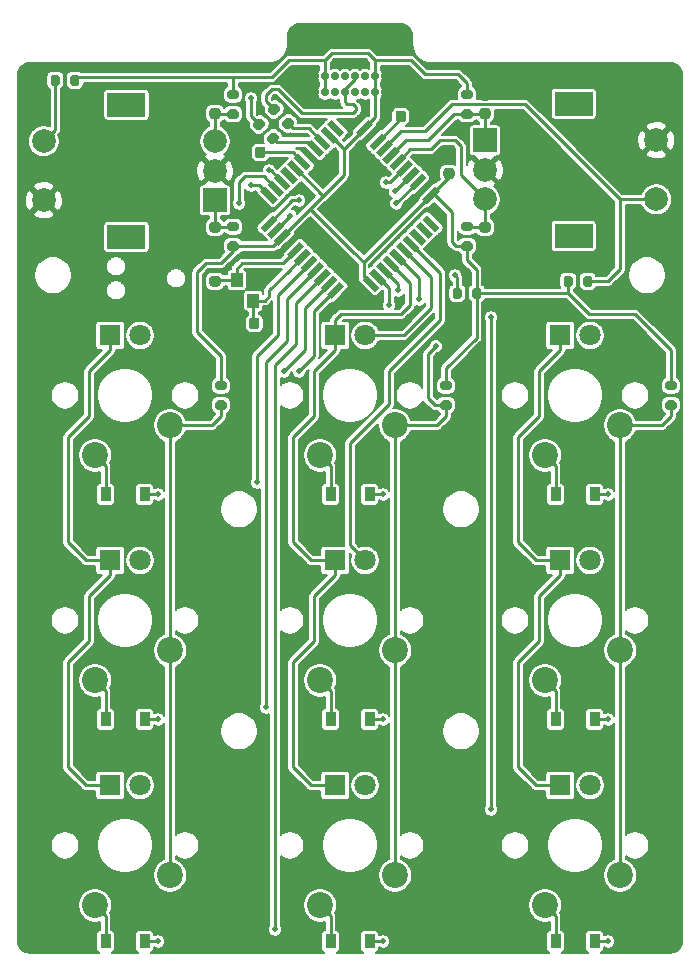
<source format=gbr>
G04 #@! TF.GenerationSoftware,KiCad,Pcbnew,(5.1.9)-1*
G04 #@! TF.CreationDate,2021-03-09T14:09:52+01:00*
G04 #@! TF.ProjectId,OpenMacroPad,4f70656e-4d61-4637-926f-5061642e6b69,rev?*
G04 #@! TF.SameCoordinates,Original*
G04 #@! TF.FileFunction,Copper,L1,Top*
G04 #@! TF.FilePolarity,Positive*
%FSLAX46Y46*%
G04 Gerber Fmt 4.6, Leading zero omitted, Abs format (unit mm)*
G04 Created by KiCad (PCBNEW (5.1.9)-1) date 2021-03-09 14:09:52*
%MOMM*%
%LPD*%
G01*
G04 APERTURE LIST*
G04 #@! TA.AperFunction,ComponentPad*
%ADD10C,2.200000*%
G04 #@! TD*
G04 #@! TA.AperFunction,ComponentPad*
%ADD11R,2.000000X2.000000*%
G04 #@! TD*
G04 #@! TA.AperFunction,ComponentPad*
%ADD12C,2.000000*%
G04 #@! TD*
G04 #@! TA.AperFunction,ComponentPad*
%ADD13R,3.200000X2.000000*%
G04 #@! TD*
G04 #@! TA.AperFunction,SMDPad,CuDef*
%ADD14R,1.000000X1.150000*%
G04 #@! TD*
G04 #@! TA.AperFunction,SMDPad,CuDef*
%ADD15R,0.900000X1.200000*%
G04 #@! TD*
G04 #@! TA.AperFunction,ComponentPad*
%ADD16O,0.900000X1.700000*%
G04 #@! TD*
G04 #@! TA.AperFunction,ComponentPad*
%ADD17O,0.900000X2.400000*%
G04 #@! TD*
G04 #@! TA.AperFunction,ComponentPad*
%ADD18C,0.700000*%
G04 #@! TD*
G04 #@! TA.AperFunction,ComponentPad*
%ADD19C,1.800000*%
G04 #@! TD*
G04 #@! TA.AperFunction,ComponentPad*
%ADD20R,1.800000X1.800000*%
G04 #@! TD*
G04 #@! TA.AperFunction,SMDPad,CuDef*
%ADD21C,0.100000*%
G04 #@! TD*
G04 #@! TA.AperFunction,ViaPad*
%ADD22C,0.500000*%
G04 #@! TD*
G04 #@! TA.AperFunction,Conductor*
%ADD23C,0.250000*%
G04 #@! TD*
G04 #@! TA.AperFunction,Conductor*
%ADD24C,0.254000*%
G04 #@! TD*
G04 #@! TA.AperFunction,Conductor*
%ADD25C,0.200000*%
G04 #@! TD*
G04 #@! TA.AperFunction,Conductor*
%ADD26C,0.100000*%
G04 #@! TD*
G04 APERTURE END LIST*
D10*
X199644000Y-100330000D03*
X193294000Y-102870000D03*
D11*
X188214000Y-76200000D03*
D12*
X188214000Y-78700000D03*
X188214000Y-81200000D03*
D13*
X195714000Y-73100000D03*
X195714000Y-84300000D03*
D12*
X202714000Y-76200000D03*
X202714000Y-81200000D03*
D10*
X199644000Y-138430000D03*
X193294000Y-140970000D03*
X174244000Y-140970000D03*
X180594000Y-138430000D03*
X161544000Y-138430000D03*
X155194000Y-140970000D03*
X193294000Y-121920000D03*
X199644000Y-119380000D03*
X180594000Y-119380000D03*
X174244000Y-121920000D03*
X155194000Y-121920000D03*
X161544000Y-119380000D03*
X174244000Y-102870000D03*
X180594000Y-100330000D03*
X161544000Y-100330000D03*
X155194000Y-102870000D03*
D14*
X167194000Y-89775000D03*
X167194000Y-88025000D03*
X168594000Y-88025000D03*
X168594000Y-89775000D03*
G04 #@! TA.AperFunction,SMDPad,CuDef*
G36*
G01*
X204237000Y-97365000D02*
X203687000Y-97365000D01*
G75*
G02*
X203487000Y-97165000I0J200000D01*
G01*
X203487000Y-96765000D01*
G75*
G02*
X203687000Y-96565000I200000J0D01*
G01*
X204237000Y-96565000D01*
G75*
G02*
X204437000Y-96765000I0J-200000D01*
G01*
X204437000Y-97165000D01*
G75*
G02*
X204237000Y-97365000I-200000J0D01*
G01*
G37*
G04 #@! TD.AperFunction*
G04 #@! TA.AperFunction,SMDPad,CuDef*
G36*
G01*
X204237000Y-99015000D02*
X203687000Y-99015000D01*
G75*
G02*
X203487000Y-98815000I0J200000D01*
G01*
X203487000Y-98415000D01*
G75*
G02*
X203687000Y-98215000I200000J0D01*
G01*
X204237000Y-98215000D01*
G75*
G02*
X204437000Y-98415000I0J-200000D01*
G01*
X204437000Y-98815000D01*
G75*
G02*
X204237000Y-99015000I-200000J0D01*
G01*
G37*
G04 #@! TD.AperFunction*
G04 #@! TA.AperFunction,SMDPad,CuDef*
G36*
G01*
X185187000Y-97365000D02*
X184637000Y-97365000D01*
G75*
G02*
X184437000Y-97165000I0J200000D01*
G01*
X184437000Y-96765000D01*
G75*
G02*
X184637000Y-96565000I200000J0D01*
G01*
X185187000Y-96565000D01*
G75*
G02*
X185387000Y-96765000I0J-200000D01*
G01*
X185387000Y-97165000D01*
G75*
G02*
X185187000Y-97365000I-200000J0D01*
G01*
G37*
G04 #@! TD.AperFunction*
G04 #@! TA.AperFunction,SMDPad,CuDef*
G36*
G01*
X185187000Y-99015000D02*
X184637000Y-99015000D01*
G75*
G02*
X184437000Y-98815000I0J200000D01*
G01*
X184437000Y-98415000D01*
G75*
G02*
X184637000Y-98215000I200000J0D01*
G01*
X185187000Y-98215000D01*
G75*
G02*
X185387000Y-98415000I0J-200000D01*
G01*
X185387000Y-98815000D01*
G75*
G02*
X185187000Y-99015000I-200000J0D01*
G01*
G37*
G04 #@! TD.AperFunction*
G04 #@! TA.AperFunction,SMDPad,CuDef*
G36*
G01*
X166137000Y-97365000D02*
X165587000Y-97365000D01*
G75*
G02*
X165387000Y-97165000I0J200000D01*
G01*
X165387000Y-96765000D01*
G75*
G02*
X165587000Y-96565000I200000J0D01*
G01*
X166137000Y-96565000D01*
G75*
G02*
X166337000Y-96765000I0J-200000D01*
G01*
X166337000Y-97165000D01*
G75*
G02*
X166137000Y-97365000I-200000J0D01*
G01*
G37*
G04 #@! TD.AperFunction*
G04 #@! TA.AperFunction,SMDPad,CuDef*
G36*
G01*
X166137000Y-99015000D02*
X165587000Y-99015000D01*
G75*
G02*
X165387000Y-98815000I0J200000D01*
G01*
X165387000Y-98415000D01*
G75*
G02*
X165587000Y-98215000I200000J0D01*
G01*
X166137000Y-98215000D01*
G75*
G02*
X166337000Y-98415000I0J-200000D01*
G01*
X166337000Y-98815000D01*
G75*
G02*
X166137000Y-99015000I-200000J0D01*
G01*
G37*
G04 #@! TD.AperFunction*
G04 #@! TA.AperFunction,SMDPad,CuDef*
G36*
G01*
X186965000Y-83903000D02*
X186415000Y-83903000D01*
G75*
G02*
X186215000Y-83703000I0J200000D01*
G01*
X186215000Y-83303000D01*
G75*
G02*
X186415000Y-83103000I200000J0D01*
G01*
X186965000Y-83103000D01*
G75*
G02*
X187165000Y-83303000I0J-200000D01*
G01*
X187165000Y-83703000D01*
G75*
G02*
X186965000Y-83903000I-200000J0D01*
G01*
G37*
G04 #@! TD.AperFunction*
G04 #@! TA.AperFunction,SMDPad,CuDef*
G36*
G01*
X186965000Y-85553000D02*
X186415000Y-85553000D01*
G75*
G02*
X186215000Y-85353000I0J200000D01*
G01*
X186215000Y-84953000D01*
G75*
G02*
X186415000Y-84753000I200000J0D01*
G01*
X186965000Y-84753000D01*
G75*
G02*
X187165000Y-84953000I0J-200000D01*
G01*
X187165000Y-85353000D01*
G75*
G02*
X186965000Y-85553000I-200000J0D01*
G01*
G37*
G04 #@! TD.AperFunction*
G04 #@! TA.AperFunction,SMDPad,CuDef*
G36*
G01*
X186965000Y-72727000D02*
X186415000Y-72727000D01*
G75*
G02*
X186215000Y-72527000I0J200000D01*
G01*
X186215000Y-72127000D01*
G75*
G02*
X186415000Y-71927000I200000J0D01*
G01*
X186965000Y-71927000D01*
G75*
G02*
X187165000Y-72127000I0J-200000D01*
G01*
X187165000Y-72527000D01*
G75*
G02*
X186965000Y-72727000I-200000J0D01*
G01*
G37*
G04 #@! TD.AperFunction*
G04 #@! TA.AperFunction,SMDPad,CuDef*
G36*
G01*
X186965000Y-74377000D02*
X186415000Y-74377000D01*
G75*
G02*
X186215000Y-74177000I0J200000D01*
G01*
X186215000Y-73777000D01*
G75*
G02*
X186415000Y-73577000I200000J0D01*
G01*
X186965000Y-73577000D01*
G75*
G02*
X187165000Y-73777000I0J-200000D01*
G01*
X187165000Y-74177000D01*
G75*
G02*
X186965000Y-74377000I-200000J0D01*
G01*
G37*
G04 #@! TD.AperFunction*
G04 #@! TA.AperFunction,SMDPad,CuDef*
G36*
G01*
X195663000Y-87863000D02*
X195663000Y-88413000D01*
G75*
G02*
X195463000Y-88613000I-200000J0D01*
G01*
X195063000Y-88613000D01*
G75*
G02*
X194863000Y-88413000I0J200000D01*
G01*
X194863000Y-87863000D01*
G75*
G02*
X195063000Y-87663000I200000J0D01*
G01*
X195463000Y-87663000D01*
G75*
G02*
X195663000Y-87863000I0J-200000D01*
G01*
G37*
G04 #@! TD.AperFunction*
G04 #@! TA.AperFunction,SMDPad,CuDef*
G36*
G01*
X197313000Y-87863000D02*
X197313000Y-88413000D01*
G75*
G02*
X197113000Y-88613000I-200000J0D01*
G01*
X196713000Y-88613000D01*
G75*
G02*
X196513000Y-88413000I0J200000D01*
G01*
X196513000Y-87863000D01*
G75*
G02*
X196713000Y-87663000I200000J0D01*
G01*
X197113000Y-87663000D01*
G75*
G02*
X197313000Y-87863000I0J-200000D01*
G01*
G37*
G04 #@! TD.AperFunction*
G04 #@! TA.AperFunction,SMDPad,CuDef*
G36*
G01*
X166603000Y-73577000D02*
X167153000Y-73577000D01*
G75*
G02*
X167353000Y-73777000I0J-200000D01*
G01*
X167353000Y-74177000D01*
G75*
G02*
X167153000Y-74377000I-200000J0D01*
G01*
X166603000Y-74377000D01*
G75*
G02*
X166403000Y-74177000I0J200000D01*
G01*
X166403000Y-73777000D01*
G75*
G02*
X166603000Y-73577000I200000J0D01*
G01*
G37*
G04 #@! TD.AperFunction*
G04 #@! TA.AperFunction,SMDPad,CuDef*
G36*
G01*
X166603000Y-71927000D02*
X167153000Y-71927000D01*
G75*
G02*
X167353000Y-72127000I0J-200000D01*
G01*
X167353000Y-72527000D01*
G75*
G02*
X167153000Y-72727000I-200000J0D01*
G01*
X166603000Y-72727000D01*
G75*
G02*
X166403000Y-72527000I0J200000D01*
G01*
X166403000Y-72127000D01*
G75*
G02*
X166603000Y-71927000I200000J0D01*
G01*
G37*
G04 #@! TD.AperFunction*
G04 #@! TA.AperFunction,SMDPad,CuDef*
G36*
G01*
X166603000Y-84753000D02*
X167153000Y-84753000D01*
G75*
G02*
X167353000Y-84953000I0J-200000D01*
G01*
X167353000Y-85353000D01*
G75*
G02*
X167153000Y-85553000I-200000J0D01*
G01*
X166603000Y-85553000D01*
G75*
G02*
X166403000Y-85353000I0J200000D01*
G01*
X166403000Y-84953000D01*
G75*
G02*
X166603000Y-84753000I200000J0D01*
G01*
G37*
G04 #@! TD.AperFunction*
G04 #@! TA.AperFunction,SMDPad,CuDef*
G36*
G01*
X166603000Y-83103000D02*
X167153000Y-83103000D01*
G75*
G02*
X167353000Y-83303000I0J-200000D01*
G01*
X167353000Y-83703000D01*
G75*
G02*
X167153000Y-83903000I-200000J0D01*
G01*
X166603000Y-83903000D01*
G75*
G02*
X166403000Y-83703000I0J200000D01*
G01*
X166403000Y-83303000D01*
G75*
G02*
X166603000Y-83103000I200000J0D01*
G01*
G37*
G04 #@! TD.AperFunction*
G04 #@! TA.AperFunction,SMDPad,CuDef*
G36*
G01*
X153079000Y-71395000D02*
X153079000Y-70845000D01*
G75*
G02*
X153279000Y-70645000I200000J0D01*
G01*
X153679000Y-70645000D01*
G75*
G02*
X153879000Y-70845000I0J-200000D01*
G01*
X153879000Y-71395000D01*
G75*
G02*
X153679000Y-71595000I-200000J0D01*
G01*
X153279000Y-71595000D01*
G75*
G02*
X153079000Y-71395000I0J200000D01*
G01*
G37*
G04 #@! TD.AperFunction*
G04 #@! TA.AperFunction,SMDPad,CuDef*
G36*
G01*
X151429000Y-71395000D02*
X151429000Y-70845000D01*
G75*
G02*
X151629000Y-70645000I200000J0D01*
G01*
X152029000Y-70645000D01*
G75*
G02*
X152229000Y-70845000I0J-200000D01*
G01*
X152229000Y-71395000D01*
G75*
G02*
X152029000Y-71595000I-200000J0D01*
G01*
X151629000Y-71595000D01*
G75*
G02*
X151429000Y-71395000I0J200000D01*
G01*
G37*
G04 #@! TD.AperFunction*
D15*
X159384000Y-106172000D03*
X156084000Y-106172000D03*
X197484000Y-144018000D03*
X194184000Y-144018000D03*
X178434000Y-144018000D03*
X175134000Y-144018000D03*
X159384000Y-144018000D03*
X156084000Y-144018000D03*
X197484000Y-125222000D03*
X194184000Y-125222000D03*
X178434000Y-125222000D03*
X175134000Y-125222000D03*
X159384000Y-125222000D03*
X156084000Y-125222000D03*
X197484000Y-106172000D03*
X194184000Y-106172000D03*
X178434000Y-106172000D03*
X175134000Y-106172000D03*
G04 #@! TA.AperFunction,SMDPad,CuDef*
G36*
G01*
X188464000Y-84003000D02*
X187964000Y-84003000D01*
G75*
G02*
X187739000Y-83778000I0J225000D01*
G01*
X187739000Y-83328000D01*
G75*
G02*
X187964000Y-83103000I225000J0D01*
G01*
X188464000Y-83103000D01*
G75*
G02*
X188689000Y-83328000I0J-225000D01*
G01*
X188689000Y-83778000D01*
G75*
G02*
X188464000Y-84003000I-225000J0D01*
G01*
G37*
G04 #@! TD.AperFunction*
G04 #@! TA.AperFunction,SMDPad,CuDef*
G36*
G01*
X188464000Y-85553000D02*
X187964000Y-85553000D01*
G75*
G02*
X187739000Y-85328000I0J225000D01*
G01*
X187739000Y-84878000D01*
G75*
G02*
X187964000Y-84653000I225000J0D01*
G01*
X188464000Y-84653000D01*
G75*
G02*
X188689000Y-84878000I0J-225000D01*
G01*
X188689000Y-85328000D01*
G75*
G02*
X188464000Y-85553000I-225000J0D01*
G01*
G37*
G04 #@! TD.AperFunction*
G04 #@! TA.AperFunction,SMDPad,CuDef*
G36*
G01*
X188464000Y-72827000D02*
X187964000Y-72827000D01*
G75*
G02*
X187739000Y-72602000I0J225000D01*
G01*
X187739000Y-72152000D01*
G75*
G02*
X187964000Y-71927000I225000J0D01*
G01*
X188464000Y-71927000D01*
G75*
G02*
X188689000Y-72152000I0J-225000D01*
G01*
X188689000Y-72602000D01*
G75*
G02*
X188464000Y-72827000I-225000J0D01*
G01*
G37*
G04 #@! TD.AperFunction*
G04 #@! TA.AperFunction,SMDPad,CuDef*
G36*
G01*
X188464000Y-74377000D02*
X187964000Y-74377000D01*
G75*
G02*
X187739000Y-74152000I0J225000D01*
G01*
X187739000Y-73702000D01*
G75*
G02*
X187964000Y-73477000I225000J0D01*
G01*
X188464000Y-73477000D01*
G75*
G02*
X188689000Y-73702000I0J-225000D01*
G01*
X188689000Y-74152000D01*
G75*
G02*
X188464000Y-74377000I-225000J0D01*
G01*
G37*
G04 #@! TD.AperFunction*
G04 #@! TA.AperFunction,SMDPad,CuDef*
G36*
G01*
X165104000Y-73477000D02*
X165604000Y-73477000D01*
G75*
G02*
X165829000Y-73702000I0J-225000D01*
G01*
X165829000Y-74152000D01*
G75*
G02*
X165604000Y-74377000I-225000J0D01*
G01*
X165104000Y-74377000D01*
G75*
G02*
X164879000Y-74152000I0J225000D01*
G01*
X164879000Y-73702000D01*
G75*
G02*
X165104000Y-73477000I225000J0D01*
G01*
G37*
G04 #@! TD.AperFunction*
G04 #@! TA.AperFunction,SMDPad,CuDef*
G36*
G01*
X165104000Y-71927000D02*
X165604000Y-71927000D01*
G75*
G02*
X165829000Y-72152000I0J-225000D01*
G01*
X165829000Y-72602000D01*
G75*
G02*
X165604000Y-72827000I-225000J0D01*
G01*
X165104000Y-72827000D01*
G75*
G02*
X164879000Y-72602000I0J225000D01*
G01*
X164879000Y-72152000D01*
G75*
G02*
X165104000Y-71927000I225000J0D01*
G01*
G37*
G04 #@! TD.AperFunction*
G04 #@! TA.AperFunction,SMDPad,CuDef*
G36*
G01*
X165104000Y-84653000D02*
X165604000Y-84653000D01*
G75*
G02*
X165829000Y-84878000I0J-225000D01*
G01*
X165829000Y-85328000D01*
G75*
G02*
X165604000Y-85553000I-225000J0D01*
G01*
X165104000Y-85553000D01*
G75*
G02*
X164879000Y-85328000I0J225000D01*
G01*
X164879000Y-84878000D01*
G75*
G02*
X165104000Y-84653000I225000J0D01*
G01*
G37*
G04 #@! TD.AperFunction*
G04 #@! TA.AperFunction,SMDPad,CuDef*
G36*
G01*
X165104000Y-83103000D02*
X165604000Y-83103000D01*
G75*
G02*
X165829000Y-83328000I0J-225000D01*
G01*
X165829000Y-83778000D01*
G75*
G02*
X165604000Y-84003000I-225000J0D01*
G01*
X165104000Y-84003000D01*
G75*
G02*
X164879000Y-83778000I0J225000D01*
G01*
X164879000Y-83328000D01*
G75*
G02*
X165104000Y-83103000I225000J0D01*
G01*
G37*
G04 #@! TD.AperFunction*
G04 #@! TA.AperFunction,SMDPad,CuDef*
G36*
G01*
X187115000Y-89429000D02*
X187115000Y-88879000D01*
G75*
G02*
X187315000Y-88679000I200000J0D01*
G01*
X187715000Y-88679000D01*
G75*
G02*
X187915000Y-88879000I0J-200000D01*
G01*
X187915000Y-89429000D01*
G75*
G02*
X187715000Y-89629000I-200000J0D01*
G01*
X187315000Y-89629000D01*
G75*
G02*
X187115000Y-89429000I0J200000D01*
G01*
G37*
G04 #@! TD.AperFunction*
G04 #@! TA.AperFunction,SMDPad,CuDef*
G36*
G01*
X185465000Y-89429000D02*
X185465000Y-88879000D01*
G75*
G02*
X185665000Y-88679000I200000J0D01*
G01*
X186065000Y-88679000D01*
G75*
G02*
X186265000Y-88879000I0J-200000D01*
G01*
X186265000Y-89429000D01*
G75*
G02*
X186065000Y-89629000I-200000J0D01*
G01*
X185665000Y-89629000D01*
G75*
G02*
X185465000Y-89429000I0J200000D01*
G01*
G37*
G04 #@! TD.AperFunction*
G04 #@! TA.AperFunction,SMDPad,CuDef*
G36*
G01*
X170835934Y-73673025D02*
X170447025Y-74061934D01*
G75*
G02*
X170164183Y-74061934I-141421J141421D01*
G01*
X169881340Y-73779091D01*
G75*
G02*
X169881340Y-73496249I141421J141421D01*
G01*
X170270249Y-73107340D01*
G75*
G02*
X170553091Y-73107340I141421J-141421D01*
G01*
X170835934Y-73390183D01*
G75*
G02*
X170835934Y-73673025I-141421J-141421D01*
G01*
G37*
G04 #@! TD.AperFunction*
G04 #@! TA.AperFunction,SMDPad,CuDef*
G36*
G01*
X172002660Y-74839751D02*
X171613751Y-75228660D01*
G75*
G02*
X171330909Y-75228660I-141421J141421D01*
G01*
X171048066Y-74945817D01*
G75*
G02*
X171048066Y-74662975I141421J141421D01*
G01*
X171436975Y-74274066D01*
G75*
G02*
X171719817Y-74274066I141421J-141421D01*
G01*
X172002660Y-74556909D01*
G75*
G02*
X172002660Y-74839751I-141421J-141421D01*
G01*
G37*
G04 #@! TD.AperFunction*
G04 #@! TA.AperFunction,SMDPad,CuDef*
G36*
G01*
X169778066Y-75932975D02*
X170166975Y-75544066D01*
G75*
G02*
X170449817Y-75544066I141421J-141421D01*
G01*
X170732660Y-75826909D01*
G75*
G02*
X170732660Y-76109751I-141421J-141421D01*
G01*
X170343751Y-76498660D01*
G75*
G02*
X170060909Y-76498660I-141421J141421D01*
G01*
X169778066Y-76215817D01*
G75*
G02*
X169778066Y-75932975I141421J141421D01*
G01*
G37*
G04 #@! TD.AperFunction*
G04 #@! TA.AperFunction,SMDPad,CuDef*
G36*
G01*
X168611340Y-74766249D02*
X169000249Y-74377340D01*
G75*
G02*
X169283091Y-74377340I141421J-141421D01*
G01*
X169565934Y-74660183D01*
G75*
G02*
X169565934Y-74943025I-141421J-141421D01*
G01*
X169177025Y-75331934D01*
G75*
G02*
X168894183Y-75331934I-141421J141421D01*
G01*
X168611340Y-75049091D01*
G75*
G02*
X168611340Y-74766249I141421J141421D01*
G01*
G37*
G04 #@! TD.AperFunction*
G04 #@! TA.AperFunction,SMDPad,CuDef*
G36*
G01*
X184916000Y-78557000D02*
X185416000Y-78557000D01*
G75*
G02*
X185641000Y-78782000I0J-225000D01*
G01*
X185641000Y-79232000D01*
G75*
G02*
X185416000Y-79457000I-225000J0D01*
G01*
X184916000Y-79457000D01*
G75*
G02*
X184691000Y-79232000I0J225000D01*
G01*
X184691000Y-78782000D01*
G75*
G02*
X184916000Y-78557000I225000J0D01*
G01*
G37*
G04 #@! TD.AperFunction*
G04 #@! TA.AperFunction,SMDPad,CuDef*
G36*
G01*
X184916000Y-77007000D02*
X185416000Y-77007000D01*
G75*
G02*
X185641000Y-77232000I0J-225000D01*
G01*
X185641000Y-77682000D01*
G75*
G02*
X185416000Y-77907000I-225000J0D01*
G01*
X184916000Y-77907000D01*
G75*
G02*
X184691000Y-77682000I0J225000D01*
G01*
X184691000Y-77232000D01*
G75*
G02*
X184916000Y-77007000I225000J0D01*
G01*
G37*
G04 #@! TD.AperFunction*
G04 #@! TA.AperFunction,SMDPad,CuDef*
G36*
G01*
X168727000Y-77466000D02*
X168727000Y-76966000D01*
G75*
G02*
X168952000Y-76741000I225000J0D01*
G01*
X169402000Y-76741000D01*
G75*
G02*
X169627000Y-76966000I0J-225000D01*
G01*
X169627000Y-77466000D01*
G75*
G02*
X169402000Y-77691000I-225000J0D01*
G01*
X168952000Y-77691000D01*
G75*
G02*
X168727000Y-77466000I0J225000D01*
G01*
G37*
G04 #@! TD.AperFunction*
G04 #@! TA.AperFunction,SMDPad,CuDef*
G36*
G01*
X167177000Y-77466000D02*
X167177000Y-76966000D01*
G75*
G02*
X167402000Y-76741000I225000J0D01*
G01*
X167852000Y-76741000D01*
G75*
G02*
X168077000Y-76966000I0J-225000D01*
G01*
X168077000Y-77466000D01*
G75*
G02*
X167852000Y-77691000I-225000J0D01*
G01*
X167402000Y-77691000D01*
G75*
G02*
X167177000Y-77466000I0J225000D01*
G01*
G37*
G04 #@! TD.AperFunction*
G04 #@! TA.AperFunction,SMDPad,CuDef*
G36*
G01*
X182189000Y-74418000D02*
X182189000Y-73918000D01*
G75*
G02*
X182414000Y-73693000I225000J0D01*
G01*
X182864000Y-73693000D01*
G75*
G02*
X183089000Y-73918000I0J-225000D01*
G01*
X183089000Y-74418000D01*
G75*
G02*
X182864000Y-74643000I-225000J0D01*
G01*
X182414000Y-74643000D01*
G75*
G02*
X182189000Y-74418000I0J225000D01*
G01*
G37*
G04 #@! TD.AperFunction*
G04 #@! TA.AperFunction,SMDPad,CuDef*
G36*
G01*
X180639000Y-74418000D02*
X180639000Y-73918000D01*
G75*
G02*
X180864000Y-73693000I225000J0D01*
G01*
X181314000Y-73693000D01*
G75*
G02*
X181539000Y-73918000I0J-225000D01*
G01*
X181539000Y-74418000D01*
G75*
G02*
X181314000Y-74643000I-225000J0D01*
G01*
X180864000Y-74643000D01*
G75*
G02*
X180639000Y-74418000I0J225000D01*
G01*
G37*
G04 #@! TD.AperFunction*
G04 #@! TA.AperFunction,SMDPad,CuDef*
G36*
G01*
X165104000Y-89225000D02*
X165604000Y-89225000D01*
G75*
G02*
X165829000Y-89450000I0J-225000D01*
G01*
X165829000Y-89900000D01*
G75*
G02*
X165604000Y-90125000I-225000J0D01*
G01*
X165104000Y-90125000D01*
G75*
G02*
X164879000Y-89900000I0J225000D01*
G01*
X164879000Y-89450000D01*
G75*
G02*
X165104000Y-89225000I225000J0D01*
G01*
G37*
G04 #@! TD.AperFunction*
G04 #@! TA.AperFunction,SMDPad,CuDef*
G36*
G01*
X165104000Y-87675000D02*
X165604000Y-87675000D01*
G75*
G02*
X165829000Y-87900000I0J-225000D01*
G01*
X165829000Y-88350000D01*
G75*
G02*
X165604000Y-88575000I-225000J0D01*
G01*
X165104000Y-88575000D01*
G75*
G02*
X164879000Y-88350000I0J225000D01*
G01*
X164879000Y-87900000D01*
G75*
G02*
X165104000Y-87675000I225000J0D01*
G01*
G37*
G04 #@! TD.AperFunction*
G04 #@! TA.AperFunction,SMDPad,CuDef*
G36*
G01*
X168219000Y-91944000D02*
X168219000Y-91444000D01*
G75*
G02*
X168444000Y-91219000I225000J0D01*
G01*
X168894000Y-91219000D01*
G75*
G02*
X169119000Y-91444000I0J-225000D01*
G01*
X169119000Y-91944000D01*
G75*
G02*
X168894000Y-92169000I-225000J0D01*
G01*
X168444000Y-92169000D01*
G75*
G02*
X168219000Y-91944000I0J225000D01*
G01*
G37*
G04 #@! TD.AperFunction*
G04 #@! TA.AperFunction,SMDPad,CuDef*
G36*
G01*
X166669000Y-91944000D02*
X166669000Y-91444000D01*
G75*
G02*
X166894000Y-91219000I225000J0D01*
G01*
X167344000Y-91219000D01*
G75*
G02*
X167569000Y-91444000I0J-225000D01*
G01*
X167569000Y-91944000D01*
G75*
G02*
X167344000Y-92169000I-225000J0D01*
G01*
X166894000Y-92169000D01*
G75*
G02*
X166669000Y-91944000I0J225000D01*
G01*
G37*
G04 #@! TD.AperFunction*
D16*
X172459000Y-67776000D03*
X181109000Y-67776000D03*
D17*
X172459000Y-71156000D03*
X181109000Y-71156000D03*
D18*
X176359000Y-70786000D03*
X173809000Y-70786000D03*
X174659000Y-70786000D03*
X175509000Y-70786000D03*
X179759000Y-70786000D03*
X178059000Y-70786000D03*
X177209000Y-70786000D03*
X178909000Y-70786000D03*
X173809000Y-72136000D03*
X174659000Y-72136000D03*
X175509000Y-72136000D03*
X176359000Y-72136000D03*
X177209000Y-72136000D03*
X178059000Y-72136000D03*
X178909000Y-72136000D03*
X179759000Y-72136000D03*
D19*
X197104000Y-130810000D03*
D20*
X194564000Y-130810000D03*
D19*
X178054000Y-130810000D03*
D20*
X175514000Y-130810000D03*
D19*
X159004000Y-130810000D03*
D20*
X156464000Y-130810000D03*
D19*
X197104000Y-111760000D03*
D20*
X194564000Y-111760000D03*
D19*
X178054000Y-111760000D03*
D20*
X175514000Y-111760000D03*
D19*
X159004000Y-111760000D03*
D20*
X156464000Y-111760000D03*
D19*
X197104000Y-92710000D03*
D20*
X194564000Y-92710000D03*
D19*
X159004000Y-92710000D03*
D20*
X156464000Y-92710000D03*
D19*
X178054000Y-92710000D03*
D20*
X175514000Y-92710000D03*
G04 #@! TA.AperFunction,SMDPad,CuDef*
D21*
G36*
X177650206Y-75907848D02*
G01*
X177261298Y-75518940D01*
X178321958Y-74458280D01*
X178710866Y-74847188D01*
X177650206Y-75907848D01*
G37*
G04 #@! TD.AperFunction*
G04 #@! TA.AperFunction,SMDPad,CuDef*
G36*
X178215891Y-76473534D02*
G01*
X177826983Y-76084626D01*
X178887643Y-75023966D01*
X179276551Y-75412874D01*
X178215891Y-76473534D01*
G37*
G04 #@! TD.AperFunction*
G04 #@! TA.AperFunction,SMDPad,CuDef*
G36*
X178781576Y-77039219D02*
G01*
X178392668Y-76650311D01*
X179453328Y-75589651D01*
X179842236Y-75978559D01*
X178781576Y-77039219D01*
G37*
G04 #@! TD.AperFunction*
G04 #@! TA.AperFunction,SMDPad,CuDef*
G36*
X179347262Y-77604904D02*
G01*
X178958354Y-77215996D01*
X180019014Y-76155336D01*
X180407922Y-76544244D01*
X179347262Y-77604904D01*
G37*
G04 #@! TD.AperFunction*
G04 #@! TA.AperFunction,SMDPad,CuDef*
G36*
X179912947Y-78170590D02*
G01*
X179524039Y-77781682D01*
X180584699Y-76721022D01*
X180973607Y-77109930D01*
X179912947Y-78170590D01*
G37*
G04 #@! TD.AperFunction*
G04 #@! TA.AperFunction,SMDPad,CuDef*
G36*
X180478633Y-78736275D02*
G01*
X180089725Y-78347367D01*
X181150385Y-77286707D01*
X181539293Y-77675615D01*
X180478633Y-78736275D01*
G37*
G04 #@! TD.AperFunction*
G04 #@! TA.AperFunction,SMDPad,CuDef*
G36*
X181044318Y-79301961D02*
G01*
X180655410Y-78913053D01*
X181716070Y-77852393D01*
X182104978Y-78241301D01*
X181044318Y-79301961D01*
G37*
G04 #@! TD.AperFunction*
G04 #@! TA.AperFunction,SMDPad,CuDef*
G36*
X181610004Y-79867646D02*
G01*
X181221096Y-79478738D01*
X182281756Y-78418078D01*
X182670664Y-78806986D01*
X181610004Y-79867646D01*
G37*
G04 #@! TD.AperFunction*
G04 #@! TA.AperFunction,SMDPad,CuDef*
G36*
X182175689Y-80433332D02*
G01*
X181786781Y-80044424D01*
X182847441Y-78983764D01*
X183236349Y-79372672D01*
X182175689Y-80433332D01*
G37*
G04 #@! TD.AperFunction*
G04 #@! TA.AperFunction,SMDPad,CuDef*
G36*
X182741374Y-80999017D02*
G01*
X182352466Y-80610109D01*
X183413126Y-79549449D01*
X183802034Y-79938357D01*
X182741374Y-80999017D01*
G37*
G04 #@! TD.AperFunction*
G04 #@! TA.AperFunction,SMDPad,CuDef*
G36*
X183307060Y-81564702D02*
G01*
X182918152Y-81175794D01*
X183978812Y-80115134D01*
X184367720Y-80504042D01*
X183307060Y-81564702D01*
G37*
G04 #@! TD.AperFunction*
G04 #@! TA.AperFunction,SMDPad,CuDef*
G36*
X182918152Y-82908206D02*
G01*
X183307060Y-82519298D01*
X184367720Y-83579958D01*
X183978812Y-83968866D01*
X182918152Y-82908206D01*
G37*
G04 #@! TD.AperFunction*
G04 #@! TA.AperFunction,SMDPad,CuDef*
G36*
X182352466Y-83473891D02*
G01*
X182741374Y-83084983D01*
X183802034Y-84145643D01*
X183413126Y-84534551D01*
X182352466Y-83473891D01*
G37*
G04 #@! TD.AperFunction*
G04 #@! TA.AperFunction,SMDPad,CuDef*
G36*
X181786781Y-84039576D02*
G01*
X182175689Y-83650668D01*
X183236349Y-84711328D01*
X182847441Y-85100236D01*
X181786781Y-84039576D01*
G37*
G04 #@! TD.AperFunction*
G04 #@! TA.AperFunction,SMDPad,CuDef*
G36*
X181221096Y-84605262D02*
G01*
X181610004Y-84216354D01*
X182670664Y-85277014D01*
X182281756Y-85665922D01*
X181221096Y-84605262D01*
G37*
G04 #@! TD.AperFunction*
G04 #@! TA.AperFunction,SMDPad,CuDef*
G36*
X180655410Y-85170947D02*
G01*
X181044318Y-84782039D01*
X182104978Y-85842699D01*
X181716070Y-86231607D01*
X180655410Y-85170947D01*
G37*
G04 #@! TD.AperFunction*
G04 #@! TA.AperFunction,SMDPad,CuDef*
G36*
X180089725Y-85736633D02*
G01*
X180478633Y-85347725D01*
X181539293Y-86408385D01*
X181150385Y-86797293D01*
X180089725Y-85736633D01*
G37*
G04 #@! TD.AperFunction*
G04 #@! TA.AperFunction,SMDPad,CuDef*
G36*
X179524039Y-86302318D02*
G01*
X179912947Y-85913410D01*
X180973607Y-86974070D01*
X180584699Y-87362978D01*
X179524039Y-86302318D01*
G37*
G04 #@! TD.AperFunction*
G04 #@! TA.AperFunction,SMDPad,CuDef*
G36*
X178958354Y-86868004D02*
G01*
X179347262Y-86479096D01*
X180407922Y-87539756D01*
X180019014Y-87928664D01*
X178958354Y-86868004D01*
G37*
G04 #@! TD.AperFunction*
G04 #@! TA.AperFunction,SMDPad,CuDef*
G36*
X178392668Y-87433689D02*
G01*
X178781576Y-87044781D01*
X179842236Y-88105441D01*
X179453328Y-88494349D01*
X178392668Y-87433689D01*
G37*
G04 #@! TD.AperFunction*
G04 #@! TA.AperFunction,SMDPad,CuDef*
G36*
X177826983Y-87999374D02*
G01*
X178215891Y-87610466D01*
X179276551Y-88671126D01*
X178887643Y-89060034D01*
X177826983Y-87999374D01*
G37*
G04 #@! TD.AperFunction*
G04 #@! TA.AperFunction,SMDPad,CuDef*
G36*
X177261298Y-88565060D02*
G01*
X177650206Y-88176152D01*
X178710866Y-89236812D01*
X178321958Y-89625720D01*
X177261298Y-88565060D01*
G37*
G04 #@! TD.AperFunction*
G04 #@! TA.AperFunction,SMDPad,CuDef*
G36*
X175246042Y-89625720D02*
G01*
X174857134Y-89236812D01*
X175917794Y-88176152D01*
X176306702Y-88565060D01*
X175246042Y-89625720D01*
G37*
G04 #@! TD.AperFunction*
G04 #@! TA.AperFunction,SMDPad,CuDef*
G36*
X174680357Y-89060034D02*
G01*
X174291449Y-88671126D01*
X175352109Y-87610466D01*
X175741017Y-87999374D01*
X174680357Y-89060034D01*
G37*
G04 #@! TD.AperFunction*
G04 #@! TA.AperFunction,SMDPad,CuDef*
G36*
X174114672Y-88494349D02*
G01*
X173725764Y-88105441D01*
X174786424Y-87044781D01*
X175175332Y-87433689D01*
X174114672Y-88494349D01*
G37*
G04 #@! TD.AperFunction*
G04 #@! TA.AperFunction,SMDPad,CuDef*
G36*
X173548986Y-87928664D02*
G01*
X173160078Y-87539756D01*
X174220738Y-86479096D01*
X174609646Y-86868004D01*
X173548986Y-87928664D01*
G37*
G04 #@! TD.AperFunction*
G04 #@! TA.AperFunction,SMDPad,CuDef*
G36*
X172983301Y-87362978D02*
G01*
X172594393Y-86974070D01*
X173655053Y-85913410D01*
X174043961Y-86302318D01*
X172983301Y-87362978D01*
G37*
G04 #@! TD.AperFunction*
G04 #@! TA.AperFunction,SMDPad,CuDef*
G36*
X172417615Y-86797293D02*
G01*
X172028707Y-86408385D01*
X173089367Y-85347725D01*
X173478275Y-85736633D01*
X172417615Y-86797293D01*
G37*
G04 #@! TD.AperFunction*
G04 #@! TA.AperFunction,SMDPad,CuDef*
G36*
X171851930Y-86231607D02*
G01*
X171463022Y-85842699D01*
X172523682Y-84782039D01*
X172912590Y-85170947D01*
X171851930Y-86231607D01*
G37*
G04 #@! TD.AperFunction*
G04 #@! TA.AperFunction,SMDPad,CuDef*
G36*
X171286244Y-85665922D02*
G01*
X170897336Y-85277014D01*
X171957996Y-84216354D01*
X172346904Y-84605262D01*
X171286244Y-85665922D01*
G37*
G04 #@! TD.AperFunction*
G04 #@! TA.AperFunction,SMDPad,CuDef*
G36*
X170720559Y-85100236D02*
G01*
X170331651Y-84711328D01*
X171392311Y-83650668D01*
X171781219Y-84039576D01*
X170720559Y-85100236D01*
G37*
G04 #@! TD.AperFunction*
G04 #@! TA.AperFunction,SMDPad,CuDef*
G36*
X170154874Y-84534551D02*
G01*
X169765966Y-84145643D01*
X170826626Y-83084983D01*
X171215534Y-83473891D01*
X170154874Y-84534551D01*
G37*
G04 #@! TD.AperFunction*
G04 #@! TA.AperFunction,SMDPad,CuDef*
G36*
X169589188Y-83968866D02*
G01*
X169200280Y-83579958D01*
X170260940Y-82519298D01*
X170649848Y-82908206D01*
X169589188Y-83968866D01*
G37*
G04 #@! TD.AperFunction*
G04 #@! TA.AperFunction,SMDPad,CuDef*
G36*
X169200280Y-80504042D02*
G01*
X169589188Y-80115134D01*
X170649848Y-81175794D01*
X170260940Y-81564702D01*
X169200280Y-80504042D01*
G37*
G04 #@! TD.AperFunction*
G04 #@! TA.AperFunction,SMDPad,CuDef*
G36*
X169765966Y-79938357D02*
G01*
X170154874Y-79549449D01*
X171215534Y-80610109D01*
X170826626Y-80999017D01*
X169765966Y-79938357D01*
G37*
G04 #@! TD.AperFunction*
G04 #@! TA.AperFunction,SMDPad,CuDef*
G36*
X170331651Y-79372672D02*
G01*
X170720559Y-78983764D01*
X171781219Y-80044424D01*
X171392311Y-80433332D01*
X170331651Y-79372672D01*
G37*
G04 #@! TD.AperFunction*
G04 #@! TA.AperFunction,SMDPad,CuDef*
G36*
X170897336Y-78806986D02*
G01*
X171286244Y-78418078D01*
X172346904Y-79478738D01*
X171957996Y-79867646D01*
X170897336Y-78806986D01*
G37*
G04 #@! TD.AperFunction*
G04 #@! TA.AperFunction,SMDPad,CuDef*
G36*
X171463022Y-78241301D02*
G01*
X171851930Y-77852393D01*
X172912590Y-78913053D01*
X172523682Y-79301961D01*
X171463022Y-78241301D01*
G37*
G04 #@! TD.AperFunction*
G04 #@! TA.AperFunction,SMDPad,CuDef*
G36*
X172028707Y-77675615D02*
G01*
X172417615Y-77286707D01*
X173478275Y-78347367D01*
X173089367Y-78736275D01*
X172028707Y-77675615D01*
G37*
G04 #@! TD.AperFunction*
G04 #@! TA.AperFunction,SMDPad,CuDef*
G36*
X172594393Y-77109930D02*
G01*
X172983301Y-76721022D01*
X174043961Y-77781682D01*
X173655053Y-78170590D01*
X172594393Y-77109930D01*
G37*
G04 #@! TD.AperFunction*
G04 #@! TA.AperFunction,SMDPad,CuDef*
G36*
X173160078Y-76544244D02*
G01*
X173548986Y-76155336D01*
X174609646Y-77215996D01*
X174220738Y-77604904D01*
X173160078Y-76544244D01*
G37*
G04 #@! TD.AperFunction*
G04 #@! TA.AperFunction,SMDPad,CuDef*
G36*
X173725764Y-75978559D02*
G01*
X174114672Y-75589651D01*
X175175332Y-76650311D01*
X174786424Y-77039219D01*
X173725764Y-75978559D01*
G37*
G04 #@! TD.AperFunction*
G04 #@! TA.AperFunction,SMDPad,CuDef*
G36*
X174291449Y-75412874D02*
G01*
X174680357Y-75023966D01*
X175741017Y-76084626D01*
X175352109Y-76473534D01*
X174291449Y-75412874D01*
G37*
G04 #@! TD.AperFunction*
G04 #@! TA.AperFunction,SMDPad,CuDef*
G36*
X174857134Y-74847188D02*
G01*
X175246042Y-74458280D01*
X176306702Y-75518940D01*
X175917794Y-75907848D01*
X174857134Y-74847188D01*
G37*
G04 #@! TD.AperFunction*
D11*
X165354000Y-81280000D03*
D12*
X165354000Y-78780000D03*
X165354000Y-76280000D03*
D13*
X157854000Y-84380000D03*
X157854000Y-73180000D03*
D12*
X150854000Y-81280000D03*
X150854000Y-76280000D03*
D22*
X176784000Y-89662000D03*
X183642000Y-77978000D03*
X179578000Y-74422000D03*
X170434000Y-85852000D03*
X183896000Y-72644000D03*
X188722000Y-70866000D03*
X189738000Y-85090000D03*
X188722000Y-86614000D03*
X190500000Y-72136000D03*
X167640000Y-75438000D03*
X163830000Y-72136000D03*
X170180000Y-87376000D03*
X165100000Y-91948000D03*
X167386000Y-93218000D03*
X174752000Y-78994000D03*
X185928000Y-75184000D03*
X184404000Y-85090000D03*
X185420000Y-90932000D03*
X179832000Y-93726000D03*
X175260000Y-100584000D03*
X179070000Y-96266000D03*
X181102000Y-96266000D03*
X183388000Y-99314000D03*
X174498000Y-108712000D03*
X181102000Y-89916000D03*
X184404000Y-82296000D03*
X178054000Y-73406000D03*
X177292000Y-69596000D03*
X180847990Y-88900010D03*
X182626000Y-89662000D03*
X188722000Y-132842000D03*
X188722000Y-91186000D03*
X172466000Y-81280000D03*
X168402000Y-72644000D03*
X185674000Y-87630000D03*
X171727258Y-82573258D03*
X171196000Y-95758000D03*
X179578000Y-106172000D03*
X160528000Y-106172000D03*
X198628000Y-106172000D03*
X168910000Y-105156000D03*
X184055990Y-93631990D03*
X180086000Y-90170000D03*
X172466000Y-95758000D03*
X179578000Y-125222000D03*
X160528000Y-125222000D03*
X198628000Y-125222000D03*
X169672000Y-124206000D03*
X198628000Y-144018000D03*
X179578000Y-144018000D03*
X160528000Y-144018000D03*
X170434000Y-143002000D03*
X168402000Y-80010000D03*
X167386000Y-81534000D03*
X169926000Y-78740000D03*
X180686113Y-81534000D03*
X180570714Y-80518000D03*
X179832000Y-79756000D03*
D23*
X188277000Y-85216000D02*
X188214000Y-85153000D01*
X168594000Y-91619000D02*
X168669000Y-91694000D01*
X168594000Y-89775000D02*
X168594000Y-91619000D01*
X169926000Y-88900000D02*
X171577000Y-87249000D01*
X169926000Y-89408000D02*
X169926000Y-88900000D01*
X169559000Y-89775000D02*
X169926000Y-89408000D01*
X171577000Y-87249000D02*
X172753491Y-86072509D01*
X168594000Y-89775000D02*
X169559000Y-89775000D01*
X165454000Y-88025000D02*
X165354000Y-88125000D01*
X167194000Y-88025000D02*
X165454000Y-88025000D01*
X167194000Y-88025000D02*
X167194000Y-87060000D01*
X167194000Y-87060000D02*
X167640000Y-86614000D01*
X171080629Y-86614000D02*
X172187806Y-85506823D01*
X167640000Y-86614000D02*
X171080629Y-86614000D01*
X181089000Y-74342887D02*
X179117452Y-76314435D01*
X181089000Y-74168000D02*
X181089000Y-74342887D01*
D24*
X171958000Y-77216000D02*
X172753491Y-78011491D01*
X169177000Y-77216000D02*
X171958000Y-77216000D01*
D23*
X174659000Y-72136000D02*
X174659000Y-70786000D01*
X174659000Y-70786000D02*
X174659000Y-69435000D01*
X174659000Y-69435000D02*
X175260000Y-68834000D01*
X175260000Y-68834000D02*
X178308000Y-68834000D01*
X178909000Y-69435000D02*
X178909000Y-70786000D01*
X178308000Y-68834000D02*
X178909000Y-69435000D01*
X178909000Y-70786000D02*
X178909000Y-72136000D01*
X178909000Y-74260146D02*
X177986082Y-75183064D01*
X178909000Y-72136000D02*
X178909000Y-74260146D01*
X177986082Y-75183064D02*
X177986082Y-75251918D01*
X173424315Y-82007572D02*
X171056435Y-84375452D01*
X177038000Y-85621257D02*
X173424315Y-82007572D01*
X185166000Y-79316854D02*
X183642936Y-80839918D01*
X185166000Y-78753000D02*
X185166000Y-79316854D01*
X170278887Y-85153000D02*
X171056435Y-84375452D01*
X166878000Y-85153000D02*
X170278887Y-85153000D01*
X178909000Y-69435000D02*
X181957000Y-69435000D01*
X181957000Y-69435000D02*
X183134000Y-70612000D01*
X183134000Y-70612000D02*
X185928000Y-70612000D01*
X186690000Y-71374000D02*
X186690000Y-72327000D01*
X185928000Y-70612000D02*
X186690000Y-71374000D01*
X166878000Y-72327000D02*
X166878000Y-71120000D01*
X175062750Y-75748750D02*
X176276000Y-76962000D01*
X175016233Y-75748750D02*
X175062750Y-75748750D01*
X177986082Y-75251918D02*
X176276000Y-76962000D01*
X177949798Y-86533056D02*
X183642936Y-80839918D01*
X177038000Y-85621257D02*
X177949798Y-86533056D01*
X177949798Y-86533055D02*
X177038000Y-85621257D01*
X177949798Y-87733281D02*
X177949798Y-86533055D01*
X178551767Y-88335250D02*
X177949798Y-87733281D01*
D24*
X166878000Y-85153000D02*
X166878000Y-85598000D01*
X166878000Y-85598000D02*
X165862000Y-86614000D01*
X165862000Y-86614000D02*
X164592000Y-86614000D01*
X164592000Y-86614000D02*
X163830000Y-87376000D01*
X163830000Y-87376000D02*
X163830000Y-92456000D01*
X165862000Y-94488000D02*
X165862000Y-96965000D01*
X163830000Y-92456000D02*
X165862000Y-94488000D01*
X176276000Y-78232000D02*
X176276000Y-76962000D01*
X176276000Y-79155887D02*
X176276000Y-78232000D01*
X174451944Y-80841315D02*
X172187806Y-78577177D01*
X174451944Y-80979944D02*
X174451944Y-80841315D01*
X173424315Y-82007572D02*
X174451944Y-80979944D01*
X174451944Y-80979944D02*
X176276000Y-79155887D01*
D23*
X166878000Y-70866000D02*
X166878000Y-71120000D01*
X153733000Y-70866000D02*
X166878000Y-70866000D01*
X153479000Y-71120000D02*
X153733000Y-70866000D01*
X171611000Y-69435000D02*
X174659000Y-69435000D01*
X170180000Y-70866000D02*
X171611000Y-69435000D01*
X166878000Y-70866000D02*
X170180000Y-70866000D01*
X195263000Y-88138000D02*
X195263000Y-89154000D01*
D24*
X203962000Y-96965000D02*
X203962000Y-93980000D01*
X203962000Y-93980000D02*
X200914000Y-90932000D01*
X197041000Y-90932000D02*
X195263000Y-89154000D01*
X200914000Y-90932000D02*
X197041000Y-90932000D01*
X185737000Y-85153000D02*
X186690000Y-85153000D01*
X185420000Y-84836000D02*
X185737000Y-85153000D01*
X185420000Y-82296000D02*
X185420000Y-84836000D01*
X183963918Y-80839918D02*
X185420000Y-82296000D01*
X183642936Y-80839918D02*
X183963918Y-80839918D01*
X186690000Y-86360000D02*
X186690000Y-85153000D01*
X187515000Y-87185000D02*
X186690000Y-86360000D01*
X187515000Y-89154000D02*
X187515000Y-87185000D01*
X187515000Y-89154000D02*
X195263000Y-89154000D01*
X187515000Y-89154000D02*
X187515000Y-92901000D01*
D23*
X184912000Y-95504000D02*
X184912000Y-96965000D01*
X187515000Y-92901000D02*
X184912000Y-95504000D01*
X183642000Y-87768629D02*
X181380194Y-85506823D01*
X183642000Y-90424000D02*
X183642000Y-87768629D01*
X181356000Y-92710000D02*
X183642000Y-90424000D01*
X178054000Y-92710000D02*
X181356000Y-92710000D01*
X152908000Y-101346000D02*
X154686000Y-99568000D01*
X154432000Y-111760000D02*
X152908000Y-110236000D01*
X156464000Y-93980000D02*
X156464000Y-92710000D01*
X152908000Y-110236000D02*
X152908000Y-101346000D01*
X156464000Y-111760000D02*
X154432000Y-111760000D01*
X154686000Y-99568000D02*
X154686000Y-95758000D01*
X154686000Y-95758000D02*
X156464000Y-93980000D01*
X152908000Y-120396000D02*
X154686000Y-118618000D01*
X154432000Y-130810000D02*
X152908000Y-129286000D01*
X156464000Y-113030000D02*
X156464000Y-111760000D01*
X152908000Y-129286000D02*
X152908000Y-120396000D01*
X156464000Y-130810000D02*
X154432000Y-130810000D01*
X154686000Y-118618000D02*
X154686000Y-114808000D01*
X154686000Y-114808000D02*
X156464000Y-113030000D01*
X179683138Y-87203880D02*
X180847990Y-88368732D01*
X180847990Y-88368732D02*
X180847990Y-88900010D01*
X171958000Y-101346000D02*
X173736000Y-99568000D01*
X173482000Y-111760000D02*
X171958000Y-110236000D01*
X175514000Y-93980000D02*
X175514000Y-92710000D01*
X171958000Y-110236000D02*
X171958000Y-101346000D01*
X175514000Y-111760000D02*
X173482000Y-111760000D01*
X173736000Y-99568000D02*
X173736000Y-95758000D01*
X173736000Y-95758000D02*
X175514000Y-93980000D01*
X171958000Y-120396000D02*
X173736000Y-118618000D01*
X173482000Y-130810000D02*
X171958000Y-129286000D01*
X175514000Y-113030000D02*
X175514000Y-111760000D01*
X171958000Y-129286000D02*
X171958000Y-120396000D01*
X175514000Y-130810000D02*
X173482000Y-130810000D01*
X173736000Y-118618000D02*
X173736000Y-114808000D01*
X173736000Y-114808000D02*
X175514000Y-113030000D01*
X181864000Y-90170000D02*
X181864000Y-88253371D01*
X181102000Y-90932000D02*
X181864000Y-90170000D01*
X181864000Y-88253371D02*
X180248823Y-86638194D01*
X176022000Y-90932000D02*
X181102000Y-90932000D01*
X175514000Y-91440000D02*
X176022000Y-90932000D01*
X175514000Y-92710000D02*
X175514000Y-91440000D01*
X191008000Y-101346000D02*
X192786000Y-99568000D01*
X192532000Y-111760000D02*
X191008000Y-110236000D01*
X194564000Y-93980000D02*
X194564000Y-92710000D01*
X191008000Y-110236000D02*
X191008000Y-101346000D01*
X194564000Y-111760000D02*
X192532000Y-111760000D01*
X192786000Y-99568000D02*
X192786000Y-95758000D01*
X192786000Y-95758000D02*
X194564000Y-93980000D01*
X194564000Y-113030000D02*
X194564000Y-111760000D01*
X192786000Y-114808000D02*
X194564000Y-113030000D01*
X192786000Y-118618000D02*
X192786000Y-114808000D01*
X191008000Y-120396000D02*
X192786000Y-118618000D01*
X191008000Y-129286000D02*
X191008000Y-120396000D01*
X192532000Y-130810000D02*
X191008000Y-129286000D01*
X194564000Y-130810000D02*
X192532000Y-130810000D01*
X182626000Y-87884000D02*
X182626000Y-87884000D01*
D24*
X182626000Y-87884000D02*
X182626000Y-89662000D01*
D23*
X180814509Y-86072509D02*
X182626000Y-87884000D01*
X176784000Y-101854000D02*
X176784000Y-110490000D01*
X180086000Y-98552000D02*
X176784000Y-101854000D01*
X180086000Y-95758000D02*
X180086000Y-98552000D01*
X176784000Y-110490000D02*
X178054000Y-111760000D01*
X184404000Y-87399258D02*
X184404000Y-91440000D01*
X184404000Y-91440000D02*
X180086000Y-95758000D01*
X181945880Y-84941138D02*
X184404000Y-87399258D01*
D24*
X169925064Y-83244082D02*
X169925064Y-83312936D01*
X188722000Y-132842000D02*
X188722000Y-91186000D01*
X169925064Y-83244082D02*
X171889146Y-81280000D01*
X171889146Y-81280000D02*
X172466000Y-81280000D01*
D23*
X156084000Y-103760000D02*
X155194000Y-102870000D01*
X156084000Y-106172000D02*
X156084000Y-103760000D01*
D24*
X169088637Y-74854637D02*
X168402000Y-74168000D01*
X168402000Y-74168000D02*
X168402000Y-72644000D01*
X177209000Y-71017882D02*
X177209000Y-70786000D01*
X176359000Y-71867882D02*
X177209000Y-71017882D01*
X176359000Y-72136000D02*
X176359000Y-71867882D01*
X169672000Y-72390000D02*
X169672000Y-72898000D01*
X170688000Y-71882000D02*
X170180000Y-71882000D01*
X169672000Y-72898000D02*
X170358637Y-73584637D01*
X177038000Y-73914000D02*
X172720000Y-73914000D01*
X177292000Y-73660000D02*
X177038000Y-73914000D01*
X177292000Y-73406000D02*
X177292000Y-73660000D01*
X170180000Y-71882000D02*
X169672000Y-72390000D01*
X172720000Y-73914000D02*
X170688000Y-71882000D01*
X177038000Y-73152000D02*
X177292000Y-73406000D01*
X176359000Y-72981000D02*
X176530000Y-73152000D01*
X176530000Y-73152000D02*
X177038000Y-73152000D01*
X176359000Y-72136000D02*
X176359000Y-72981000D01*
X173884862Y-76880120D02*
X173884862Y-76856862D01*
X170574012Y-76340012D02*
X170255363Y-76021363D01*
X173368012Y-76340012D02*
X170574012Y-76340012D01*
X173884862Y-76856862D02*
X173368012Y-76340012D01*
X171958000Y-75184000D02*
X171525363Y-74751363D01*
X173320113Y-75184000D02*
X171958000Y-75184000D01*
X174450548Y-76314435D02*
X173320113Y-75184000D01*
X185611000Y-87693000D02*
X185674000Y-87630000D01*
X171477259Y-82823257D02*
X171727258Y-82573258D01*
X170490750Y-83809767D02*
X171477259Y-82823257D01*
X185865000Y-87821000D02*
X185674000Y-87630000D01*
X185865000Y-89154000D02*
X185865000Y-87821000D01*
D23*
X161544000Y-100330000D02*
X165100000Y-100330000D01*
X165862000Y-99568000D02*
X165862000Y-98615000D01*
X165100000Y-100330000D02*
X165862000Y-99568000D01*
X161544000Y-100330000D02*
X161544000Y-119380000D01*
X161544000Y-119380000D02*
X161544000Y-138430000D01*
D24*
X172974000Y-93980000D02*
X171196000Y-95758000D01*
X172974000Y-90377483D02*
X172974000Y-93980000D01*
X175016233Y-88335250D02*
X172974000Y-90377483D01*
D23*
X197484000Y-106172000D02*
X198628000Y-106172000D01*
X178434000Y-106172000D02*
X179578000Y-106172000D01*
X159384000Y-106172000D02*
X160528000Y-106172000D01*
X179578000Y-106172000D02*
X179578000Y-106172000D01*
X160528000Y-106172000D02*
X160528000Y-106172000D01*
X198628000Y-106172000D02*
X198628000Y-106172000D01*
D24*
X168910000Y-94742000D02*
X168910000Y-105156000D01*
X168910000Y-94488000D02*
X168910000Y-94742000D01*
D23*
X170688000Y-89269371D02*
X173319177Y-86638194D01*
X170688000Y-92710000D02*
X170688000Y-89269371D01*
X168910000Y-94488000D02*
X170688000Y-92710000D01*
X180594000Y-100330000D02*
X184150000Y-100330000D01*
X184912000Y-99568000D02*
X184912000Y-98615000D01*
X184150000Y-100330000D02*
X184912000Y-99568000D01*
X180594000Y-138430000D02*
X180594000Y-119380000D01*
X180594000Y-119380000D02*
X180594000Y-100330000D01*
D24*
X180086000Y-88738113D02*
X179117452Y-87769565D01*
X180086000Y-90170000D02*
X180086000Y-88738113D01*
X183388000Y-94299980D02*
X184055990Y-93631990D01*
X183388000Y-98044000D02*
X183388000Y-94299980D01*
X183959000Y-98615000D02*
X183388000Y-98044000D01*
X184912000Y-98615000D02*
X183959000Y-98615000D01*
D23*
X199644000Y-100330000D02*
X203200000Y-100330000D01*
X203962000Y-99568000D02*
X203962000Y-98615000D01*
X203200000Y-100330000D02*
X203962000Y-99568000D01*
X199644000Y-100330000D02*
X199644000Y-119380000D01*
X199644000Y-119380000D02*
X199644000Y-138430000D01*
D24*
X175581918Y-88900936D02*
X175513064Y-88900936D01*
X175513064Y-88900936D02*
X173736000Y-90678000D01*
X173736000Y-90678000D02*
X173736000Y-94488000D01*
X173736000Y-94488000D02*
X172466000Y-95758000D01*
D23*
X197484000Y-125222000D02*
X198628000Y-125222000D01*
X178434000Y-125222000D02*
X179578000Y-125222000D01*
X159384000Y-125222000D02*
X160528000Y-125222000D01*
X179578000Y-125222000D02*
X179578000Y-125222000D01*
X160528000Y-125222000D02*
X160528000Y-125222000D01*
X198628000Y-125222000D02*
X198628000Y-125222000D01*
D24*
X173884862Y-87203880D02*
X171450000Y-89638742D01*
X171450000Y-89638742D02*
X171450000Y-93218000D01*
X171450000Y-93218000D02*
X169672000Y-94996000D01*
X169672000Y-94996000D02*
X169672000Y-124206000D01*
D23*
X197484000Y-144018000D02*
X198628000Y-144018000D01*
X178434000Y-144018000D02*
X179578000Y-144018000D01*
X159384000Y-144018000D02*
X160528000Y-144018000D01*
X198628000Y-144018000D02*
X198628000Y-144018000D01*
X179578000Y-144018000D02*
X179578000Y-144018000D01*
X160528000Y-144018000D02*
X160528000Y-144018000D01*
D24*
X174450548Y-87769565D02*
X172212000Y-90008113D01*
X172212000Y-90008113D02*
X172212000Y-93472000D01*
X172212000Y-93472000D02*
X170434000Y-95250000D01*
X170434000Y-95250000D02*
X170434000Y-143002000D01*
X169095146Y-80010000D02*
X169925064Y-80839918D01*
X168402000Y-80010000D02*
X169095146Y-80010000D01*
X167894000Y-79248000D02*
X167386000Y-79756000D01*
X169464517Y-79248000D02*
X167894000Y-79248000D01*
X167386000Y-79756000D02*
X167386000Y-81534000D01*
X170490750Y-80274233D02*
X169464517Y-79248000D01*
X170087887Y-78740000D02*
X171056435Y-79708548D01*
X169926000Y-78740000D02*
X170087887Y-78740000D01*
D23*
X165404000Y-83503000D02*
X165354000Y-83553000D01*
X166878000Y-83503000D02*
X165404000Y-83503000D01*
X165354000Y-83553000D02*
X165354000Y-81280000D01*
X182511565Y-79708548D02*
X182511565Y-79708549D01*
D24*
X180686113Y-81534000D02*
X182511565Y-79708548D01*
D23*
X165404000Y-73977000D02*
X165354000Y-73927000D01*
X166878000Y-73977000D02*
X165404000Y-73977000D01*
X165354000Y-73927000D02*
X165354000Y-76280000D01*
D24*
X181945880Y-79142862D02*
X180570742Y-80518000D01*
X180570742Y-80518000D02*
X180570714Y-80518000D01*
D23*
X188164000Y-73977000D02*
X188214000Y-73927000D01*
X186690000Y-73977000D02*
X188164000Y-73977000D01*
X188214000Y-73927000D02*
X188214000Y-76200000D01*
X185611000Y-73977000D02*
X186690000Y-73977000D01*
X183388000Y-76200000D02*
X185611000Y-73977000D01*
X181494629Y-76200000D02*
X183388000Y-76200000D01*
X180248823Y-77445806D02*
X181494629Y-76200000D01*
D24*
X188164000Y-83503000D02*
X188214000Y-83553000D01*
X186690000Y-83503000D02*
X188164000Y-83503000D01*
X188214000Y-81200000D02*
X188214000Y-83553000D01*
D23*
X186182000Y-79168000D02*
X188214000Y-81200000D01*
X186182000Y-76708000D02*
X186182000Y-79168000D01*
X185674000Y-76200000D02*
X186182000Y-76708000D01*
X184404000Y-76200000D02*
X185674000Y-76200000D01*
X183642000Y-76962000D02*
X184404000Y-76200000D01*
X181864000Y-76962000D02*
X183642000Y-76962000D01*
X180814509Y-78011491D02*
X181864000Y-76962000D01*
X175134000Y-103760000D02*
X174244000Y-102870000D01*
X175134000Y-106172000D02*
X175134000Y-103760000D01*
X194184000Y-103760000D02*
X193294000Y-102870000D01*
X194184000Y-106172000D02*
X194184000Y-103760000D01*
X156084000Y-122810000D02*
X155194000Y-121920000D01*
X156084000Y-125222000D02*
X156084000Y-122810000D01*
X175134000Y-122810000D02*
X174244000Y-121920000D01*
X175134000Y-125222000D02*
X175134000Y-122810000D01*
X194184000Y-122810000D02*
X193294000Y-121920000D01*
X194184000Y-125222000D02*
X194184000Y-122810000D01*
X156084000Y-141860000D02*
X155194000Y-140970000D01*
X156084000Y-144018000D02*
X156084000Y-141860000D01*
X175134000Y-141860000D02*
X174244000Y-140970000D01*
X175134000Y-144018000D02*
X175134000Y-141860000D01*
X194184000Y-141860000D02*
X193294000Y-140970000D01*
X194184000Y-144018000D02*
X194184000Y-141860000D01*
X151829000Y-75305000D02*
X150854000Y-76280000D01*
X151829000Y-71120000D02*
X151829000Y-75305000D01*
D24*
X180201371Y-79756000D02*
X181380194Y-78577177D01*
X179832000Y-79756000D02*
X180201371Y-79756000D01*
D23*
X199644000Y-81200000D02*
X202714000Y-81200000D01*
X199644000Y-87122000D02*
X199644000Y-81200000D01*
X198628000Y-88138000D02*
X199644000Y-87122000D01*
X196913000Y-88138000D02*
X198628000Y-88138000D01*
X191596000Y-73152000D02*
X199644000Y-81200000D01*
X185420000Y-73152000D02*
X191596000Y-73152000D01*
X183134000Y-75438000D02*
X185420000Y-73152000D01*
X181125258Y-75438000D02*
X183134000Y-75438000D01*
X179683138Y-76880120D02*
X181125258Y-75438000D01*
D25*
X181285247Y-66384526D02*
X181461519Y-66437746D01*
X181624091Y-66524187D01*
X181766784Y-66640564D01*
X181884150Y-66782436D01*
X181971724Y-66944401D01*
X182026172Y-67120292D01*
X182047000Y-67318464D01*
X182047001Y-68087961D01*
X182048424Y-68102410D01*
X182048369Y-68110321D01*
X182048811Y-68114837D01*
X182074719Y-68361340D01*
X182080642Y-68390195D01*
X182086162Y-68419130D01*
X182087474Y-68423475D01*
X182160769Y-68660251D01*
X182172183Y-68687403D01*
X182183218Y-68714715D01*
X182185348Y-68718722D01*
X182303236Y-68936752D01*
X182319709Y-68961174D01*
X182335838Y-68985821D01*
X182338706Y-68989338D01*
X182496698Y-69180318D01*
X182517608Y-69201082D01*
X182538209Y-69222119D01*
X182541705Y-69225012D01*
X182733783Y-69381667D01*
X182758313Y-69397964D01*
X182782624Y-69414610D01*
X182786615Y-69416768D01*
X183005463Y-69533131D01*
X183032705Y-69544359D01*
X183059770Y-69555959D01*
X183064105Y-69557302D01*
X183301386Y-69628942D01*
X183330284Y-69634664D01*
X183359094Y-69640787D01*
X183363608Y-69641262D01*
X183610286Y-69665449D01*
X183610293Y-69665449D01*
X183626040Y-69667000D01*
X203946093Y-69666998D01*
X204145246Y-69686525D01*
X204321519Y-69739745D01*
X204484091Y-69826186D01*
X204626784Y-69942563D01*
X204744150Y-70084435D01*
X204831724Y-70246401D01*
X204886172Y-70422292D01*
X204907000Y-70620464D01*
X204907002Y-144002092D01*
X204887475Y-144201246D01*
X204834254Y-144377521D01*
X204747813Y-144540093D01*
X204631437Y-144682784D01*
X204489568Y-144800148D01*
X204327599Y-144887724D01*
X204151708Y-144942172D01*
X203953536Y-144963000D01*
X198016176Y-144963000D01*
X198070125Y-144946635D01*
X198131623Y-144913764D01*
X198185526Y-144869526D01*
X198229764Y-144815623D01*
X198262635Y-144754125D01*
X198282877Y-144687396D01*
X198289712Y-144618000D01*
X198289712Y-144518387D01*
X198341899Y-144553257D01*
X198451820Y-144598788D01*
X198568511Y-144622000D01*
X198687489Y-144622000D01*
X198804180Y-144598788D01*
X198914101Y-144553257D01*
X199013027Y-144487157D01*
X199097157Y-144403027D01*
X199163257Y-144304101D01*
X199208788Y-144194180D01*
X199232000Y-144077489D01*
X199232000Y-143958511D01*
X199208788Y-143841820D01*
X199163257Y-143731899D01*
X199097157Y-143632973D01*
X199013027Y-143548843D01*
X198914101Y-143482743D01*
X198804180Y-143437212D01*
X198687489Y-143414000D01*
X198568511Y-143414000D01*
X198451820Y-143437212D01*
X198341899Y-143482743D01*
X198289712Y-143517613D01*
X198289712Y-143418000D01*
X198282877Y-143348604D01*
X198262635Y-143281875D01*
X198229764Y-143220377D01*
X198185526Y-143166474D01*
X198131623Y-143122236D01*
X198070125Y-143089365D01*
X198003396Y-143069123D01*
X197934000Y-143062288D01*
X197034000Y-143062288D01*
X196964604Y-143069123D01*
X196897875Y-143089365D01*
X196836377Y-143122236D01*
X196782474Y-143166474D01*
X196738236Y-143220377D01*
X196705365Y-143281875D01*
X196685123Y-143348604D01*
X196678288Y-143418000D01*
X196678288Y-144618000D01*
X196685123Y-144687396D01*
X196705365Y-144754125D01*
X196738236Y-144815623D01*
X196782474Y-144869526D01*
X196836377Y-144913764D01*
X196897875Y-144946635D01*
X196951824Y-144963000D01*
X194716176Y-144963000D01*
X194770125Y-144946635D01*
X194831623Y-144913764D01*
X194885526Y-144869526D01*
X194929764Y-144815623D01*
X194962635Y-144754125D01*
X194982877Y-144687396D01*
X194989712Y-144618000D01*
X194989712Y-143418000D01*
X194982877Y-143348604D01*
X194962635Y-143281875D01*
X194929764Y-143220377D01*
X194885526Y-143166474D01*
X194831623Y-143122236D01*
X194770125Y-143089365D01*
X194703396Y-143069123D01*
X194663000Y-143065144D01*
X194663000Y-141883520D01*
X194665317Y-141859999D01*
X194663000Y-141836474D01*
X194656069Y-141766100D01*
X194628679Y-141675808D01*
X194607974Y-141637073D01*
X194598686Y-141619695D01*
X194692123Y-141394116D01*
X194748000Y-141113206D01*
X194748000Y-140826794D01*
X194692123Y-140545884D01*
X194582518Y-140281273D01*
X194423395Y-140043129D01*
X194220871Y-139840605D01*
X193982727Y-139681482D01*
X193718116Y-139571877D01*
X193437206Y-139516000D01*
X193150794Y-139516000D01*
X192869884Y-139571877D01*
X192605273Y-139681482D01*
X192367129Y-139840605D01*
X192164605Y-140043129D01*
X192005482Y-140281273D01*
X191895877Y-140545884D01*
X191840000Y-140826794D01*
X191840000Y-141113206D01*
X191895877Y-141394116D01*
X192005482Y-141658727D01*
X192164605Y-141896871D01*
X192367129Y-142099395D01*
X192605273Y-142258518D01*
X192869884Y-142368123D01*
X193150794Y-142424000D01*
X193437206Y-142424000D01*
X193705001Y-142370732D01*
X193705000Y-143065144D01*
X193664604Y-143069123D01*
X193597875Y-143089365D01*
X193536377Y-143122236D01*
X193482474Y-143166474D01*
X193438236Y-143220377D01*
X193405365Y-143281875D01*
X193385123Y-143348604D01*
X193378288Y-143418000D01*
X193378288Y-144618000D01*
X193385123Y-144687396D01*
X193405365Y-144754125D01*
X193438236Y-144815623D01*
X193482474Y-144869526D01*
X193536377Y-144913764D01*
X193597875Y-144946635D01*
X193651824Y-144963000D01*
X178966174Y-144963001D01*
X179020125Y-144946635D01*
X179081623Y-144913764D01*
X179135526Y-144869526D01*
X179179764Y-144815623D01*
X179212635Y-144754125D01*
X179232877Y-144687396D01*
X179239712Y-144618000D01*
X179239712Y-144518387D01*
X179291899Y-144553257D01*
X179401820Y-144598788D01*
X179518511Y-144622000D01*
X179637489Y-144622000D01*
X179754180Y-144598788D01*
X179864101Y-144553257D01*
X179963027Y-144487157D01*
X180047157Y-144403027D01*
X180113257Y-144304101D01*
X180158788Y-144194180D01*
X180182000Y-144077489D01*
X180182000Y-143958511D01*
X180158788Y-143841820D01*
X180113257Y-143731899D01*
X180047157Y-143632973D01*
X179963027Y-143548843D01*
X179864101Y-143482743D01*
X179754180Y-143437212D01*
X179637489Y-143414000D01*
X179518511Y-143414000D01*
X179401820Y-143437212D01*
X179291899Y-143482743D01*
X179239712Y-143517613D01*
X179239712Y-143418000D01*
X179232877Y-143348604D01*
X179212635Y-143281875D01*
X179179764Y-143220377D01*
X179135526Y-143166474D01*
X179081623Y-143122236D01*
X179020125Y-143089365D01*
X178953396Y-143069123D01*
X178884000Y-143062288D01*
X177984000Y-143062288D01*
X177914604Y-143069123D01*
X177847875Y-143089365D01*
X177786377Y-143122236D01*
X177732474Y-143166474D01*
X177688236Y-143220377D01*
X177655365Y-143281875D01*
X177635123Y-143348604D01*
X177628288Y-143418000D01*
X177628288Y-144618000D01*
X177635123Y-144687396D01*
X177655365Y-144754125D01*
X177688236Y-144815623D01*
X177732474Y-144869526D01*
X177786377Y-144913764D01*
X177847875Y-144946635D01*
X177901826Y-144963001D01*
X175666173Y-144963001D01*
X175720125Y-144946635D01*
X175781623Y-144913764D01*
X175835526Y-144869526D01*
X175879764Y-144815623D01*
X175912635Y-144754125D01*
X175932877Y-144687396D01*
X175939712Y-144618000D01*
X175939712Y-143418000D01*
X175932877Y-143348604D01*
X175912635Y-143281875D01*
X175879764Y-143220377D01*
X175835526Y-143166474D01*
X175781623Y-143122236D01*
X175720125Y-143089365D01*
X175653396Y-143069123D01*
X175613000Y-143065144D01*
X175613000Y-141883520D01*
X175615317Y-141859999D01*
X175613000Y-141836474D01*
X175606069Y-141766100D01*
X175578679Y-141675808D01*
X175557974Y-141637073D01*
X175548686Y-141619695D01*
X175642123Y-141394116D01*
X175698000Y-141113206D01*
X175698000Y-140826794D01*
X175642123Y-140545884D01*
X175532518Y-140281273D01*
X175373395Y-140043129D01*
X175170871Y-139840605D01*
X174932727Y-139681482D01*
X174668116Y-139571877D01*
X174387206Y-139516000D01*
X174100794Y-139516000D01*
X173819884Y-139571877D01*
X173555273Y-139681482D01*
X173317129Y-139840605D01*
X173114605Y-140043129D01*
X172955482Y-140281273D01*
X172845877Y-140545884D01*
X172790000Y-140826794D01*
X172790000Y-141113206D01*
X172845877Y-141394116D01*
X172955482Y-141658727D01*
X173114605Y-141896871D01*
X173317129Y-142099395D01*
X173555273Y-142258518D01*
X173819884Y-142368123D01*
X174100794Y-142424000D01*
X174387206Y-142424000D01*
X174655001Y-142370732D01*
X174655000Y-143065144D01*
X174614604Y-143069123D01*
X174547875Y-143089365D01*
X174486377Y-143122236D01*
X174432474Y-143166474D01*
X174388236Y-143220377D01*
X174355365Y-143281875D01*
X174335123Y-143348604D01*
X174328288Y-143418000D01*
X174328288Y-144618000D01*
X174335123Y-144687396D01*
X174355365Y-144754125D01*
X174388236Y-144815623D01*
X174432474Y-144869526D01*
X174486377Y-144913764D01*
X174547875Y-144946635D01*
X174601827Y-144963001D01*
X159916171Y-144963002D01*
X159970125Y-144946635D01*
X160031623Y-144913764D01*
X160085526Y-144869526D01*
X160129764Y-144815623D01*
X160162635Y-144754125D01*
X160182877Y-144687396D01*
X160189712Y-144618000D01*
X160189712Y-144518387D01*
X160241899Y-144553257D01*
X160351820Y-144598788D01*
X160468511Y-144622000D01*
X160587489Y-144622000D01*
X160704180Y-144598788D01*
X160814101Y-144553257D01*
X160913027Y-144487157D01*
X160997157Y-144403027D01*
X161063257Y-144304101D01*
X161108788Y-144194180D01*
X161132000Y-144077489D01*
X161132000Y-143958511D01*
X161108788Y-143841820D01*
X161063257Y-143731899D01*
X160997157Y-143632973D01*
X160913027Y-143548843D01*
X160814101Y-143482743D01*
X160704180Y-143437212D01*
X160587489Y-143414000D01*
X160468511Y-143414000D01*
X160351820Y-143437212D01*
X160241899Y-143482743D01*
X160189712Y-143517613D01*
X160189712Y-143418000D01*
X160182877Y-143348604D01*
X160162635Y-143281875D01*
X160129764Y-143220377D01*
X160085526Y-143166474D01*
X160031623Y-143122236D01*
X159970125Y-143089365D01*
X159903396Y-143069123D01*
X159834000Y-143062288D01*
X158934000Y-143062288D01*
X158864604Y-143069123D01*
X158797875Y-143089365D01*
X158736377Y-143122236D01*
X158682474Y-143166474D01*
X158638236Y-143220377D01*
X158605365Y-143281875D01*
X158585123Y-143348604D01*
X158578288Y-143418000D01*
X158578288Y-144618000D01*
X158585123Y-144687396D01*
X158605365Y-144754125D01*
X158638236Y-144815623D01*
X158682474Y-144869526D01*
X158736377Y-144913764D01*
X158797875Y-144946635D01*
X158851829Y-144963002D01*
X156616171Y-144963002D01*
X156670125Y-144946635D01*
X156731623Y-144913764D01*
X156785526Y-144869526D01*
X156829764Y-144815623D01*
X156862635Y-144754125D01*
X156882877Y-144687396D01*
X156889712Y-144618000D01*
X156889712Y-143418000D01*
X156882877Y-143348604D01*
X156862635Y-143281875D01*
X156829764Y-143220377D01*
X156785526Y-143166474D01*
X156731623Y-143122236D01*
X156670125Y-143089365D01*
X156603396Y-143069123D01*
X156563000Y-143065144D01*
X156563000Y-141883520D01*
X156565317Y-141859999D01*
X156563000Y-141836474D01*
X156556069Y-141766100D01*
X156528679Y-141675808D01*
X156507974Y-141637073D01*
X156498686Y-141619695D01*
X156592123Y-141394116D01*
X156648000Y-141113206D01*
X156648000Y-140826794D01*
X156592123Y-140545884D01*
X156482518Y-140281273D01*
X156323395Y-140043129D01*
X156120871Y-139840605D01*
X155882727Y-139681482D01*
X155618116Y-139571877D01*
X155337206Y-139516000D01*
X155050794Y-139516000D01*
X154769884Y-139571877D01*
X154505273Y-139681482D01*
X154267129Y-139840605D01*
X154064605Y-140043129D01*
X153905482Y-140281273D01*
X153795877Y-140545884D01*
X153740000Y-140826794D01*
X153740000Y-141113206D01*
X153795877Y-141394116D01*
X153905482Y-141658727D01*
X154064605Y-141896871D01*
X154267129Y-142099395D01*
X154505273Y-142258518D01*
X154769884Y-142368123D01*
X155050794Y-142424000D01*
X155337206Y-142424000D01*
X155605001Y-142370732D01*
X155605000Y-143065144D01*
X155564604Y-143069123D01*
X155497875Y-143089365D01*
X155436377Y-143122236D01*
X155382474Y-143166474D01*
X155338236Y-143220377D01*
X155305365Y-143281875D01*
X155285123Y-143348604D01*
X155278288Y-143418000D01*
X155278288Y-144618000D01*
X155285123Y-144687396D01*
X155305365Y-144754125D01*
X155338236Y-144815623D01*
X155382474Y-144869526D01*
X155436377Y-144913764D01*
X155497875Y-144946635D01*
X155551829Y-144963002D01*
X149621908Y-144963002D01*
X149422754Y-144943475D01*
X149246479Y-144890254D01*
X149083907Y-144803813D01*
X148941216Y-144687437D01*
X148823852Y-144545568D01*
X148736276Y-144383599D01*
X148681828Y-144207708D01*
X148661000Y-144009536D01*
X148661000Y-135771416D01*
X151450000Y-135771416D01*
X151450000Y-136008584D01*
X151496269Y-136241194D01*
X151587029Y-136460308D01*
X151718792Y-136657505D01*
X151886495Y-136825208D01*
X152083692Y-136956971D01*
X152302806Y-137047731D01*
X152535416Y-137094000D01*
X152772584Y-137094000D01*
X153005194Y-137047731D01*
X153224308Y-136956971D01*
X153421505Y-136825208D01*
X153589208Y-136657505D01*
X153720971Y-136460308D01*
X153811731Y-136241194D01*
X153858000Y-136008584D01*
X153858000Y-135771416D01*
X153835471Y-135658151D01*
X155380000Y-135658151D01*
X155380000Y-136121849D01*
X155470463Y-136576636D01*
X155647912Y-137005037D01*
X155905529Y-137390588D01*
X156233412Y-137718471D01*
X156618963Y-137976088D01*
X157047364Y-138153537D01*
X157502151Y-138244000D01*
X157965849Y-138244000D01*
X158420636Y-138153537D01*
X158849037Y-137976088D01*
X159234588Y-137718471D01*
X159562471Y-137390588D01*
X159820088Y-137005037D01*
X159997537Y-136576636D01*
X160088000Y-136121849D01*
X160088000Y-135658151D01*
X159997537Y-135203364D01*
X159820088Y-134774963D01*
X159562471Y-134389412D01*
X159234588Y-134061529D01*
X158849037Y-133803912D01*
X158420636Y-133626463D01*
X157965849Y-133536000D01*
X157502151Y-133536000D01*
X157047364Y-133626463D01*
X156618963Y-133803912D01*
X156233412Y-134061529D01*
X155905529Y-134389412D01*
X155647912Y-134774963D01*
X155470463Y-135203364D01*
X155380000Y-135658151D01*
X153835471Y-135658151D01*
X153811731Y-135538806D01*
X153720971Y-135319692D01*
X153589208Y-135122495D01*
X153421505Y-134954792D01*
X153224308Y-134823029D01*
X153005194Y-134732269D01*
X152772584Y-134686000D01*
X152535416Y-134686000D01*
X152302806Y-134732269D01*
X152083692Y-134823029D01*
X151886495Y-134954792D01*
X151718792Y-135122495D01*
X151587029Y-135319692D01*
X151496269Y-135538806D01*
X151450000Y-135771416D01*
X148661000Y-135771416D01*
X148661000Y-116721416D01*
X151450000Y-116721416D01*
X151450000Y-116958584D01*
X151496269Y-117191194D01*
X151587029Y-117410308D01*
X151718792Y-117607505D01*
X151886495Y-117775208D01*
X152083692Y-117906971D01*
X152302806Y-117997731D01*
X152535416Y-118044000D01*
X152772584Y-118044000D01*
X153005194Y-117997731D01*
X153224308Y-117906971D01*
X153421505Y-117775208D01*
X153589208Y-117607505D01*
X153720971Y-117410308D01*
X153811731Y-117191194D01*
X153858000Y-116958584D01*
X153858000Y-116721416D01*
X153811731Y-116488806D01*
X153720971Y-116269692D01*
X153589208Y-116072495D01*
X153421505Y-115904792D01*
X153224308Y-115773029D01*
X153005194Y-115682269D01*
X152772584Y-115636000D01*
X152535416Y-115636000D01*
X152302806Y-115682269D01*
X152083692Y-115773029D01*
X151886495Y-115904792D01*
X151718792Y-116072495D01*
X151587029Y-116269692D01*
X151496269Y-116488806D01*
X151450000Y-116721416D01*
X148661000Y-116721416D01*
X148661000Y-101346000D01*
X152426683Y-101346000D01*
X152429001Y-101369533D01*
X152429000Y-110212477D01*
X152426683Y-110236000D01*
X152429000Y-110259523D01*
X152429000Y-110259525D01*
X152435931Y-110329899D01*
X152463321Y-110420191D01*
X152507800Y-110503405D01*
X152567657Y-110576343D01*
X152585940Y-110591347D01*
X154076662Y-112082071D01*
X154091657Y-112100343D01*
X154109929Y-112115338D01*
X154109930Y-112115339D01*
X154164593Y-112160200D01*
X154222565Y-112191186D01*
X154247808Y-112204679D01*
X154338100Y-112232069D01*
X154408474Y-112239000D01*
X154408478Y-112239000D01*
X154431999Y-112241317D01*
X154455520Y-112239000D01*
X155208288Y-112239000D01*
X155208288Y-112660000D01*
X155215123Y-112729396D01*
X155235365Y-112796125D01*
X155268236Y-112857623D01*
X155312474Y-112911526D01*
X155366377Y-112955764D01*
X155427875Y-112988635D01*
X155494604Y-113008877D01*
X155564000Y-113015712D01*
X155800880Y-113015712D01*
X154363936Y-114452657D01*
X154345658Y-114467657D01*
X154330661Y-114485932D01*
X154285800Y-114540595D01*
X154241322Y-114623808D01*
X154213932Y-114714100D01*
X154204683Y-114808000D01*
X154207001Y-114831533D01*
X154207000Y-118419592D01*
X152585936Y-120040657D01*
X152567658Y-120055657D01*
X152552661Y-120073932D01*
X152507800Y-120128595D01*
X152463322Y-120211808D01*
X152435932Y-120302100D01*
X152426683Y-120396000D01*
X152429001Y-120419533D01*
X152429000Y-129262477D01*
X152426683Y-129286000D01*
X152429000Y-129309523D01*
X152429000Y-129309525D01*
X152435931Y-129379899D01*
X152463321Y-129470191D01*
X152507800Y-129553405D01*
X152567657Y-129626343D01*
X152585940Y-129641347D01*
X154076662Y-131132071D01*
X154091657Y-131150343D01*
X154109929Y-131165338D01*
X154109930Y-131165339D01*
X154164593Y-131210200D01*
X154222565Y-131241186D01*
X154247808Y-131254679D01*
X154338100Y-131282069D01*
X154408474Y-131289000D01*
X154408478Y-131289000D01*
X154431999Y-131291317D01*
X154455520Y-131289000D01*
X155208288Y-131289000D01*
X155208288Y-131710000D01*
X155215123Y-131779396D01*
X155235365Y-131846125D01*
X155268236Y-131907623D01*
X155312474Y-131961526D01*
X155366377Y-132005764D01*
X155427875Y-132038635D01*
X155494604Y-132058877D01*
X155564000Y-132065712D01*
X157364000Y-132065712D01*
X157433396Y-132058877D01*
X157500125Y-132038635D01*
X157561623Y-132005764D01*
X157615526Y-131961526D01*
X157659764Y-131907623D01*
X157692635Y-131846125D01*
X157712877Y-131779396D01*
X157719712Y-131710000D01*
X157719712Y-130686492D01*
X157750000Y-130686492D01*
X157750000Y-130933508D01*
X157798190Y-131175778D01*
X157892719Y-131403992D01*
X158029954Y-131609379D01*
X158204621Y-131784046D01*
X158410008Y-131921281D01*
X158638222Y-132015810D01*
X158880492Y-132064000D01*
X159127508Y-132064000D01*
X159369778Y-132015810D01*
X159597992Y-131921281D01*
X159803379Y-131784046D01*
X159978046Y-131609379D01*
X160115281Y-131403992D01*
X160209810Y-131175778D01*
X160258000Y-130933508D01*
X160258000Y-130686492D01*
X160209810Y-130444222D01*
X160115281Y-130216008D01*
X159978046Y-130010621D01*
X159803379Y-129835954D01*
X159597992Y-129698719D01*
X159369778Y-129604190D01*
X159127508Y-129556000D01*
X158880492Y-129556000D01*
X158638222Y-129604190D01*
X158410008Y-129698719D01*
X158204621Y-129835954D01*
X158029954Y-130010621D01*
X157892719Y-130216008D01*
X157798190Y-130444222D01*
X157750000Y-130686492D01*
X157719712Y-130686492D01*
X157719712Y-129910000D01*
X157712877Y-129840604D01*
X157692635Y-129773875D01*
X157659764Y-129712377D01*
X157615526Y-129658474D01*
X157561623Y-129614236D01*
X157500125Y-129581365D01*
X157433396Y-129561123D01*
X157364000Y-129554288D01*
X155564000Y-129554288D01*
X155494604Y-129561123D01*
X155427875Y-129581365D01*
X155366377Y-129614236D01*
X155312474Y-129658474D01*
X155268236Y-129712377D01*
X155235365Y-129773875D01*
X155215123Y-129840604D01*
X155208288Y-129910000D01*
X155208288Y-130331000D01*
X154630409Y-130331000D01*
X153387000Y-129087593D01*
X153387000Y-121776794D01*
X153740000Y-121776794D01*
X153740000Y-122063206D01*
X153795877Y-122344116D01*
X153905482Y-122608727D01*
X154064605Y-122846871D01*
X154267129Y-123049395D01*
X154505273Y-123208518D01*
X154769884Y-123318123D01*
X155050794Y-123374000D01*
X155337206Y-123374000D01*
X155605001Y-123320732D01*
X155605000Y-124269144D01*
X155564604Y-124273123D01*
X155497875Y-124293365D01*
X155436377Y-124326236D01*
X155382474Y-124370474D01*
X155338236Y-124424377D01*
X155305365Y-124485875D01*
X155285123Y-124552604D01*
X155278288Y-124622000D01*
X155278288Y-125822000D01*
X155285123Y-125891396D01*
X155305365Y-125958125D01*
X155338236Y-126019623D01*
X155382474Y-126073526D01*
X155436377Y-126117764D01*
X155497875Y-126150635D01*
X155564604Y-126170877D01*
X155634000Y-126177712D01*
X156534000Y-126177712D01*
X156603396Y-126170877D01*
X156670125Y-126150635D01*
X156731623Y-126117764D01*
X156785526Y-126073526D01*
X156829764Y-126019623D01*
X156862635Y-125958125D01*
X156882877Y-125891396D01*
X156889712Y-125822000D01*
X156889712Y-124622000D01*
X156882877Y-124552604D01*
X156862635Y-124485875D01*
X156829764Y-124424377D01*
X156785526Y-124370474D01*
X156731623Y-124326236D01*
X156670125Y-124293365D01*
X156603396Y-124273123D01*
X156563000Y-124269144D01*
X156563000Y-122833520D01*
X156565317Y-122809999D01*
X156563000Y-122786474D01*
X156556069Y-122716100D01*
X156528679Y-122625808D01*
X156507974Y-122587073D01*
X156498686Y-122569695D01*
X156592123Y-122344116D01*
X156648000Y-122063206D01*
X156648000Y-121776794D01*
X156592123Y-121495884D01*
X156482518Y-121231273D01*
X156323395Y-120993129D01*
X156120871Y-120790605D01*
X155882727Y-120631482D01*
X155618116Y-120521877D01*
X155337206Y-120466000D01*
X155050794Y-120466000D01*
X154769884Y-120521877D01*
X154505273Y-120631482D01*
X154267129Y-120790605D01*
X154064605Y-120993129D01*
X153905482Y-121231273D01*
X153795877Y-121495884D01*
X153740000Y-121776794D01*
X153387000Y-121776794D01*
X153387000Y-120594407D01*
X155008065Y-118973343D01*
X155026343Y-118958343D01*
X155067714Y-118907931D01*
X155086200Y-118885406D01*
X155130679Y-118802192D01*
X155130679Y-118802191D01*
X155158069Y-118711900D01*
X155165000Y-118641526D01*
X155165000Y-118641523D01*
X155167317Y-118618000D01*
X155165000Y-118594477D01*
X155165000Y-116608151D01*
X155380000Y-116608151D01*
X155380000Y-117071849D01*
X155470463Y-117526636D01*
X155647912Y-117955037D01*
X155905529Y-118340588D01*
X156233412Y-118668471D01*
X156618963Y-118926088D01*
X157047364Y-119103537D01*
X157502151Y-119194000D01*
X157965849Y-119194000D01*
X158420636Y-119103537D01*
X158849037Y-118926088D01*
X159234588Y-118668471D01*
X159562471Y-118340588D01*
X159820088Y-117955037D01*
X159997537Y-117526636D01*
X160088000Y-117071849D01*
X160088000Y-116608151D01*
X159997537Y-116153364D01*
X159820088Y-115724963D01*
X159562471Y-115339412D01*
X159234588Y-115011529D01*
X158849037Y-114753912D01*
X158420636Y-114576463D01*
X157965849Y-114486000D01*
X157502151Y-114486000D01*
X157047364Y-114576463D01*
X156618963Y-114753912D01*
X156233412Y-115011529D01*
X155905529Y-115339412D01*
X155647912Y-115724963D01*
X155470463Y-116153364D01*
X155380000Y-116608151D01*
X155165000Y-116608151D01*
X155165000Y-115006407D01*
X156786065Y-113385343D01*
X156804343Y-113370343D01*
X156839435Y-113327583D01*
X156864200Y-113297406D01*
X156908679Y-113214192D01*
X156908679Y-113214191D01*
X156936069Y-113123900D01*
X156943000Y-113053526D01*
X156943000Y-113053523D01*
X156945317Y-113030000D01*
X156943910Y-113015712D01*
X157364000Y-113015712D01*
X157433396Y-113008877D01*
X157500125Y-112988635D01*
X157561623Y-112955764D01*
X157615526Y-112911526D01*
X157659764Y-112857623D01*
X157692635Y-112796125D01*
X157712877Y-112729396D01*
X157719712Y-112660000D01*
X157719712Y-111636492D01*
X157750000Y-111636492D01*
X157750000Y-111883508D01*
X157798190Y-112125778D01*
X157892719Y-112353992D01*
X158029954Y-112559379D01*
X158204621Y-112734046D01*
X158410008Y-112871281D01*
X158638222Y-112965810D01*
X158880492Y-113014000D01*
X159127508Y-113014000D01*
X159369778Y-112965810D01*
X159597992Y-112871281D01*
X159803379Y-112734046D01*
X159978046Y-112559379D01*
X160115281Y-112353992D01*
X160209810Y-112125778D01*
X160258000Y-111883508D01*
X160258000Y-111636492D01*
X160209810Y-111394222D01*
X160115281Y-111166008D01*
X159978046Y-110960621D01*
X159803379Y-110785954D01*
X159597992Y-110648719D01*
X159369778Y-110554190D01*
X159127508Y-110506000D01*
X158880492Y-110506000D01*
X158638222Y-110554190D01*
X158410008Y-110648719D01*
X158204621Y-110785954D01*
X158029954Y-110960621D01*
X157892719Y-111166008D01*
X157798190Y-111394222D01*
X157750000Y-111636492D01*
X157719712Y-111636492D01*
X157719712Y-110860000D01*
X157712877Y-110790604D01*
X157692635Y-110723875D01*
X157659764Y-110662377D01*
X157615526Y-110608474D01*
X157561623Y-110564236D01*
X157500125Y-110531365D01*
X157433396Y-110511123D01*
X157364000Y-110504288D01*
X155564000Y-110504288D01*
X155494604Y-110511123D01*
X155427875Y-110531365D01*
X155366377Y-110564236D01*
X155312474Y-110608474D01*
X155268236Y-110662377D01*
X155235365Y-110723875D01*
X155215123Y-110790604D01*
X155208288Y-110860000D01*
X155208288Y-111281000D01*
X154630409Y-111281000D01*
X153387000Y-110037593D01*
X153387000Y-102726794D01*
X153740000Y-102726794D01*
X153740000Y-103013206D01*
X153795877Y-103294116D01*
X153905482Y-103558727D01*
X154064605Y-103796871D01*
X154267129Y-103999395D01*
X154505273Y-104158518D01*
X154769884Y-104268123D01*
X155050794Y-104324000D01*
X155337206Y-104324000D01*
X155605001Y-104270732D01*
X155605000Y-105219144D01*
X155564604Y-105223123D01*
X155497875Y-105243365D01*
X155436377Y-105276236D01*
X155382474Y-105320474D01*
X155338236Y-105374377D01*
X155305365Y-105435875D01*
X155285123Y-105502604D01*
X155278288Y-105572000D01*
X155278288Y-106772000D01*
X155285123Y-106841396D01*
X155305365Y-106908125D01*
X155338236Y-106969623D01*
X155382474Y-107023526D01*
X155436377Y-107067764D01*
X155497875Y-107100635D01*
X155564604Y-107120877D01*
X155634000Y-107127712D01*
X156534000Y-107127712D01*
X156603396Y-107120877D01*
X156670125Y-107100635D01*
X156731623Y-107067764D01*
X156785526Y-107023526D01*
X156829764Y-106969623D01*
X156862635Y-106908125D01*
X156882877Y-106841396D01*
X156889712Y-106772000D01*
X156889712Y-105572000D01*
X158578288Y-105572000D01*
X158578288Y-106772000D01*
X158585123Y-106841396D01*
X158605365Y-106908125D01*
X158638236Y-106969623D01*
X158682474Y-107023526D01*
X158736377Y-107067764D01*
X158797875Y-107100635D01*
X158864604Y-107120877D01*
X158934000Y-107127712D01*
X159834000Y-107127712D01*
X159903396Y-107120877D01*
X159970125Y-107100635D01*
X160031623Y-107067764D01*
X160085526Y-107023526D01*
X160129764Y-106969623D01*
X160162635Y-106908125D01*
X160182877Y-106841396D01*
X160189712Y-106772000D01*
X160189712Y-106672387D01*
X160241899Y-106707257D01*
X160351820Y-106752788D01*
X160468511Y-106776000D01*
X160587489Y-106776000D01*
X160704180Y-106752788D01*
X160814101Y-106707257D01*
X160913027Y-106641157D01*
X160997157Y-106557027D01*
X161063257Y-106458101D01*
X161065000Y-106453892D01*
X161065001Y-118004610D01*
X160855273Y-118091482D01*
X160617129Y-118250605D01*
X160414605Y-118453129D01*
X160255482Y-118691273D01*
X160145877Y-118955884D01*
X160090000Y-119236794D01*
X160090000Y-119523206D01*
X160145877Y-119804116D01*
X160255482Y-120068727D01*
X160414605Y-120306871D01*
X160617129Y-120509395D01*
X160855273Y-120668518D01*
X161065000Y-120755389D01*
X161065000Y-124940108D01*
X161063257Y-124935899D01*
X160997157Y-124836973D01*
X160913027Y-124752843D01*
X160814101Y-124686743D01*
X160704180Y-124641212D01*
X160587489Y-124618000D01*
X160468511Y-124618000D01*
X160351820Y-124641212D01*
X160241899Y-124686743D01*
X160189712Y-124721613D01*
X160189712Y-124622000D01*
X160182877Y-124552604D01*
X160162635Y-124485875D01*
X160129764Y-124424377D01*
X160085526Y-124370474D01*
X160031623Y-124326236D01*
X159970125Y-124293365D01*
X159903396Y-124273123D01*
X159834000Y-124266288D01*
X158934000Y-124266288D01*
X158864604Y-124273123D01*
X158797875Y-124293365D01*
X158736377Y-124326236D01*
X158682474Y-124370474D01*
X158638236Y-124424377D01*
X158605365Y-124485875D01*
X158585123Y-124552604D01*
X158578288Y-124622000D01*
X158578288Y-125822000D01*
X158585123Y-125891396D01*
X158605365Y-125958125D01*
X158638236Y-126019623D01*
X158682474Y-126073526D01*
X158736377Y-126117764D01*
X158797875Y-126150635D01*
X158864604Y-126170877D01*
X158934000Y-126177712D01*
X159834000Y-126177712D01*
X159903396Y-126170877D01*
X159970125Y-126150635D01*
X160031623Y-126117764D01*
X160085526Y-126073526D01*
X160129764Y-126019623D01*
X160162635Y-125958125D01*
X160182877Y-125891396D01*
X160189712Y-125822000D01*
X160189712Y-125722387D01*
X160241899Y-125757257D01*
X160351820Y-125802788D01*
X160468511Y-125826000D01*
X160587489Y-125826000D01*
X160704180Y-125802788D01*
X160814101Y-125757257D01*
X160913027Y-125691157D01*
X160997157Y-125607027D01*
X161063257Y-125508101D01*
X161065000Y-125503892D01*
X161065001Y-137054610D01*
X160855273Y-137141482D01*
X160617129Y-137300605D01*
X160414605Y-137503129D01*
X160255482Y-137741273D01*
X160145877Y-138005884D01*
X160090000Y-138286794D01*
X160090000Y-138573206D01*
X160145877Y-138854116D01*
X160255482Y-139118727D01*
X160414605Y-139356871D01*
X160617129Y-139559395D01*
X160855273Y-139718518D01*
X161119884Y-139828123D01*
X161400794Y-139884000D01*
X161687206Y-139884000D01*
X161968116Y-139828123D01*
X162232727Y-139718518D01*
X162470871Y-139559395D01*
X162673395Y-139356871D01*
X162832518Y-139118727D01*
X162942123Y-138854116D01*
X162998000Y-138573206D01*
X162998000Y-138286794D01*
X162942123Y-138005884D01*
X162832518Y-137741273D01*
X162673395Y-137503129D01*
X162470871Y-137300605D01*
X162232727Y-137141482D01*
X162023000Y-137054611D01*
X162023000Y-136801713D01*
X162046495Y-136825208D01*
X162243692Y-136956971D01*
X162462806Y-137047731D01*
X162695416Y-137094000D01*
X162932584Y-137094000D01*
X163165194Y-137047731D01*
X163384308Y-136956971D01*
X163581505Y-136825208D01*
X163749208Y-136657505D01*
X163880971Y-136460308D01*
X163971731Y-136241194D01*
X164018000Y-136008584D01*
X164018000Y-135771416D01*
X163971731Y-135538806D01*
X163880971Y-135319692D01*
X163749208Y-135122495D01*
X163581505Y-134954792D01*
X163384308Y-134823029D01*
X163165194Y-134732269D01*
X162932584Y-134686000D01*
X162695416Y-134686000D01*
X162462806Y-134732269D01*
X162243692Y-134823029D01*
X162046495Y-134954792D01*
X162023000Y-134978287D01*
X162023000Y-126080020D01*
X165782000Y-126080020D01*
X165782000Y-126395980D01*
X165843641Y-126705870D01*
X165964554Y-126997779D01*
X166140092Y-127260490D01*
X166363510Y-127483908D01*
X166626221Y-127659446D01*
X166918130Y-127780359D01*
X167228020Y-127842000D01*
X167543980Y-127842000D01*
X167853870Y-127780359D01*
X168145779Y-127659446D01*
X168408490Y-127483908D01*
X168631908Y-127260490D01*
X168807446Y-126997779D01*
X168928359Y-126705870D01*
X168990000Y-126395980D01*
X168990000Y-126080020D01*
X168928359Y-125770130D01*
X168807446Y-125478221D01*
X168631908Y-125215510D01*
X168408490Y-124992092D01*
X168145779Y-124816554D01*
X167853870Y-124695641D01*
X167543980Y-124634000D01*
X167228020Y-124634000D01*
X166918130Y-124695641D01*
X166626221Y-124816554D01*
X166363510Y-124992092D01*
X166140092Y-125215510D01*
X165964554Y-125478221D01*
X165843641Y-125770130D01*
X165782000Y-126080020D01*
X162023000Y-126080020D01*
X162023000Y-120755389D01*
X162232727Y-120668518D01*
X162470871Y-120509395D01*
X162673395Y-120306871D01*
X162832518Y-120068727D01*
X162942123Y-119804116D01*
X162998000Y-119523206D01*
X162998000Y-119236794D01*
X162942123Y-118955884D01*
X162832518Y-118691273D01*
X162673395Y-118453129D01*
X162470871Y-118250605D01*
X162232727Y-118091482D01*
X162023000Y-118004611D01*
X162023000Y-117751713D01*
X162046495Y-117775208D01*
X162243692Y-117906971D01*
X162462806Y-117997731D01*
X162695416Y-118044000D01*
X162932584Y-118044000D01*
X163165194Y-117997731D01*
X163384308Y-117906971D01*
X163581505Y-117775208D01*
X163749208Y-117607505D01*
X163880971Y-117410308D01*
X163971731Y-117191194D01*
X164018000Y-116958584D01*
X164018000Y-116721416D01*
X163971731Y-116488806D01*
X163880971Y-116269692D01*
X163749208Y-116072495D01*
X163581505Y-115904792D01*
X163384308Y-115773029D01*
X163165194Y-115682269D01*
X162932584Y-115636000D01*
X162695416Y-115636000D01*
X162462806Y-115682269D01*
X162243692Y-115773029D01*
X162046495Y-115904792D01*
X162023000Y-115928287D01*
X162023000Y-107284020D01*
X165782000Y-107284020D01*
X165782000Y-107599980D01*
X165843641Y-107909870D01*
X165964554Y-108201779D01*
X166140092Y-108464490D01*
X166363510Y-108687908D01*
X166626221Y-108863446D01*
X166918130Y-108984359D01*
X167228020Y-109046000D01*
X167543980Y-109046000D01*
X167853870Y-108984359D01*
X168145779Y-108863446D01*
X168408490Y-108687908D01*
X168631908Y-108464490D01*
X168807446Y-108201779D01*
X168928359Y-107909870D01*
X168990000Y-107599980D01*
X168990000Y-107284020D01*
X168928359Y-106974130D01*
X168807446Y-106682221D01*
X168631908Y-106419510D01*
X168408490Y-106196092D01*
X168145779Y-106020554D01*
X167853870Y-105899641D01*
X167543980Y-105838000D01*
X167228020Y-105838000D01*
X166918130Y-105899641D01*
X166626221Y-106020554D01*
X166363510Y-106196092D01*
X166140092Y-106419510D01*
X165964554Y-106682221D01*
X165843641Y-106974130D01*
X165782000Y-107284020D01*
X162023000Y-107284020D01*
X162023000Y-101705389D01*
X162232727Y-101618518D01*
X162470871Y-101459395D01*
X162673395Y-101256871D01*
X162832518Y-101018727D01*
X162919389Y-100809000D01*
X165076477Y-100809000D01*
X165100000Y-100811317D01*
X165123523Y-100809000D01*
X165123526Y-100809000D01*
X165193900Y-100802069D01*
X165284192Y-100774679D01*
X165367405Y-100730200D01*
X165440343Y-100670343D01*
X165455347Y-100652060D01*
X166184065Y-99923343D01*
X166202343Y-99908343D01*
X166249402Y-99851000D01*
X166262200Y-99835406D01*
X166306679Y-99752192D01*
X166306679Y-99752191D01*
X166334069Y-99661900D01*
X166341000Y-99591526D01*
X166341000Y-99591523D01*
X166343317Y-99568000D01*
X166341000Y-99544477D01*
X166341000Y-99331039D01*
X166349662Y-99328411D01*
X166445737Y-99277058D01*
X166529948Y-99207948D01*
X166599058Y-99123737D01*
X166650411Y-99027662D01*
X166682034Y-98923414D01*
X166692712Y-98815000D01*
X166692712Y-98415000D01*
X166682034Y-98306586D01*
X166650411Y-98202338D01*
X166599058Y-98106263D01*
X166529948Y-98022052D01*
X166445737Y-97952942D01*
X166349662Y-97901589D01*
X166245414Y-97869966D01*
X166137000Y-97859288D01*
X165587000Y-97859288D01*
X165478586Y-97869966D01*
X165374338Y-97901589D01*
X165278263Y-97952942D01*
X165194052Y-98022052D01*
X165124942Y-98106263D01*
X165073589Y-98202338D01*
X165041966Y-98306586D01*
X165031288Y-98415000D01*
X165031288Y-98815000D01*
X165041966Y-98923414D01*
X165073589Y-99027662D01*
X165124942Y-99123737D01*
X165194052Y-99207948D01*
X165278263Y-99277058D01*
X165374338Y-99328411D01*
X165383000Y-99331039D01*
X165383000Y-99369592D01*
X164901593Y-99851000D01*
X162919389Y-99851000D01*
X162832518Y-99641273D01*
X162673395Y-99403129D01*
X162470871Y-99200605D01*
X162232727Y-99041482D01*
X161968116Y-98931877D01*
X161687206Y-98876000D01*
X161400794Y-98876000D01*
X161119884Y-98931877D01*
X160855273Y-99041482D01*
X160617129Y-99200605D01*
X160414605Y-99403129D01*
X160255482Y-99641273D01*
X160145877Y-99905884D01*
X160090000Y-100186794D01*
X160090000Y-100473206D01*
X160145877Y-100754116D01*
X160255482Y-101018727D01*
X160414605Y-101256871D01*
X160617129Y-101459395D01*
X160855273Y-101618518D01*
X161065000Y-101705389D01*
X161065000Y-105890108D01*
X161063257Y-105885899D01*
X160997157Y-105786973D01*
X160913027Y-105702843D01*
X160814101Y-105636743D01*
X160704180Y-105591212D01*
X160587489Y-105568000D01*
X160468511Y-105568000D01*
X160351820Y-105591212D01*
X160241899Y-105636743D01*
X160189712Y-105671613D01*
X160189712Y-105572000D01*
X160182877Y-105502604D01*
X160162635Y-105435875D01*
X160129764Y-105374377D01*
X160085526Y-105320474D01*
X160031623Y-105276236D01*
X159970125Y-105243365D01*
X159903396Y-105223123D01*
X159834000Y-105216288D01*
X158934000Y-105216288D01*
X158864604Y-105223123D01*
X158797875Y-105243365D01*
X158736377Y-105276236D01*
X158682474Y-105320474D01*
X158638236Y-105374377D01*
X158605365Y-105435875D01*
X158585123Y-105502604D01*
X158578288Y-105572000D01*
X156889712Y-105572000D01*
X156882877Y-105502604D01*
X156862635Y-105435875D01*
X156829764Y-105374377D01*
X156785526Y-105320474D01*
X156731623Y-105276236D01*
X156670125Y-105243365D01*
X156603396Y-105223123D01*
X156563000Y-105219144D01*
X156563000Y-103783520D01*
X156565317Y-103759999D01*
X156563000Y-103736474D01*
X156556069Y-103666100D01*
X156528679Y-103575808D01*
X156507974Y-103537073D01*
X156498686Y-103519695D01*
X156592123Y-103294116D01*
X156648000Y-103013206D01*
X156648000Y-102726794D01*
X156592123Y-102445884D01*
X156482518Y-102181273D01*
X156323395Y-101943129D01*
X156120871Y-101740605D01*
X155882727Y-101581482D01*
X155618116Y-101471877D01*
X155337206Y-101416000D01*
X155050794Y-101416000D01*
X154769884Y-101471877D01*
X154505273Y-101581482D01*
X154267129Y-101740605D01*
X154064605Y-101943129D01*
X153905482Y-102181273D01*
X153795877Y-102445884D01*
X153740000Y-102726794D01*
X153387000Y-102726794D01*
X153387000Y-101544407D01*
X155008065Y-99923343D01*
X155026343Y-99908343D01*
X155073402Y-99851000D01*
X155086200Y-99835406D01*
X155130679Y-99752192D01*
X155130679Y-99752191D01*
X155158069Y-99661900D01*
X155165000Y-99591526D01*
X155165000Y-99591523D01*
X155167317Y-99568000D01*
X155165000Y-99544477D01*
X155165000Y-97558151D01*
X155380000Y-97558151D01*
X155380000Y-98021849D01*
X155470463Y-98476636D01*
X155647912Y-98905037D01*
X155905529Y-99290588D01*
X156233412Y-99618471D01*
X156618963Y-99876088D01*
X157047364Y-100053537D01*
X157502151Y-100144000D01*
X157965849Y-100144000D01*
X158420636Y-100053537D01*
X158849037Y-99876088D01*
X159234588Y-99618471D01*
X159562471Y-99290588D01*
X159820088Y-98905037D01*
X159997537Y-98476636D01*
X160088000Y-98021849D01*
X160088000Y-97671416D01*
X161610000Y-97671416D01*
X161610000Y-97908584D01*
X161656269Y-98141194D01*
X161747029Y-98360308D01*
X161878792Y-98557505D01*
X162046495Y-98725208D01*
X162243692Y-98856971D01*
X162462806Y-98947731D01*
X162695416Y-98994000D01*
X162932584Y-98994000D01*
X163165194Y-98947731D01*
X163384308Y-98856971D01*
X163581505Y-98725208D01*
X163749208Y-98557505D01*
X163880971Y-98360308D01*
X163971731Y-98141194D01*
X164018000Y-97908584D01*
X164018000Y-97671416D01*
X163971731Y-97438806D01*
X163880971Y-97219692D01*
X163749208Y-97022495D01*
X163581505Y-96854792D01*
X163384308Y-96723029D01*
X163165194Y-96632269D01*
X162932584Y-96586000D01*
X162695416Y-96586000D01*
X162462806Y-96632269D01*
X162243692Y-96723029D01*
X162046495Y-96854792D01*
X161878792Y-97022495D01*
X161747029Y-97219692D01*
X161656269Y-97438806D01*
X161610000Y-97671416D01*
X160088000Y-97671416D01*
X160088000Y-97558151D01*
X159997537Y-97103364D01*
X159820088Y-96674963D01*
X159562471Y-96289412D01*
X159234588Y-95961529D01*
X158849037Y-95703912D01*
X158420636Y-95526463D01*
X157965849Y-95436000D01*
X157502151Y-95436000D01*
X157047364Y-95526463D01*
X156618963Y-95703912D01*
X156233412Y-95961529D01*
X155905529Y-96289412D01*
X155647912Y-96674963D01*
X155470463Y-97103364D01*
X155380000Y-97558151D01*
X155165000Y-97558151D01*
X155165000Y-95956407D01*
X156786065Y-94335343D01*
X156804343Y-94320343D01*
X156840443Y-94276354D01*
X156864200Y-94247406D01*
X156908679Y-94164192D01*
X156908679Y-94164191D01*
X156936069Y-94073900D01*
X156943000Y-94003526D01*
X156943000Y-94003523D01*
X156945317Y-93980000D01*
X156943910Y-93965712D01*
X157364000Y-93965712D01*
X157433396Y-93958877D01*
X157500125Y-93938635D01*
X157561623Y-93905764D01*
X157615526Y-93861526D01*
X157659764Y-93807623D01*
X157692635Y-93746125D01*
X157712877Y-93679396D01*
X157719712Y-93610000D01*
X157719712Y-92586492D01*
X157750000Y-92586492D01*
X157750000Y-92833508D01*
X157798190Y-93075778D01*
X157892719Y-93303992D01*
X158029954Y-93509379D01*
X158204621Y-93684046D01*
X158410008Y-93821281D01*
X158638222Y-93915810D01*
X158880492Y-93964000D01*
X159127508Y-93964000D01*
X159369778Y-93915810D01*
X159597992Y-93821281D01*
X159803379Y-93684046D01*
X159978046Y-93509379D01*
X160115281Y-93303992D01*
X160209810Y-93075778D01*
X160258000Y-92833508D01*
X160258000Y-92586492D01*
X160209810Y-92344222D01*
X160115281Y-92116008D01*
X159978046Y-91910621D01*
X159803379Y-91735954D01*
X159597992Y-91598719D01*
X159369778Y-91504190D01*
X159127508Y-91456000D01*
X158880492Y-91456000D01*
X158638222Y-91504190D01*
X158410008Y-91598719D01*
X158204621Y-91735954D01*
X158029954Y-91910621D01*
X157892719Y-92116008D01*
X157798190Y-92344222D01*
X157750000Y-92586492D01*
X157719712Y-92586492D01*
X157719712Y-91810000D01*
X157712877Y-91740604D01*
X157692635Y-91673875D01*
X157659764Y-91612377D01*
X157615526Y-91558474D01*
X157561623Y-91514236D01*
X157500125Y-91481365D01*
X157433396Y-91461123D01*
X157364000Y-91454288D01*
X155564000Y-91454288D01*
X155494604Y-91461123D01*
X155427875Y-91481365D01*
X155366377Y-91514236D01*
X155312474Y-91558474D01*
X155268236Y-91612377D01*
X155235365Y-91673875D01*
X155215123Y-91740604D01*
X155208288Y-91810000D01*
X155208288Y-93610000D01*
X155215123Y-93679396D01*
X155235365Y-93746125D01*
X155268236Y-93807623D01*
X155312474Y-93861526D01*
X155366377Y-93905764D01*
X155427875Y-93938635D01*
X155494604Y-93958877D01*
X155564000Y-93965712D01*
X155800880Y-93965712D01*
X154363936Y-95402657D01*
X154345658Y-95417657D01*
X154330661Y-95435932D01*
X154285800Y-95490595D01*
X154241322Y-95573808D01*
X154213932Y-95664100D01*
X154204683Y-95758000D01*
X154207001Y-95781533D01*
X154207000Y-99369592D01*
X152585936Y-100990657D01*
X152567658Y-101005657D01*
X152552661Y-101023932D01*
X152507800Y-101078595D01*
X152463322Y-101161808D01*
X152435932Y-101252100D01*
X152426683Y-101346000D01*
X148661000Y-101346000D01*
X148661000Y-97671416D01*
X151450000Y-97671416D01*
X151450000Y-97908584D01*
X151496269Y-98141194D01*
X151587029Y-98360308D01*
X151718792Y-98557505D01*
X151886495Y-98725208D01*
X152083692Y-98856971D01*
X152302806Y-98947731D01*
X152535416Y-98994000D01*
X152772584Y-98994000D01*
X153005194Y-98947731D01*
X153224308Y-98856971D01*
X153421505Y-98725208D01*
X153589208Y-98557505D01*
X153720971Y-98360308D01*
X153811731Y-98141194D01*
X153858000Y-97908584D01*
X153858000Y-97671416D01*
X153811731Y-97438806D01*
X153720971Y-97219692D01*
X153589208Y-97022495D01*
X153421505Y-96854792D01*
X153224308Y-96723029D01*
X153005194Y-96632269D01*
X152772584Y-96586000D01*
X152535416Y-96586000D01*
X152302806Y-96632269D01*
X152083692Y-96723029D01*
X151886495Y-96854792D01*
X151718792Y-97022495D01*
X151587029Y-97219692D01*
X151496269Y-97438806D01*
X151450000Y-97671416D01*
X148661000Y-97671416D01*
X148661000Y-87472020D01*
X150034000Y-87472020D01*
X150034000Y-87787980D01*
X150095641Y-88097870D01*
X150216554Y-88389779D01*
X150392092Y-88652490D01*
X150615510Y-88875908D01*
X150878221Y-89051446D01*
X151170130Y-89172359D01*
X151480020Y-89234000D01*
X151795980Y-89234000D01*
X152105870Y-89172359D01*
X152397779Y-89051446D01*
X152660490Y-88875908D01*
X152720047Y-88816351D01*
X156122700Y-88816351D01*
X156122700Y-88983649D01*
X156155339Y-89147732D01*
X156219360Y-89302294D01*
X156312306Y-89441397D01*
X156430603Y-89559694D01*
X156569706Y-89652640D01*
X156724268Y-89716661D01*
X156888351Y-89749300D01*
X157055649Y-89749300D01*
X157219732Y-89716661D01*
X157374294Y-89652640D01*
X157513397Y-89559694D01*
X157631694Y-89441397D01*
X157724640Y-89302294D01*
X157788661Y-89147732D01*
X157821300Y-88983649D01*
X157821300Y-88816351D01*
X157788661Y-88652268D01*
X157724640Y-88497706D01*
X157631694Y-88358603D01*
X157513397Y-88240306D01*
X157374294Y-88147360D01*
X157219732Y-88083339D01*
X157055649Y-88050700D01*
X156888351Y-88050700D01*
X156724268Y-88083339D01*
X156569706Y-88147360D01*
X156430603Y-88240306D01*
X156312306Y-88358603D01*
X156219360Y-88497706D01*
X156155339Y-88652268D01*
X156122700Y-88816351D01*
X152720047Y-88816351D01*
X152883908Y-88652490D01*
X153059446Y-88389779D01*
X153180359Y-88097870D01*
X153239539Y-87800351D01*
X161202700Y-87800351D01*
X161202700Y-87967649D01*
X161235339Y-88131732D01*
X161299360Y-88286294D01*
X161392306Y-88425397D01*
X161510603Y-88543694D01*
X161649706Y-88636640D01*
X161804268Y-88700661D01*
X161968351Y-88733300D01*
X162135649Y-88733300D01*
X162299732Y-88700661D01*
X162454294Y-88636640D01*
X162593397Y-88543694D01*
X162711694Y-88425397D01*
X162804640Y-88286294D01*
X162868661Y-88131732D01*
X162901300Y-87967649D01*
X162901300Y-87800351D01*
X162868661Y-87636268D01*
X162804640Y-87481706D01*
X162711694Y-87342603D01*
X162593397Y-87224306D01*
X162454294Y-87131360D01*
X162299732Y-87067339D01*
X162135649Y-87034700D01*
X161968351Y-87034700D01*
X161804268Y-87067339D01*
X161649706Y-87131360D01*
X161510603Y-87224306D01*
X161392306Y-87342603D01*
X161299360Y-87481706D01*
X161235339Y-87636268D01*
X161202700Y-87800351D01*
X153239539Y-87800351D01*
X153242000Y-87787980D01*
X153242000Y-87472020D01*
X153180359Y-87162130D01*
X153059446Y-86870221D01*
X153002070Y-86784351D01*
X156122700Y-86784351D01*
X156122700Y-86951649D01*
X156155339Y-87115732D01*
X156219360Y-87270294D01*
X156312306Y-87409397D01*
X156430603Y-87527694D01*
X156569706Y-87620640D01*
X156724268Y-87684661D01*
X156888351Y-87717300D01*
X157055649Y-87717300D01*
X157219732Y-87684661D01*
X157374294Y-87620640D01*
X157513397Y-87527694D01*
X157631694Y-87409397D01*
X157724640Y-87270294D01*
X157788661Y-87115732D01*
X157821300Y-86951649D01*
X157821300Y-86784351D01*
X157788661Y-86620268D01*
X157724640Y-86465706D01*
X157631694Y-86326603D01*
X157513397Y-86208306D01*
X157374294Y-86115360D01*
X157219732Y-86051339D01*
X157055649Y-86018700D01*
X156888351Y-86018700D01*
X156724268Y-86051339D01*
X156569706Y-86115360D01*
X156430603Y-86208306D01*
X156312306Y-86326603D01*
X156219360Y-86465706D01*
X156155339Y-86620268D01*
X156122700Y-86784351D01*
X153002070Y-86784351D01*
X152883908Y-86607510D01*
X152660490Y-86384092D01*
X152397779Y-86208554D01*
X152105870Y-86087641D01*
X151795980Y-86026000D01*
X151480020Y-86026000D01*
X151170130Y-86087641D01*
X150878221Y-86208554D01*
X150615510Y-86384092D01*
X150392092Y-86607510D01*
X150216554Y-86870221D01*
X150095641Y-87162130D01*
X150034000Y-87472020D01*
X148661000Y-87472020D01*
X148661000Y-83380000D01*
X155898288Y-83380000D01*
X155898288Y-85380000D01*
X155905123Y-85449396D01*
X155925365Y-85516125D01*
X155958236Y-85577623D01*
X156002474Y-85631526D01*
X156056377Y-85675764D01*
X156117875Y-85708635D01*
X156184604Y-85728877D01*
X156254000Y-85735712D01*
X159454000Y-85735712D01*
X159523396Y-85728877D01*
X159590125Y-85708635D01*
X159651623Y-85675764D01*
X159705526Y-85631526D01*
X159749764Y-85577623D01*
X159782635Y-85516125D01*
X159802877Y-85449396D01*
X159809712Y-85380000D01*
X159809712Y-83380000D01*
X159802877Y-83310604D01*
X159782635Y-83243875D01*
X159749764Y-83182377D01*
X159705526Y-83128474D01*
X159651623Y-83084236D01*
X159590125Y-83051365D01*
X159523396Y-83031123D01*
X159454000Y-83024288D01*
X156254000Y-83024288D01*
X156184604Y-83031123D01*
X156117875Y-83051365D01*
X156056377Y-83084236D01*
X156002474Y-83128474D01*
X155958236Y-83182377D01*
X155925365Y-83243875D01*
X155905123Y-83310604D01*
X155898288Y-83380000D01*
X148661000Y-83380000D01*
X148661000Y-82418199D01*
X149933590Y-82418199D01*
X150033181Y-82671762D01*
X150320472Y-82805154D01*
X150628265Y-82879934D01*
X150944735Y-82893230D01*
X151257716Y-82844531D01*
X151555184Y-82735708D01*
X151674819Y-82671762D01*
X151774410Y-82418199D01*
X150854000Y-81497789D01*
X149933590Y-82418199D01*
X148661000Y-82418199D01*
X148661000Y-81370735D01*
X149240770Y-81370735D01*
X149289469Y-81683716D01*
X149398292Y-81981184D01*
X149462238Y-82100819D01*
X149715801Y-82200410D01*
X150636211Y-81280000D01*
X151071789Y-81280000D01*
X151992199Y-82200410D01*
X152245762Y-82100819D01*
X152379154Y-81813528D01*
X152453934Y-81505735D01*
X152467230Y-81189265D01*
X152418531Y-80876284D01*
X152309708Y-80578816D01*
X152245762Y-80459181D01*
X151992199Y-80359590D01*
X151071789Y-81280000D01*
X150636211Y-81280000D01*
X149715801Y-80359590D01*
X149462238Y-80459181D01*
X149328846Y-80746472D01*
X149254066Y-81054265D01*
X149240770Y-81370735D01*
X148661000Y-81370735D01*
X148661000Y-80141801D01*
X149933590Y-80141801D01*
X150854000Y-81062211D01*
X151636211Y-80280000D01*
X163998288Y-80280000D01*
X163998288Y-82280000D01*
X164005123Y-82349396D01*
X164025365Y-82416125D01*
X164058236Y-82477623D01*
X164102474Y-82531526D01*
X164156377Y-82575764D01*
X164217875Y-82608635D01*
X164284604Y-82628877D01*
X164354000Y-82635712D01*
X164875000Y-82635712D01*
X164875000Y-82795111D01*
X164781374Y-82845156D01*
X164693375Y-82917375D01*
X164621156Y-83005374D01*
X164567492Y-83105771D01*
X164534446Y-83214709D01*
X164523288Y-83328000D01*
X164523288Y-83778000D01*
X164534446Y-83891291D01*
X164567492Y-84000229D01*
X164621156Y-84100626D01*
X164693375Y-84188625D01*
X164781374Y-84260844D01*
X164881771Y-84314508D01*
X164990709Y-84347554D01*
X165104000Y-84358712D01*
X165604000Y-84358712D01*
X165717291Y-84347554D01*
X165826229Y-84314508D01*
X165926626Y-84260844D01*
X166014625Y-84188625D01*
X166086844Y-84100626D01*
X166137649Y-84005577D01*
X166140942Y-84011737D01*
X166210052Y-84095948D01*
X166294263Y-84165058D01*
X166390338Y-84216411D01*
X166494586Y-84248034D01*
X166603000Y-84258712D01*
X167153000Y-84258712D01*
X167261414Y-84248034D01*
X167365662Y-84216411D01*
X167461737Y-84165058D01*
X167545948Y-84095948D01*
X167615058Y-84011737D01*
X167666411Y-83915662D01*
X167698034Y-83811414D01*
X167708712Y-83703000D01*
X167708712Y-83303000D01*
X167698034Y-83194586D01*
X167666411Y-83090338D01*
X167615058Y-82994263D01*
X167545948Y-82910052D01*
X167461737Y-82840942D01*
X167365662Y-82789589D01*
X167261414Y-82757966D01*
X167153000Y-82747288D01*
X166603000Y-82747288D01*
X166494586Y-82757966D01*
X166390338Y-82789589D01*
X166294263Y-82840942D01*
X166210052Y-82910052D01*
X166140942Y-82994263D01*
X166125047Y-83024000D01*
X166096800Y-83024000D01*
X166086844Y-83005374D01*
X166014625Y-82917375D01*
X165926626Y-82845156D01*
X165833000Y-82795111D01*
X165833000Y-82635712D01*
X166354000Y-82635712D01*
X166423396Y-82628877D01*
X166490125Y-82608635D01*
X166551623Y-82575764D01*
X166605526Y-82531526D01*
X166649764Y-82477623D01*
X166682635Y-82416125D01*
X166702877Y-82349396D01*
X166709712Y-82280000D01*
X166709712Y-80280000D01*
X166702877Y-80210604D01*
X166682635Y-80143875D01*
X166649764Y-80082377D01*
X166605526Y-80028474D01*
X166551623Y-79984236D01*
X166490125Y-79951365D01*
X166423396Y-79931123D01*
X166354000Y-79924288D01*
X166272018Y-79924288D01*
X166274410Y-79918199D01*
X165354000Y-78997789D01*
X164433590Y-79918199D01*
X164435982Y-79924288D01*
X164354000Y-79924288D01*
X164284604Y-79931123D01*
X164217875Y-79951365D01*
X164156377Y-79984236D01*
X164102474Y-80028474D01*
X164058236Y-80082377D01*
X164025365Y-80143875D01*
X164005123Y-80210604D01*
X163998288Y-80280000D01*
X151636211Y-80280000D01*
X151774410Y-80141801D01*
X151674819Y-79888238D01*
X151387528Y-79754846D01*
X151079735Y-79680066D01*
X150763265Y-79666770D01*
X150450284Y-79715469D01*
X150152816Y-79824292D01*
X150033181Y-79888238D01*
X149933590Y-80141801D01*
X148661000Y-80141801D01*
X148661000Y-78870735D01*
X163740770Y-78870735D01*
X163789469Y-79183716D01*
X163898292Y-79481184D01*
X163962238Y-79600819D01*
X164215801Y-79700410D01*
X165136211Y-78780000D01*
X165571789Y-78780000D01*
X166492199Y-79700410D01*
X166745762Y-79600819D01*
X166879154Y-79313528D01*
X166953934Y-79005735D01*
X166967230Y-78689265D01*
X166918531Y-78376284D01*
X166809708Y-78078816D01*
X166745762Y-77959181D01*
X166492199Y-77859590D01*
X165571789Y-78780000D01*
X165136211Y-78780000D01*
X164215801Y-77859590D01*
X163962238Y-77959181D01*
X163828846Y-78246472D01*
X163754066Y-78554265D01*
X163740770Y-78870735D01*
X148661000Y-78870735D01*
X148661000Y-76146643D01*
X149500000Y-76146643D01*
X149500000Y-76413357D01*
X149552034Y-76674947D01*
X149654101Y-76921359D01*
X149802280Y-77143124D01*
X149990876Y-77331720D01*
X150212641Y-77479899D01*
X150459053Y-77581966D01*
X150720643Y-77634000D01*
X150987357Y-77634000D01*
X151248947Y-77581966D01*
X151495359Y-77479899D01*
X151717124Y-77331720D01*
X151905720Y-77143124D01*
X152053899Y-76921359D01*
X152155966Y-76674947D01*
X152208000Y-76413357D01*
X152208000Y-76146643D01*
X164000000Y-76146643D01*
X164000000Y-76413357D01*
X164052034Y-76674947D01*
X164154101Y-76921359D01*
X164302280Y-77143124D01*
X164490876Y-77331720D01*
X164556671Y-77375683D01*
X164533181Y-77388238D01*
X164433590Y-77641801D01*
X165354000Y-78562211D01*
X166274410Y-77641801D01*
X166174819Y-77388238D01*
X166149873Y-77376656D01*
X166217124Y-77331720D01*
X166405720Y-77143124D01*
X166553899Y-76921359D01*
X166655966Y-76674947D01*
X166708000Y-76413357D01*
X166708000Y-76146643D01*
X166655966Y-75885053D01*
X166553899Y-75638641D01*
X166405720Y-75416876D01*
X166217124Y-75228280D01*
X165995359Y-75080101D01*
X165833000Y-75012850D01*
X165833000Y-74684889D01*
X165926626Y-74634844D01*
X166014625Y-74562625D01*
X166086844Y-74474626D01*
X166096800Y-74456000D01*
X166125047Y-74456000D01*
X166140942Y-74485737D01*
X166210052Y-74569948D01*
X166294263Y-74639058D01*
X166390338Y-74690411D01*
X166494586Y-74722034D01*
X166603000Y-74732712D01*
X167153000Y-74732712D01*
X167261414Y-74722034D01*
X167365662Y-74690411D01*
X167461737Y-74639058D01*
X167545948Y-74569948D01*
X167615058Y-74485737D01*
X167666411Y-74389662D01*
X167698034Y-74285414D01*
X167708712Y-74177000D01*
X167708712Y-73777000D01*
X167698034Y-73668586D01*
X167666411Y-73564338D01*
X167615058Y-73468263D01*
X167545948Y-73384052D01*
X167461737Y-73314942D01*
X167365662Y-73263589D01*
X167261414Y-73231966D01*
X167153000Y-73221288D01*
X166603000Y-73221288D01*
X166494586Y-73231966D01*
X166390338Y-73263589D01*
X166294263Y-73314942D01*
X166210052Y-73384052D01*
X166140942Y-73468263D01*
X166137649Y-73474423D01*
X166086844Y-73379374D01*
X166014625Y-73291375D01*
X165926626Y-73219156D01*
X165826229Y-73165492D01*
X165717291Y-73132446D01*
X165604000Y-73121288D01*
X165104000Y-73121288D01*
X164990709Y-73132446D01*
X164881771Y-73165492D01*
X164781374Y-73219156D01*
X164693375Y-73291375D01*
X164621156Y-73379374D01*
X164567492Y-73479771D01*
X164534446Y-73588709D01*
X164523288Y-73702000D01*
X164523288Y-74152000D01*
X164534446Y-74265291D01*
X164567492Y-74374229D01*
X164621156Y-74474626D01*
X164693375Y-74562625D01*
X164781374Y-74634844D01*
X164875000Y-74684889D01*
X164875000Y-75012850D01*
X164712641Y-75080101D01*
X164490876Y-75228280D01*
X164302280Y-75416876D01*
X164154101Y-75638641D01*
X164052034Y-75885053D01*
X164000000Y-76146643D01*
X152208000Y-76146643D01*
X152155966Y-75885053D01*
X152088715Y-75722693D01*
X152151065Y-75660343D01*
X152169343Y-75645343D01*
X152206021Y-75600650D01*
X152229200Y-75572407D01*
X152263940Y-75507412D01*
X152273679Y-75489192D01*
X152301069Y-75398900D01*
X152308000Y-75328526D01*
X152308000Y-75328522D01*
X152310317Y-75305001D01*
X152308000Y-75281480D01*
X152308000Y-72180000D01*
X155898288Y-72180000D01*
X155898288Y-74180000D01*
X155905123Y-74249396D01*
X155925365Y-74316125D01*
X155958236Y-74377623D01*
X156002474Y-74431526D01*
X156056377Y-74475764D01*
X156117875Y-74508635D01*
X156184604Y-74528877D01*
X156254000Y-74535712D01*
X159454000Y-74535712D01*
X159523396Y-74528877D01*
X159590125Y-74508635D01*
X159651623Y-74475764D01*
X159705526Y-74431526D01*
X159749764Y-74377623D01*
X159782635Y-74316125D01*
X159802877Y-74249396D01*
X159809712Y-74180000D01*
X159809712Y-72180000D01*
X159802877Y-72110604D01*
X159782635Y-72043875D01*
X159749764Y-71982377D01*
X159705526Y-71928474D01*
X159651623Y-71884236D01*
X159590125Y-71851365D01*
X159523396Y-71831123D01*
X159454000Y-71824288D01*
X156254000Y-71824288D01*
X156184604Y-71831123D01*
X156117875Y-71851365D01*
X156056377Y-71884236D01*
X156002474Y-71928474D01*
X155958236Y-71982377D01*
X155925365Y-72043875D01*
X155905123Y-72110604D01*
X155898288Y-72180000D01*
X152308000Y-72180000D01*
X152308000Y-71872953D01*
X152337737Y-71857058D01*
X152421948Y-71787948D01*
X152491058Y-71703737D01*
X152542411Y-71607662D01*
X152574034Y-71503414D01*
X152584712Y-71395000D01*
X152584712Y-70845000D01*
X152723288Y-70845000D01*
X152723288Y-71395000D01*
X152733966Y-71503414D01*
X152765589Y-71607662D01*
X152816942Y-71703737D01*
X152886052Y-71787948D01*
X152970263Y-71857058D01*
X153066338Y-71908411D01*
X153170586Y-71940034D01*
X153279000Y-71950712D01*
X153679000Y-71950712D01*
X153787414Y-71940034D01*
X153891662Y-71908411D01*
X153987737Y-71857058D01*
X154071948Y-71787948D01*
X154141058Y-71703737D01*
X154192411Y-71607662D01*
X154224034Y-71503414D01*
X154234712Y-71395000D01*
X154234712Y-71345000D01*
X166399001Y-71345000D01*
X166399001Y-71610961D01*
X166390338Y-71613589D01*
X166294263Y-71664942D01*
X166210052Y-71734052D01*
X166140942Y-71818263D01*
X166089589Y-71914338D01*
X166057966Y-72018586D01*
X166047288Y-72127000D01*
X166047288Y-72527000D01*
X166057966Y-72635414D01*
X166089589Y-72739662D01*
X166140942Y-72835737D01*
X166210052Y-72919948D01*
X166294263Y-72989058D01*
X166390338Y-73040411D01*
X166494586Y-73072034D01*
X166603000Y-73082712D01*
X167153000Y-73082712D01*
X167261414Y-73072034D01*
X167365662Y-73040411D01*
X167461737Y-72989058D01*
X167545948Y-72919948D01*
X167615058Y-72835737D01*
X167666411Y-72739662D01*
X167698034Y-72635414D01*
X167703047Y-72584511D01*
X167798000Y-72584511D01*
X167798000Y-72703489D01*
X167821212Y-72820180D01*
X167866743Y-72930101D01*
X167921001Y-73011304D01*
X167921000Y-74144373D01*
X167918673Y-74168000D01*
X167927960Y-74262292D01*
X167930548Y-74270824D01*
X167955464Y-74352960D01*
X168000128Y-74436522D01*
X168060236Y-74509764D01*
X168078594Y-74524830D01*
X168242632Y-74688868D01*
X168239350Y-74695008D01*
X168207727Y-74799256D01*
X168197049Y-74907670D01*
X168207727Y-75016084D01*
X168239350Y-75120332D01*
X168290703Y-75216407D01*
X168359813Y-75300618D01*
X168642656Y-75583461D01*
X168726867Y-75652571D01*
X168822942Y-75703924D01*
X168927190Y-75735547D01*
X169035604Y-75746225D01*
X169144018Y-75735547D01*
X169248266Y-75703924D01*
X169344341Y-75652571D01*
X169428552Y-75583461D01*
X169817461Y-75194552D01*
X169886571Y-75110341D01*
X169937924Y-75014266D01*
X169969547Y-74910018D01*
X169980225Y-74801604D01*
X169969547Y-74693190D01*
X169937924Y-74588942D01*
X169886571Y-74492867D01*
X169817461Y-74408656D01*
X169534618Y-74125813D01*
X169450407Y-74056703D01*
X169354332Y-74005350D01*
X169250084Y-73973727D01*
X169141670Y-73963049D01*
X169033256Y-73973727D01*
X168929008Y-74005350D01*
X168922868Y-74008632D01*
X168883000Y-73968764D01*
X168883000Y-73011303D01*
X168937257Y-72930101D01*
X168982788Y-72820180D01*
X169006000Y-72703489D01*
X169006000Y-72584511D01*
X168982788Y-72467820D01*
X168937257Y-72357899D01*
X168871157Y-72258973D01*
X168787027Y-72174843D01*
X168688101Y-72108743D01*
X168578180Y-72063212D01*
X168461489Y-72040000D01*
X168342511Y-72040000D01*
X168225820Y-72063212D01*
X168115899Y-72108743D01*
X168016973Y-72174843D01*
X167932843Y-72258973D01*
X167866743Y-72357899D01*
X167821212Y-72467820D01*
X167798000Y-72584511D01*
X167703047Y-72584511D01*
X167708712Y-72527000D01*
X167708712Y-72127000D01*
X167698034Y-72018586D01*
X167666411Y-71914338D01*
X167615058Y-71818263D01*
X167545948Y-71734052D01*
X167461737Y-71664942D01*
X167365662Y-71613589D01*
X167357000Y-71610961D01*
X167357000Y-71345000D01*
X170156477Y-71345000D01*
X170180000Y-71347317D01*
X170203523Y-71345000D01*
X170203526Y-71345000D01*
X170273900Y-71338069D01*
X170364192Y-71310679D01*
X170447405Y-71266200D01*
X170520343Y-71206343D01*
X170535347Y-71188060D01*
X171809408Y-69914000D01*
X174180001Y-69914000D01*
X174180000Y-70269394D01*
X174112168Y-70337226D01*
X174035124Y-70452531D01*
X173982055Y-70580651D01*
X173955000Y-70716662D01*
X173955000Y-70855338D01*
X173982055Y-70991349D01*
X174035124Y-71119469D01*
X174112168Y-71234774D01*
X174180001Y-71302607D01*
X174180000Y-71619394D01*
X174112168Y-71687226D01*
X174035124Y-71802531D01*
X173982055Y-71930651D01*
X173955000Y-72066662D01*
X173955000Y-72205338D01*
X173982055Y-72341349D01*
X174035124Y-72469469D01*
X174112168Y-72584774D01*
X174210226Y-72682832D01*
X174325531Y-72759876D01*
X174453651Y-72812945D01*
X174589662Y-72840000D01*
X174728338Y-72840000D01*
X174864349Y-72812945D01*
X174992469Y-72759876D01*
X175084000Y-72698717D01*
X175175531Y-72759876D01*
X175303651Y-72812945D01*
X175439662Y-72840000D01*
X175578338Y-72840000D01*
X175714349Y-72812945D01*
X175842469Y-72759876D01*
X175878001Y-72736135D01*
X175878001Y-72957364D01*
X175875673Y-72981000D01*
X175884960Y-73075292D01*
X175902298Y-73132446D01*
X175912465Y-73165961D01*
X175957129Y-73249522D01*
X176017237Y-73322764D01*
X176035590Y-73337826D01*
X176130765Y-73433000D01*
X172919237Y-73433000D01*
X171044830Y-71558594D01*
X171029764Y-71540236D01*
X170956522Y-71480128D01*
X170872961Y-71435464D01*
X170782292Y-71407960D01*
X170711626Y-71401000D01*
X170688000Y-71398673D01*
X170664374Y-71401000D01*
X170203615Y-71401000D01*
X170179999Y-71398674D01*
X170156383Y-71401000D01*
X170156374Y-71401000D01*
X170085708Y-71407960D01*
X169995039Y-71435464D01*
X169911478Y-71480128D01*
X169838236Y-71540236D01*
X169823174Y-71558589D01*
X169348594Y-72033170D01*
X169330236Y-72048236D01*
X169270128Y-72121478D01*
X169225464Y-72205040D01*
X169217804Y-72230292D01*
X169197960Y-72295708D01*
X169188673Y-72390000D01*
X169191000Y-72413627D01*
X169191001Y-72874364D01*
X169188673Y-72898000D01*
X169197960Y-72992292D01*
X169219785Y-73064236D01*
X169225465Y-73082961D01*
X169270129Y-73166522D01*
X169330237Y-73239764D01*
X169348589Y-73254825D01*
X169512632Y-73418868D01*
X169509350Y-73425008D01*
X169477727Y-73529256D01*
X169467049Y-73637670D01*
X169477727Y-73746084D01*
X169509350Y-73850332D01*
X169560703Y-73946407D01*
X169629813Y-74030618D01*
X169912656Y-74313461D01*
X169996867Y-74382571D01*
X170092942Y-74433924D01*
X170197190Y-74465547D01*
X170305604Y-74476225D01*
X170414018Y-74465547D01*
X170518266Y-74433924D01*
X170614341Y-74382571D01*
X170698552Y-74313461D01*
X171087461Y-73924552D01*
X171156571Y-73840341D01*
X171207924Y-73744266D01*
X171239547Y-73640018D01*
X171250225Y-73531604D01*
X171239547Y-73423190D01*
X171207924Y-73318942D01*
X171156571Y-73222867D01*
X171087461Y-73138656D01*
X170804618Y-72855813D01*
X170720407Y-72786703D01*
X170624332Y-72735350D01*
X170520084Y-72703727D01*
X170411670Y-72693049D01*
X170303256Y-72703727D01*
X170199008Y-72735350D01*
X170192868Y-72738632D01*
X170153000Y-72698764D01*
X170153000Y-72589236D01*
X170379237Y-72363000D01*
X170488764Y-72363000D01*
X172363175Y-74237412D01*
X172378236Y-74255764D01*
X172451478Y-74315872D01*
X172535039Y-74360536D01*
X172589973Y-74377200D01*
X172625707Y-74388040D01*
X172720000Y-74397327D01*
X172743626Y-74395000D01*
X174806270Y-74395000D01*
X174605608Y-74595662D01*
X174561370Y-74649565D01*
X174533978Y-74700812D01*
X174482734Y-74728202D01*
X174428831Y-74772440D01*
X174039923Y-75161348D01*
X174011874Y-75195525D01*
X173676943Y-74860594D01*
X173661877Y-74842236D01*
X173588635Y-74782128D01*
X173505074Y-74737464D01*
X173414405Y-74709960D01*
X173343739Y-74703000D01*
X173320113Y-74700673D01*
X173296487Y-74703000D01*
X172416491Y-74703000D01*
X172416951Y-74698330D01*
X172406273Y-74589916D01*
X172374650Y-74485668D01*
X172323297Y-74389593D01*
X172254187Y-74305382D01*
X171971344Y-74022539D01*
X171887133Y-73953429D01*
X171791058Y-73902076D01*
X171686810Y-73870453D01*
X171578396Y-73859775D01*
X171469982Y-73870453D01*
X171365734Y-73902076D01*
X171269659Y-73953429D01*
X171185448Y-74022539D01*
X170796539Y-74411448D01*
X170727429Y-74495659D01*
X170676076Y-74591734D01*
X170644453Y-74695982D01*
X170633775Y-74804396D01*
X170644453Y-74912810D01*
X170676076Y-75017058D01*
X170727429Y-75113133D01*
X170796539Y-75197344D01*
X171079382Y-75480187D01*
X171163593Y-75549297D01*
X171259668Y-75600650D01*
X171363916Y-75632273D01*
X171472330Y-75642951D01*
X171580744Y-75632273D01*
X171684992Y-75600650D01*
X171701059Y-75592062D01*
X171773039Y-75630536D01*
X171836203Y-75649696D01*
X171863707Y-75658040D01*
X171957999Y-75667327D01*
X171981626Y-75665000D01*
X173120877Y-75665000D01*
X173314889Y-75859012D01*
X171135999Y-75859012D01*
X171104650Y-75755668D01*
X171053297Y-75659593D01*
X170984187Y-75575382D01*
X170701344Y-75292539D01*
X170617133Y-75223429D01*
X170521058Y-75172076D01*
X170416810Y-75140453D01*
X170308396Y-75129775D01*
X170199982Y-75140453D01*
X170095734Y-75172076D01*
X169999659Y-75223429D01*
X169915448Y-75292539D01*
X169526539Y-75681448D01*
X169457429Y-75765659D01*
X169406076Y-75861734D01*
X169374453Y-75965982D01*
X169363775Y-76074396D01*
X169374453Y-76182810D01*
X169406076Y-76287058D01*
X169457429Y-76383133D01*
X169464227Y-76391417D01*
X169402000Y-76385288D01*
X168952000Y-76385288D01*
X168838709Y-76396446D01*
X168729771Y-76429492D01*
X168629374Y-76483156D01*
X168541375Y-76555375D01*
X168469156Y-76643374D01*
X168415492Y-76743771D01*
X168382446Y-76852709D01*
X168371288Y-76966000D01*
X168371288Y-77466000D01*
X168382446Y-77579291D01*
X168415492Y-77688229D01*
X168469156Y-77788626D01*
X168541375Y-77876625D01*
X168629374Y-77948844D01*
X168729771Y-78002508D01*
X168838709Y-78035554D01*
X168952000Y-78046712D01*
X169402000Y-78046712D01*
X169515291Y-78035554D01*
X169624229Y-78002508D01*
X169724626Y-77948844D01*
X169812625Y-77876625D01*
X169884844Y-77788626D01*
X169933820Y-77697000D01*
X171504271Y-77697000D01*
X171211496Y-77989775D01*
X171167258Y-78043678D01*
X171139868Y-78094922D01*
X171088621Y-78122314D01*
X171034718Y-78166552D01*
X170645810Y-78555460D01*
X170617761Y-78589637D01*
X170444717Y-78416594D01*
X170429651Y-78398236D01*
X170417281Y-78388084D01*
X170395157Y-78354973D01*
X170311027Y-78270843D01*
X170212101Y-78204743D01*
X170102180Y-78159212D01*
X169985489Y-78136000D01*
X169866511Y-78136000D01*
X169749820Y-78159212D01*
X169639899Y-78204743D01*
X169540973Y-78270843D01*
X169456843Y-78354973D01*
X169390743Y-78453899D01*
X169345212Y-78563820D01*
X169322000Y-78680511D01*
X169322000Y-78767000D01*
X167917615Y-78767000D01*
X167893999Y-78764674D01*
X167870383Y-78767000D01*
X167870374Y-78767000D01*
X167799708Y-78773960D01*
X167709039Y-78801464D01*
X167625478Y-78846128D01*
X167552236Y-78906236D01*
X167537174Y-78924589D01*
X167062594Y-79399170D01*
X167044236Y-79414236D01*
X166984128Y-79487478D01*
X166939464Y-79571040D01*
X166926171Y-79614863D01*
X166911960Y-79661708D01*
X166902673Y-79756000D01*
X166905000Y-79779627D01*
X166905001Y-81166696D01*
X166850743Y-81247899D01*
X166805212Y-81357820D01*
X166782000Y-81474511D01*
X166782000Y-81593489D01*
X166805212Y-81710180D01*
X166850743Y-81820101D01*
X166916843Y-81919027D01*
X167000973Y-82003157D01*
X167099899Y-82069257D01*
X167209820Y-82114788D01*
X167326511Y-82138000D01*
X167445489Y-82138000D01*
X167562180Y-82114788D01*
X167672101Y-82069257D01*
X167771027Y-82003157D01*
X167855157Y-81919027D01*
X167921257Y-81820101D01*
X167966788Y-81710180D01*
X167990000Y-81593489D01*
X167990000Y-81474511D01*
X167966788Y-81357820D01*
X167921257Y-81247899D01*
X167867000Y-81166697D01*
X167867000Y-80296486D01*
X167932843Y-80395027D01*
X168016973Y-80479157D01*
X168115899Y-80545257D01*
X168225820Y-80590788D01*
X168342511Y-80614000D01*
X168461489Y-80614000D01*
X168578180Y-80590788D01*
X168688101Y-80545257D01*
X168769303Y-80491000D01*
X168845853Y-80491000D01*
X168844568Y-80504042D01*
X168851403Y-80573438D01*
X168871645Y-80640167D01*
X168904516Y-80701665D01*
X168948754Y-80755568D01*
X170009414Y-81816228D01*
X170063317Y-81860466D01*
X170124815Y-81893337D01*
X170191544Y-81913579D01*
X170260940Y-81920414D01*
X170330336Y-81913579D01*
X170397065Y-81893337D01*
X170458563Y-81860466D01*
X170512466Y-81816228D01*
X170901374Y-81427320D01*
X170945612Y-81373417D01*
X170973002Y-81322173D01*
X171024249Y-81294781D01*
X171078152Y-81250543D01*
X171467060Y-80861635D01*
X171511298Y-80807732D01*
X171538689Y-80756487D01*
X171589934Y-80729096D01*
X171643837Y-80684858D01*
X172032745Y-80295950D01*
X172076983Y-80242047D01*
X172104375Y-80190800D01*
X172155619Y-80163410D01*
X172209522Y-80119172D01*
X172598430Y-79730264D01*
X172626479Y-79696087D01*
X173841022Y-80910629D01*
X173086471Y-81665180D01*
X173083973Y-81667230D01*
X173081923Y-81669728D01*
X173067491Y-81684160D01*
X173054548Y-81699931D01*
X172316235Y-82438245D01*
X172308046Y-82397078D01*
X172262515Y-82287157D01*
X172196415Y-82188231D01*
X172112285Y-82104101D01*
X172013359Y-82038001D01*
X171903438Y-81992470D01*
X171864632Y-81984751D01*
X172088383Y-81761000D01*
X172098697Y-81761000D01*
X172179899Y-81815257D01*
X172289820Y-81860788D01*
X172406511Y-81884000D01*
X172525489Y-81884000D01*
X172642180Y-81860788D01*
X172752101Y-81815257D01*
X172851027Y-81749157D01*
X172935157Y-81665027D01*
X173001257Y-81566101D01*
X173046788Y-81456180D01*
X173070000Y-81339489D01*
X173070000Y-81220511D01*
X173046788Y-81103820D01*
X173001257Y-80993899D01*
X172935157Y-80894973D01*
X172851027Y-80810843D01*
X172752101Y-80744743D01*
X172642180Y-80699212D01*
X172525489Y-80676000D01*
X172406511Y-80676000D01*
X172289820Y-80699212D01*
X172179899Y-80744743D01*
X172098697Y-80799000D01*
X171912761Y-80799000D01*
X171889145Y-80796674D01*
X171865529Y-80799000D01*
X171865520Y-80799000D01*
X171794854Y-80805960D01*
X171704185Y-80833464D01*
X171620624Y-80878128D01*
X171547382Y-80938236D01*
X171532321Y-80956588D01*
X170319551Y-82169359D01*
X170260940Y-82163586D01*
X170191544Y-82170421D01*
X170124815Y-82190663D01*
X170063317Y-82223534D01*
X170009414Y-82267772D01*
X168948754Y-83328432D01*
X168904516Y-83382335D01*
X168871645Y-83443833D01*
X168851403Y-83510562D01*
X168844568Y-83579958D01*
X168851403Y-83649354D01*
X168871645Y-83716083D01*
X168904516Y-83777581D01*
X168948754Y-83831484D01*
X169337662Y-84220392D01*
X169391565Y-84264630D01*
X169442812Y-84292022D01*
X169470202Y-84343266D01*
X169514440Y-84397169D01*
X169791271Y-84674000D01*
X167630953Y-84674000D01*
X167615058Y-84644263D01*
X167545948Y-84560052D01*
X167461737Y-84490942D01*
X167365662Y-84439589D01*
X167261414Y-84407966D01*
X167153000Y-84397288D01*
X166603000Y-84397288D01*
X166494586Y-84407966D01*
X166390338Y-84439589D01*
X166294263Y-84490942D01*
X166210052Y-84560052D01*
X166140942Y-84644263D01*
X166089589Y-84740338D01*
X166057966Y-84844586D01*
X166047288Y-84953000D01*
X166047288Y-85353000D01*
X166057966Y-85461414D01*
X166089589Y-85565662D01*
X166138533Y-85657230D01*
X165662764Y-86133000D01*
X164615626Y-86133000D01*
X164592000Y-86130673D01*
X164497707Y-86139960D01*
X164470203Y-86148304D01*
X164407039Y-86167464D01*
X164323478Y-86212128D01*
X164250236Y-86272236D01*
X164235175Y-86290588D01*
X163506594Y-87019170D01*
X163488236Y-87034236D01*
X163428128Y-87107478D01*
X163383464Y-87191040D01*
X163369806Y-87236066D01*
X163355960Y-87281708D01*
X163346673Y-87376000D01*
X163349000Y-87399626D01*
X163349001Y-92432364D01*
X163346673Y-92456000D01*
X163355960Y-92550292D01*
X163383465Y-92640961D01*
X163428129Y-92724522D01*
X163488237Y-92797764D01*
X163506589Y-92812825D01*
X165381000Y-94687237D01*
X165381001Y-96249568D01*
X165374338Y-96251589D01*
X165278263Y-96302942D01*
X165194052Y-96372052D01*
X165124942Y-96456263D01*
X165073589Y-96552338D01*
X165041966Y-96656586D01*
X165031288Y-96765000D01*
X165031288Y-97165000D01*
X165041966Y-97273414D01*
X165073589Y-97377662D01*
X165124942Y-97473737D01*
X165194052Y-97557948D01*
X165278263Y-97627058D01*
X165374338Y-97678411D01*
X165478586Y-97710034D01*
X165587000Y-97720712D01*
X166137000Y-97720712D01*
X166245414Y-97710034D01*
X166349662Y-97678411D01*
X166445737Y-97627058D01*
X166529948Y-97557948D01*
X166599058Y-97473737D01*
X166650411Y-97377662D01*
X166682034Y-97273414D01*
X166692712Y-97165000D01*
X166692712Y-96765000D01*
X166682034Y-96656586D01*
X166650411Y-96552338D01*
X166599058Y-96456263D01*
X166529948Y-96372052D01*
X166445737Y-96302942D01*
X166349662Y-96251589D01*
X166343000Y-96249568D01*
X166343000Y-94511626D01*
X166345327Y-94488000D01*
X166336040Y-94393707D01*
X166327696Y-94366203D01*
X166308536Y-94303039D01*
X166263872Y-94219478D01*
X166203764Y-94146236D01*
X166185412Y-94131175D01*
X164311000Y-92256764D01*
X164311000Y-87575236D01*
X164791237Y-87095000D01*
X165838374Y-87095000D01*
X165862000Y-87097327D01*
X165885626Y-87095000D01*
X165888236Y-87094743D01*
X165956292Y-87088040D01*
X166046961Y-87060536D01*
X166130522Y-87015872D01*
X166203764Y-86955764D01*
X166218830Y-86937406D01*
X167201411Y-85954825D01*
X167219764Y-85939764D01*
X167253360Y-85898827D01*
X167261414Y-85898034D01*
X167365662Y-85866411D01*
X167461737Y-85815058D01*
X167545948Y-85745948D01*
X167615058Y-85661737D01*
X167630953Y-85632000D01*
X170255364Y-85632000D01*
X170278887Y-85634317D01*
X170302410Y-85632000D01*
X170302413Y-85632000D01*
X170372787Y-85625069D01*
X170463079Y-85597679D01*
X170546292Y-85553200D01*
X170619230Y-85493343D01*
X170634234Y-85475060D01*
X170659372Y-85449922D01*
X170720559Y-85455948D01*
X170789955Y-85449113D01*
X170856684Y-85428871D01*
X170918182Y-85396000D01*
X170972085Y-85351762D01*
X172032745Y-84291102D01*
X172076983Y-84237199D01*
X172109854Y-84175701D01*
X172130096Y-84108972D01*
X172136931Y-84039576D01*
X172130905Y-83978390D01*
X173424315Y-82684979D01*
X176715931Y-85976596D01*
X176715936Y-85976600D01*
X177470799Y-86731464D01*
X177470798Y-87709757D01*
X177468481Y-87733281D01*
X177470798Y-87756804D01*
X177470798Y-87756806D01*
X177477729Y-87827180D01*
X177493509Y-87879200D01*
X177478106Y-87929978D01*
X177471271Y-87999374D01*
X177478106Y-88068770D01*
X177498348Y-88135499D01*
X177531219Y-88196997D01*
X177575457Y-88250900D01*
X178636117Y-89311560D01*
X178690020Y-89355798D01*
X178751518Y-89388669D01*
X178818247Y-89408911D01*
X178887643Y-89415746D01*
X178957039Y-89408911D01*
X179023768Y-89388669D01*
X179085266Y-89355798D01*
X179139169Y-89311560D01*
X179528077Y-88922652D01*
X179556126Y-88888475D01*
X179605001Y-88937351D01*
X179605000Y-89802697D01*
X179550743Y-89883899D01*
X179505212Y-89993820D01*
X179482000Y-90110511D01*
X179482000Y-90229489D01*
X179505212Y-90346180D01*
X179549459Y-90453000D01*
X176045520Y-90453000D01*
X176021999Y-90450683D01*
X175998478Y-90453000D01*
X175998474Y-90453000D01*
X175928100Y-90459931D01*
X175837808Y-90487321D01*
X175827111Y-90493039D01*
X175754593Y-90531800D01*
X175699930Y-90576661D01*
X175681657Y-90591657D01*
X175666661Y-90609930D01*
X175191935Y-91084658D01*
X175173658Y-91099657D01*
X175158661Y-91117932D01*
X175113800Y-91172595D01*
X175069322Y-91255808D01*
X175041932Y-91346100D01*
X175032683Y-91440000D01*
X175034090Y-91454288D01*
X174614000Y-91454288D01*
X174544604Y-91461123D01*
X174477875Y-91481365D01*
X174416377Y-91514236D01*
X174362474Y-91558474D01*
X174318236Y-91612377D01*
X174285365Y-91673875D01*
X174265123Y-91740604D01*
X174258288Y-91810000D01*
X174258288Y-93610000D01*
X174265123Y-93679396D01*
X174285365Y-93746125D01*
X174318236Y-93807623D01*
X174362474Y-93861526D01*
X174416377Y-93905764D01*
X174477875Y-93938635D01*
X174544604Y-93958877D01*
X174614000Y-93965712D01*
X174850880Y-93965712D01*
X174199476Y-94617116D01*
X174210040Y-94582292D01*
X174217000Y-94511626D01*
X174217000Y-94511625D01*
X174219327Y-94488001D01*
X174217000Y-94464374D01*
X174217000Y-90877236D01*
X175132908Y-89961329D01*
X175176646Y-89974597D01*
X175246042Y-89981432D01*
X175315438Y-89974597D01*
X175382167Y-89954355D01*
X175443665Y-89921484D01*
X175497568Y-89877246D01*
X176558228Y-88816586D01*
X176602466Y-88762683D01*
X176635337Y-88701185D01*
X176655579Y-88634456D01*
X176662414Y-88565060D01*
X176655579Y-88495664D01*
X176635337Y-88428935D01*
X176602466Y-88367437D01*
X176558228Y-88313534D01*
X176169320Y-87924626D01*
X176115417Y-87880388D01*
X176064173Y-87852998D01*
X176036781Y-87801751D01*
X175992543Y-87747848D01*
X175603635Y-87358940D01*
X175549732Y-87314702D01*
X175498487Y-87287311D01*
X175471096Y-87236066D01*
X175426858Y-87182163D01*
X175037950Y-86793255D01*
X174984047Y-86749017D01*
X174932800Y-86721625D01*
X174905410Y-86670381D01*
X174861172Y-86616478D01*
X174472264Y-86227570D01*
X174418361Y-86183332D01*
X174367117Y-86155942D01*
X174339725Y-86104695D01*
X174295487Y-86050792D01*
X173906579Y-85661884D01*
X173852676Y-85617646D01*
X173801429Y-85590254D01*
X173774039Y-85539010D01*
X173729801Y-85485107D01*
X173340893Y-85096199D01*
X173286990Y-85051961D01*
X173235746Y-85024571D01*
X173208354Y-84973324D01*
X173164116Y-84919421D01*
X172775208Y-84530513D01*
X172721305Y-84486275D01*
X172659807Y-84453404D01*
X172593078Y-84433162D01*
X172523682Y-84426327D01*
X172454286Y-84433162D01*
X172387557Y-84453404D01*
X172326059Y-84486275D01*
X172272156Y-84530513D01*
X171211496Y-85591173D01*
X171167258Y-85645076D01*
X171134387Y-85706574D01*
X171114145Y-85773303D01*
X171107310Y-85842699D01*
X171113336Y-85903885D01*
X170882222Y-86135000D01*
X167663520Y-86135000D01*
X167639999Y-86132683D01*
X167616478Y-86135000D01*
X167616474Y-86135000D01*
X167546100Y-86141931D01*
X167455808Y-86169321D01*
X167445111Y-86175039D01*
X167372593Y-86213800D01*
X167333708Y-86245713D01*
X167299657Y-86273657D01*
X167284660Y-86291932D01*
X166871935Y-86704658D01*
X166853658Y-86719657D01*
X166838661Y-86737932D01*
X166793800Y-86792595D01*
X166749322Y-86875808D01*
X166721932Y-86966100D01*
X166712683Y-87060000D01*
X166715001Y-87083533D01*
X166715001Y-87094288D01*
X166694000Y-87094288D01*
X166624604Y-87101123D01*
X166557875Y-87121365D01*
X166496377Y-87154236D01*
X166442474Y-87198474D01*
X166398236Y-87252377D01*
X166365365Y-87313875D01*
X166345123Y-87380604D01*
X166338288Y-87450000D01*
X166338288Y-87546000D01*
X166061096Y-87546000D01*
X166014625Y-87489375D01*
X165926626Y-87417156D01*
X165826229Y-87363492D01*
X165717291Y-87330446D01*
X165604000Y-87319288D01*
X165104000Y-87319288D01*
X164990709Y-87330446D01*
X164881771Y-87363492D01*
X164781374Y-87417156D01*
X164693375Y-87489375D01*
X164621156Y-87577374D01*
X164567492Y-87677771D01*
X164534446Y-87786709D01*
X164523288Y-87900000D01*
X164523288Y-88350000D01*
X164534446Y-88463291D01*
X164567492Y-88572229D01*
X164621156Y-88672626D01*
X164693375Y-88760625D01*
X164781374Y-88832844D01*
X164881771Y-88886508D01*
X164990709Y-88919554D01*
X165104000Y-88930712D01*
X165604000Y-88930712D01*
X165717291Y-88919554D01*
X165826229Y-88886508D01*
X165926626Y-88832844D01*
X166014625Y-88760625D01*
X166086844Y-88672626D01*
X166140508Y-88572229D01*
X166161205Y-88504000D01*
X166338288Y-88504000D01*
X166338288Y-88600000D01*
X166345123Y-88669396D01*
X166365365Y-88736125D01*
X166398236Y-88797623D01*
X166442474Y-88851526D01*
X166496377Y-88895764D01*
X166557875Y-88928635D01*
X166624604Y-88948877D01*
X166694000Y-88955712D01*
X167694000Y-88955712D01*
X167763396Y-88948877D01*
X167830125Y-88928635D01*
X167891623Y-88895764D01*
X167945526Y-88851526D01*
X167989764Y-88797623D01*
X168022635Y-88736125D01*
X168042877Y-88669396D01*
X168049712Y-88600000D01*
X168049712Y-87450000D01*
X168042877Y-87380604D01*
X168022635Y-87313875D01*
X167989764Y-87252377D01*
X167945526Y-87198474D01*
X167891623Y-87154236D01*
X167830125Y-87121365D01*
X167814717Y-87116691D01*
X167838408Y-87093000D01*
X171055592Y-87093000D01*
X169603936Y-88544657D01*
X169585658Y-88559657D01*
X169570661Y-88577932D01*
X169525800Y-88632595D01*
X169481322Y-88715808D01*
X169453932Y-88806100D01*
X169444683Y-88900000D01*
X169447001Y-88923533D01*
X169447000Y-89172470D01*
X169442877Y-89130604D01*
X169422635Y-89063875D01*
X169389764Y-89002377D01*
X169345526Y-88948474D01*
X169291623Y-88904236D01*
X169230125Y-88871365D01*
X169163396Y-88851123D01*
X169094000Y-88844288D01*
X168094000Y-88844288D01*
X168024604Y-88851123D01*
X167957875Y-88871365D01*
X167896377Y-88904236D01*
X167842474Y-88948474D01*
X167798236Y-89002377D01*
X167765365Y-89063875D01*
X167745123Y-89130604D01*
X167738288Y-89200000D01*
X167738288Y-90350000D01*
X167745123Y-90419396D01*
X167765365Y-90486125D01*
X167798236Y-90547623D01*
X167842474Y-90601526D01*
X167896377Y-90645764D01*
X167957875Y-90678635D01*
X168024604Y-90698877D01*
X168094000Y-90705712D01*
X168115001Y-90705712D01*
X168115001Y-90966386D01*
X168033375Y-91033375D01*
X167961156Y-91121374D01*
X167907492Y-91221771D01*
X167874446Y-91330709D01*
X167863288Y-91444000D01*
X167863288Y-91944000D01*
X167874446Y-92057291D01*
X167907492Y-92166229D01*
X167961156Y-92266626D01*
X168033375Y-92354625D01*
X168121374Y-92426844D01*
X168221771Y-92480508D01*
X168330709Y-92513554D01*
X168444000Y-92524712D01*
X168894000Y-92524712D01*
X169007291Y-92513554D01*
X169116229Y-92480508D01*
X169216626Y-92426844D01*
X169304625Y-92354625D01*
X169376844Y-92266626D01*
X169430508Y-92166229D01*
X169463554Y-92057291D01*
X169474712Y-91944000D01*
X169474712Y-91444000D01*
X169463554Y-91330709D01*
X169430508Y-91221771D01*
X169376844Y-91121374D01*
X169304625Y-91033375D01*
X169216626Y-90961156D01*
X169116229Y-90907492D01*
X169073000Y-90894379D01*
X169073000Y-90705712D01*
X169094000Y-90705712D01*
X169163396Y-90698877D01*
X169230125Y-90678635D01*
X169291623Y-90645764D01*
X169345526Y-90601526D01*
X169389764Y-90547623D01*
X169422635Y-90486125D01*
X169442877Y-90419396D01*
X169449712Y-90350000D01*
X169449712Y-90254000D01*
X169535477Y-90254000D01*
X169559000Y-90256317D01*
X169582523Y-90254000D01*
X169582526Y-90254000D01*
X169652900Y-90247069D01*
X169743192Y-90219679D01*
X169826405Y-90175200D01*
X169899343Y-90115343D01*
X169914347Y-90097061D01*
X170209001Y-89802408D01*
X170209000Y-92511592D01*
X168602370Y-94118223D01*
X168568236Y-94146236D01*
X168508128Y-94219478D01*
X168463464Y-94303040D01*
X168435960Y-94393709D01*
X168429000Y-94464375D01*
X168429000Y-94484782D01*
X168428683Y-94488000D01*
X168429000Y-94491218D01*
X168429000Y-94718375D01*
X168429001Y-104788696D01*
X168374743Y-104869899D01*
X168329212Y-104979820D01*
X168306000Y-105096511D01*
X168306000Y-105215489D01*
X168329212Y-105332180D01*
X168374743Y-105442101D01*
X168440843Y-105541027D01*
X168524973Y-105625157D01*
X168623899Y-105691257D01*
X168733820Y-105736788D01*
X168850511Y-105760000D01*
X168969489Y-105760000D01*
X169086180Y-105736788D01*
X169191000Y-105693370D01*
X169191001Y-123838696D01*
X169136743Y-123919899D01*
X169091212Y-124029820D01*
X169068000Y-124146511D01*
X169068000Y-124265489D01*
X169091212Y-124382180D01*
X169136743Y-124492101D01*
X169202843Y-124591027D01*
X169286973Y-124675157D01*
X169385899Y-124741257D01*
X169495820Y-124786788D01*
X169612511Y-124810000D01*
X169731489Y-124810000D01*
X169848180Y-124786788D01*
X169953001Y-124743370D01*
X169953001Y-142634696D01*
X169898743Y-142715899D01*
X169853212Y-142825820D01*
X169830000Y-142942511D01*
X169830000Y-143061489D01*
X169853212Y-143178180D01*
X169898743Y-143288101D01*
X169964843Y-143387027D01*
X170048973Y-143471157D01*
X170147899Y-143537257D01*
X170257820Y-143582788D01*
X170374511Y-143606000D01*
X170493489Y-143606000D01*
X170610180Y-143582788D01*
X170720101Y-143537257D01*
X170819027Y-143471157D01*
X170903157Y-143387027D01*
X170969257Y-143288101D01*
X171014788Y-143178180D01*
X171038000Y-143061489D01*
X171038000Y-142942511D01*
X171014788Y-142825820D01*
X170969257Y-142715899D01*
X170915000Y-142634697D01*
X170915000Y-136803713D01*
X170936495Y-136825208D01*
X171133692Y-136956971D01*
X171352806Y-137047731D01*
X171585416Y-137094000D01*
X171822584Y-137094000D01*
X172055194Y-137047731D01*
X172274308Y-136956971D01*
X172471505Y-136825208D01*
X172639208Y-136657505D01*
X172770971Y-136460308D01*
X172861731Y-136241194D01*
X172908000Y-136008584D01*
X172908000Y-135771416D01*
X172885471Y-135658151D01*
X174430000Y-135658151D01*
X174430000Y-136121849D01*
X174520463Y-136576636D01*
X174697912Y-137005037D01*
X174955529Y-137390588D01*
X175283412Y-137718471D01*
X175668963Y-137976088D01*
X176097364Y-138153537D01*
X176552151Y-138244000D01*
X177015849Y-138244000D01*
X177470636Y-138153537D01*
X177899037Y-137976088D01*
X178284588Y-137718471D01*
X178612471Y-137390588D01*
X178870088Y-137005037D01*
X179047537Y-136576636D01*
X179138000Y-136121849D01*
X179138000Y-135658151D01*
X179047537Y-135203364D01*
X178870088Y-134774963D01*
X178612471Y-134389412D01*
X178284588Y-134061529D01*
X177899037Y-133803912D01*
X177470636Y-133626463D01*
X177015849Y-133536000D01*
X176552151Y-133536000D01*
X176097364Y-133626463D01*
X175668963Y-133803912D01*
X175283412Y-134061529D01*
X174955529Y-134389412D01*
X174697912Y-134774963D01*
X174520463Y-135203364D01*
X174430000Y-135658151D01*
X172885471Y-135658151D01*
X172861731Y-135538806D01*
X172770971Y-135319692D01*
X172639208Y-135122495D01*
X172471505Y-134954792D01*
X172274308Y-134823029D01*
X172055194Y-134732269D01*
X171822584Y-134686000D01*
X171585416Y-134686000D01*
X171352806Y-134732269D01*
X171133692Y-134823029D01*
X170936495Y-134954792D01*
X170915000Y-134976287D01*
X170915000Y-117753713D01*
X170936495Y-117775208D01*
X171133692Y-117906971D01*
X171352806Y-117997731D01*
X171585416Y-118044000D01*
X171822584Y-118044000D01*
X172055194Y-117997731D01*
X172274308Y-117906971D01*
X172471505Y-117775208D01*
X172639208Y-117607505D01*
X172770971Y-117410308D01*
X172861731Y-117191194D01*
X172908000Y-116958584D01*
X172908000Y-116721416D01*
X172861731Y-116488806D01*
X172770971Y-116269692D01*
X172639208Y-116072495D01*
X172471505Y-115904792D01*
X172274308Y-115773029D01*
X172055194Y-115682269D01*
X171822584Y-115636000D01*
X171585416Y-115636000D01*
X171352806Y-115682269D01*
X171133692Y-115773029D01*
X170936495Y-115904792D01*
X170915000Y-115926287D01*
X170915000Y-98703713D01*
X170936495Y-98725208D01*
X171133692Y-98856971D01*
X171352806Y-98947731D01*
X171585416Y-98994000D01*
X171822584Y-98994000D01*
X172055194Y-98947731D01*
X172274308Y-98856971D01*
X172471505Y-98725208D01*
X172639208Y-98557505D01*
X172770971Y-98360308D01*
X172861731Y-98141194D01*
X172908000Y-97908584D01*
X172908000Y-97671416D01*
X172861731Y-97438806D01*
X172770971Y-97219692D01*
X172639208Y-97022495D01*
X172471505Y-96854792D01*
X172274308Y-96723029D01*
X172055194Y-96632269D01*
X171822584Y-96586000D01*
X171585416Y-96586000D01*
X171352806Y-96632269D01*
X171133692Y-96723029D01*
X170936495Y-96854792D01*
X170915000Y-96876287D01*
X170915000Y-96295370D01*
X171019820Y-96338788D01*
X171136511Y-96362000D01*
X171255489Y-96362000D01*
X171372180Y-96338788D01*
X171482101Y-96293257D01*
X171581027Y-96227157D01*
X171665157Y-96143027D01*
X171731257Y-96044101D01*
X171776788Y-95934180D01*
X171795841Y-95838395D01*
X171862000Y-95772236D01*
X171862000Y-95817489D01*
X171885212Y-95934180D01*
X171930743Y-96044101D01*
X171996843Y-96143027D01*
X172080973Y-96227157D01*
X172179899Y-96293257D01*
X172289820Y-96338788D01*
X172406511Y-96362000D01*
X172525489Y-96362000D01*
X172642180Y-96338788D01*
X172752101Y-96293257D01*
X172851027Y-96227157D01*
X172935157Y-96143027D01*
X173001257Y-96044101D01*
X173046788Y-95934180D01*
X173065841Y-95838395D01*
X173274294Y-95629943D01*
X173263932Y-95664100D01*
X173254683Y-95758000D01*
X173257001Y-95781533D01*
X173257000Y-99369592D01*
X171635936Y-100990657D01*
X171617658Y-101005657D01*
X171602661Y-101023932D01*
X171557800Y-101078595D01*
X171513322Y-101161808D01*
X171485932Y-101252100D01*
X171476683Y-101346000D01*
X171479001Y-101369533D01*
X171479000Y-110212477D01*
X171476683Y-110236000D01*
X171479000Y-110259523D01*
X171479000Y-110259525D01*
X171485931Y-110329899D01*
X171513321Y-110420191D01*
X171557800Y-110503405D01*
X171617657Y-110576343D01*
X171635940Y-110591347D01*
X173126662Y-112082071D01*
X173141657Y-112100343D01*
X173159929Y-112115338D01*
X173159930Y-112115339D01*
X173214593Y-112160200D01*
X173272565Y-112191186D01*
X173297808Y-112204679D01*
X173388100Y-112232069D01*
X173458474Y-112239000D01*
X173458478Y-112239000D01*
X173481999Y-112241317D01*
X173505520Y-112239000D01*
X174258288Y-112239000D01*
X174258288Y-112660000D01*
X174265123Y-112729396D01*
X174285365Y-112796125D01*
X174318236Y-112857623D01*
X174362474Y-112911526D01*
X174416377Y-112955764D01*
X174477875Y-112988635D01*
X174544604Y-113008877D01*
X174614000Y-113015712D01*
X174850880Y-113015712D01*
X173413936Y-114452657D01*
X173395658Y-114467657D01*
X173380661Y-114485932D01*
X173335800Y-114540595D01*
X173291322Y-114623808D01*
X173263932Y-114714100D01*
X173254683Y-114808000D01*
X173257001Y-114831533D01*
X173257000Y-118419592D01*
X171635936Y-120040657D01*
X171617658Y-120055657D01*
X171602661Y-120073932D01*
X171557800Y-120128595D01*
X171513322Y-120211808D01*
X171485932Y-120302100D01*
X171476683Y-120396000D01*
X171479001Y-120419533D01*
X171479000Y-129262477D01*
X171476683Y-129286000D01*
X171479000Y-129309523D01*
X171479000Y-129309525D01*
X171485931Y-129379899D01*
X171513321Y-129470191D01*
X171557800Y-129553405D01*
X171617657Y-129626343D01*
X171635940Y-129641347D01*
X173126662Y-131132071D01*
X173141657Y-131150343D01*
X173159929Y-131165338D01*
X173159930Y-131165339D01*
X173214593Y-131210200D01*
X173272565Y-131241186D01*
X173297808Y-131254679D01*
X173388100Y-131282069D01*
X173458474Y-131289000D01*
X173458478Y-131289000D01*
X173481999Y-131291317D01*
X173505520Y-131289000D01*
X174258288Y-131289000D01*
X174258288Y-131710000D01*
X174265123Y-131779396D01*
X174285365Y-131846125D01*
X174318236Y-131907623D01*
X174362474Y-131961526D01*
X174416377Y-132005764D01*
X174477875Y-132038635D01*
X174544604Y-132058877D01*
X174614000Y-132065712D01*
X176414000Y-132065712D01*
X176483396Y-132058877D01*
X176550125Y-132038635D01*
X176611623Y-132005764D01*
X176665526Y-131961526D01*
X176709764Y-131907623D01*
X176742635Y-131846125D01*
X176762877Y-131779396D01*
X176769712Y-131710000D01*
X176769712Y-130686492D01*
X176800000Y-130686492D01*
X176800000Y-130933508D01*
X176848190Y-131175778D01*
X176942719Y-131403992D01*
X177079954Y-131609379D01*
X177254621Y-131784046D01*
X177460008Y-131921281D01*
X177688222Y-132015810D01*
X177930492Y-132064000D01*
X178177508Y-132064000D01*
X178419778Y-132015810D01*
X178647992Y-131921281D01*
X178853379Y-131784046D01*
X179028046Y-131609379D01*
X179165281Y-131403992D01*
X179259810Y-131175778D01*
X179308000Y-130933508D01*
X179308000Y-130686492D01*
X179259810Y-130444222D01*
X179165281Y-130216008D01*
X179028046Y-130010621D01*
X178853379Y-129835954D01*
X178647992Y-129698719D01*
X178419778Y-129604190D01*
X178177508Y-129556000D01*
X177930492Y-129556000D01*
X177688222Y-129604190D01*
X177460008Y-129698719D01*
X177254621Y-129835954D01*
X177079954Y-130010621D01*
X176942719Y-130216008D01*
X176848190Y-130444222D01*
X176800000Y-130686492D01*
X176769712Y-130686492D01*
X176769712Y-129910000D01*
X176762877Y-129840604D01*
X176742635Y-129773875D01*
X176709764Y-129712377D01*
X176665526Y-129658474D01*
X176611623Y-129614236D01*
X176550125Y-129581365D01*
X176483396Y-129561123D01*
X176414000Y-129554288D01*
X174614000Y-129554288D01*
X174544604Y-129561123D01*
X174477875Y-129581365D01*
X174416377Y-129614236D01*
X174362474Y-129658474D01*
X174318236Y-129712377D01*
X174285365Y-129773875D01*
X174265123Y-129840604D01*
X174258288Y-129910000D01*
X174258288Y-130331000D01*
X173680409Y-130331000D01*
X172437000Y-129087593D01*
X172437000Y-121776794D01*
X172790000Y-121776794D01*
X172790000Y-122063206D01*
X172845877Y-122344116D01*
X172955482Y-122608727D01*
X173114605Y-122846871D01*
X173317129Y-123049395D01*
X173555273Y-123208518D01*
X173819884Y-123318123D01*
X174100794Y-123374000D01*
X174387206Y-123374000D01*
X174655001Y-123320732D01*
X174655000Y-124269144D01*
X174614604Y-124273123D01*
X174547875Y-124293365D01*
X174486377Y-124326236D01*
X174432474Y-124370474D01*
X174388236Y-124424377D01*
X174355365Y-124485875D01*
X174335123Y-124552604D01*
X174328288Y-124622000D01*
X174328288Y-125822000D01*
X174335123Y-125891396D01*
X174355365Y-125958125D01*
X174388236Y-126019623D01*
X174432474Y-126073526D01*
X174486377Y-126117764D01*
X174547875Y-126150635D01*
X174614604Y-126170877D01*
X174684000Y-126177712D01*
X175584000Y-126177712D01*
X175653396Y-126170877D01*
X175720125Y-126150635D01*
X175781623Y-126117764D01*
X175835526Y-126073526D01*
X175879764Y-126019623D01*
X175912635Y-125958125D01*
X175932877Y-125891396D01*
X175939712Y-125822000D01*
X175939712Y-124622000D01*
X175932877Y-124552604D01*
X175912635Y-124485875D01*
X175879764Y-124424377D01*
X175835526Y-124370474D01*
X175781623Y-124326236D01*
X175720125Y-124293365D01*
X175653396Y-124273123D01*
X175613000Y-124269144D01*
X175613000Y-122833520D01*
X175615317Y-122809999D01*
X175613000Y-122786474D01*
X175606069Y-122716100D01*
X175578679Y-122625808D01*
X175557974Y-122587073D01*
X175548686Y-122569695D01*
X175642123Y-122344116D01*
X175698000Y-122063206D01*
X175698000Y-121776794D01*
X175642123Y-121495884D01*
X175532518Y-121231273D01*
X175373395Y-120993129D01*
X175170871Y-120790605D01*
X174932727Y-120631482D01*
X174668116Y-120521877D01*
X174387206Y-120466000D01*
X174100794Y-120466000D01*
X173819884Y-120521877D01*
X173555273Y-120631482D01*
X173317129Y-120790605D01*
X173114605Y-120993129D01*
X172955482Y-121231273D01*
X172845877Y-121495884D01*
X172790000Y-121776794D01*
X172437000Y-121776794D01*
X172437000Y-120594407D01*
X174058065Y-118973343D01*
X174076343Y-118958343D01*
X174117714Y-118907931D01*
X174136200Y-118885406D01*
X174180679Y-118802192D01*
X174180679Y-118802191D01*
X174208069Y-118711900D01*
X174215000Y-118641526D01*
X174215000Y-118641523D01*
X174217317Y-118618000D01*
X174215000Y-118594477D01*
X174215000Y-116608151D01*
X174430000Y-116608151D01*
X174430000Y-117071849D01*
X174520463Y-117526636D01*
X174697912Y-117955037D01*
X174955529Y-118340588D01*
X175283412Y-118668471D01*
X175668963Y-118926088D01*
X176097364Y-119103537D01*
X176552151Y-119194000D01*
X177015849Y-119194000D01*
X177470636Y-119103537D01*
X177899037Y-118926088D01*
X178284588Y-118668471D01*
X178612471Y-118340588D01*
X178870088Y-117955037D01*
X179047537Y-117526636D01*
X179138000Y-117071849D01*
X179138000Y-116608151D01*
X179047537Y-116153364D01*
X178870088Y-115724963D01*
X178612471Y-115339412D01*
X178284588Y-115011529D01*
X177899037Y-114753912D01*
X177470636Y-114576463D01*
X177015849Y-114486000D01*
X176552151Y-114486000D01*
X176097364Y-114576463D01*
X175668963Y-114753912D01*
X175283412Y-115011529D01*
X174955529Y-115339412D01*
X174697912Y-115724963D01*
X174520463Y-116153364D01*
X174430000Y-116608151D01*
X174215000Y-116608151D01*
X174215000Y-115006407D01*
X175836065Y-113385343D01*
X175854343Y-113370343D01*
X175889435Y-113327583D01*
X175914200Y-113297406D01*
X175958679Y-113214192D01*
X175958679Y-113214191D01*
X175986069Y-113123900D01*
X175993000Y-113053526D01*
X175993000Y-113053523D01*
X175995317Y-113030000D01*
X175993910Y-113015712D01*
X176414000Y-113015712D01*
X176483396Y-113008877D01*
X176550125Y-112988635D01*
X176611623Y-112955764D01*
X176665526Y-112911526D01*
X176709764Y-112857623D01*
X176742635Y-112796125D01*
X176762877Y-112729396D01*
X176769712Y-112660000D01*
X176769712Y-111153119D01*
X176895822Y-111279229D01*
X176848190Y-111394222D01*
X176800000Y-111636492D01*
X176800000Y-111883508D01*
X176848190Y-112125778D01*
X176942719Y-112353992D01*
X177079954Y-112559379D01*
X177254621Y-112734046D01*
X177460008Y-112871281D01*
X177688222Y-112965810D01*
X177930492Y-113014000D01*
X178177508Y-113014000D01*
X178419778Y-112965810D01*
X178647992Y-112871281D01*
X178853379Y-112734046D01*
X179028046Y-112559379D01*
X179165281Y-112353992D01*
X179259810Y-112125778D01*
X179308000Y-111883508D01*
X179308000Y-111636492D01*
X179259810Y-111394222D01*
X179165281Y-111166008D01*
X179028046Y-110960621D01*
X178853379Y-110785954D01*
X178647992Y-110648719D01*
X178419778Y-110554190D01*
X178177508Y-110506000D01*
X177930492Y-110506000D01*
X177688222Y-110554190D01*
X177573229Y-110601822D01*
X177263000Y-110291593D01*
X177263000Y-102052407D01*
X179142827Y-100172580D01*
X179140000Y-100186794D01*
X179140000Y-100473206D01*
X179195877Y-100754116D01*
X179305482Y-101018727D01*
X179464605Y-101256871D01*
X179667129Y-101459395D01*
X179905273Y-101618518D01*
X180115001Y-101705390D01*
X180115001Y-105890108D01*
X180113257Y-105885899D01*
X180047157Y-105786973D01*
X179963027Y-105702843D01*
X179864101Y-105636743D01*
X179754180Y-105591212D01*
X179637489Y-105568000D01*
X179518511Y-105568000D01*
X179401820Y-105591212D01*
X179291899Y-105636743D01*
X179239712Y-105671613D01*
X179239712Y-105572000D01*
X179232877Y-105502604D01*
X179212635Y-105435875D01*
X179179764Y-105374377D01*
X179135526Y-105320474D01*
X179081623Y-105276236D01*
X179020125Y-105243365D01*
X178953396Y-105223123D01*
X178884000Y-105216288D01*
X177984000Y-105216288D01*
X177914604Y-105223123D01*
X177847875Y-105243365D01*
X177786377Y-105276236D01*
X177732474Y-105320474D01*
X177688236Y-105374377D01*
X177655365Y-105435875D01*
X177635123Y-105502604D01*
X177628288Y-105572000D01*
X177628288Y-106772000D01*
X177635123Y-106841396D01*
X177655365Y-106908125D01*
X177688236Y-106969623D01*
X177732474Y-107023526D01*
X177786377Y-107067764D01*
X177847875Y-107100635D01*
X177914604Y-107120877D01*
X177984000Y-107127712D01*
X178884000Y-107127712D01*
X178953396Y-107120877D01*
X179020125Y-107100635D01*
X179081623Y-107067764D01*
X179135526Y-107023526D01*
X179179764Y-106969623D01*
X179212635Y-106908125D01*
X179232877Y-106841396D01*
X179239712Y-106772000D01*
X179239712Y-106672387D01*
X179291899Y-106707257D01*
X179401820Y-106752788D01*
X179518511Y-106776000D01*
X179637489Y-106776000D01*
X179754180Y-106752788D01*
X179864101Y-106707257D01*
X179963027Y-106641157D01*
X180047157Y-106557027D01*
X180113257Y-106458101D01*
X180115001Y-106453892D01*
X180115000Y-118004611D01*
X179905273Y-118091482D01*
X179667129Y-118250605D01*
X179464605Y-118453129D01*
X179305482Y-118691273D01*
X179195877Y-118955884D01*
X179140000Y-119236794D01*
X179140000Y-119523206D01*
X179195877Y-119804116D01*
X179305482Y-120068727D01*
X179464605Y-120306871D01*
X179667129Y-120509395D01*
X179905273Y-120668518D01*
X180115001Y-120755390D01*
X180115001Y-124940108D01*
X180113257Y-124935899D01*
X180047157Y-124836973D01*
X179963027Y-124752843D01*
X179864101Y-124686743D01*
X179754180Y-124641212D01*
X179637489Y-124618000D01*
X179518511Y-124618000D01*
X179401820Y-124641212D01*
X179291899Y-124686743D01*
X179239712Y-124721613D01*
X179239712Y-124622000D01*
X179232877Y-124552604D01*
X179212635Y-124485875D01*
X179179764Y-124424377D01*
X179135526Y-124370474D01*
X179081623Y-124326236D01*
X179020125Y-124293365D01*
X178953396Y-124273123D01*
X178884000Y-124266288D01*
X177984000Y-124266288D01*
X177914604Y-124273123D01*
X177847875Y-124293365D01*
X177786377Y-124326236D01*
X177732474Y-124370474D01*
X177688236Y-124424377D01*
X177655365Y-124485875D01*
X177635123Y-124552604D01*
X177628288Y-124622000D01*
X177628288Y-125822000D01*
X177635123Y-125891396D01*
X177655365Y-125958125D01*
X177688236Y-126019623D01*
X177732474Y-126073526D01*
X177786377Y-126117764D01*
X177847875Y-126150635D01*
X177914604Y-126170877D01*
X177984000Y-126177712D01*
X178884000Y-126177712D01*
X178953396Y-126170877D01*
X179020125Y-126150635D01*
X179081623Y-126117764D01*
X179135526Y-126073526D01*
X179179764Y-126019623D01*
X179212635Y-125958125D01*
X179232877Y-125891396D01*
X179239712Y-125822000D01*
X179239712Y-125722387D01*
X179291899Y-125757257D01*
X179401820Y-125802788D01*
X179518511Y-125826000D01*
X179637489Y-125826000D01*
X179754180Y-125802788D01*
X179864101Y-125757257D01*
X179963027Y-125691157D01*
X180047157Y-125607027D01*
X180113257Y-125508101D01*
X180115001Y-125503892D01*
X180115000Y-137054611D01*
X179905273Y-137141482D01*
X179667129Y-137300605D01*
X179464605Y-137503129D01*
X179305482Y-137741273D01*
X179195877Y-138005884D01*
X179140000Y-138286794D01*
X179140000Y-138573206D01*
X179195877Y-138854116D01*
X179305482Y-139118727D01*
X179464605Y-139356871D01*
X179667129Y-139559395D01*
X179905273Y-139718518D01*
X180169884Y-139828123D01*
X180450794Y-139884000D01*
X180737206Y-139884000D01*
X181018116Y-139828123D01*
X181282727Y-139718518D01*
X181520871Y-139559395D01*
X181723395Y-139356871D01*
X181882518Y-139118727D01*
X181992123Y-138854116D01*
X182048000Y-138573206D01*
X182048000Y-138286794D01*
X181992123Y-138005884D01*
X181882518Y-137741273D01*
X181723395Y-137503129D01*
X181520871Y-137300605D01*
X181282727Y-137141482D01*
X181073000Y-137054611D01*
X181073000Y-136801713D01*
X181096495Y-136825208D01*
X181293692Y-136956971D01*
X181512806Y-137047731D01*
X181745416Y-137094000D01*
X181982584Y-137094000D01*
X182215194Y-137047731D01*
X182434308Y-136956971D01*
X182631505Y-136825208D01*
X182799208Y-136657505D01*
X182930971Y-136460308D01*
X183021731Y-136241194D01*
X183068000Y-136008584D01*
X183068000Y-135771416D01*
X189550000Y-135771416D01*
X189550000Y-136008584D01*
X189596269Y-136241194D01*
X189687029Y-136460308D01*
X189818792Y-136657505D01*
X189986495Y-136825208D01*
X190183692Y-136956971D01*
X190402806Y-137047731D01*
X190635416Y-137094000D01*
X190872584Y-137094000D01*
X191105194Y-137047731D01*
X191324308Y-136956971D01*
X191521505Y-136825208D01*
X191689208Y-136657505D01*
X191820971Y-136460308D01*
X191911731Y-136241194D01*
X191958000Y-136008584D01*
X191958000Y-135771416D01*
X191935471Y-135658151D01*
X193480000Y-135658151D01*
X193480000Y-136121849D01*
X193570463Y-136576636D01*
X193747912Y-137005037D01*
X194005529Y-137390588D01*
X194333412Y-137718471D01*
X194718963Y-137976088D01*
X195147364Y-138153537D01*
X195602151Y-138244000D01*
X196065849Y-138244000D01*
X196520636Y-138153537D01*
X196949037Y-137976088D01*
X197334588Y-137718471D01*
X197662471Y-137390588D01*
X197920088Y-137005037D01*
X198097537Y-136576636D01*
X198188000Y-136121849D01*
X198188000Y-135658151D01*
X198097537Y-135203364D01*
X197920088Y-134774963D01*
X197662471Y-134389412D01*
X197334588Y-134061529D01*
X196949037Y-133803912D01*
X196520636Y-133626463D01*
X196065849Y-133536000D01*
X195602151Y-133536000D01*
X195147364Y-133626463D01*
X194718963Y-133803912D01*
X194333412Y-134061529D01*
X194005529Y-134389412D01*
X193747912Y-134774963D01*
X193570463Y-135203364D01*
X193480000Y-135658151D01*
X191935471Y-135658151D01*
X191911731Y-135538806D01*
X191820971Y-135319692D01*
X191689208Y-135122495D01*
X191521505Y-134954792D01*
X191324308Y-134823029D01*
X191105194Y-134732269D01*
X190872584Y-134686000D01*
X190635416Y-134686000D01*
X190402806Y-134732269D01*
X190183692Y-134823029D01*
X189986495Y-134954792D01*
X189818792Y-135122495D01*
X189687029Y-135319692D01*
X189596269Y-135538806D01*
X189550000Y-135771416D01*
X183068000Y-135771416D01*
X183021731Y-135538806D01*
X182930971Y-135319692D01*
X182799208Y-135122495D01*
X182631505Y-134954792D01*
X182434308Y-134823029D01*
X182215194Y-134732269D01*
X181982584Y-134686000D01*
X181745416Y-134686000D01*
X181512806Y-134732269D01*
X181293692Y-134823029D01*
X181096495Y-134954792D01*
X181073000Y-134978287D01*
X181073000Y-126080020D01*
X184578000Y-126080020D01*
X184578000Y-126395980D01*
X184639641Y-126705870D01*
X184760554Y-126997779D01*
X184936092Y-127260490D01*
X185159510Y-127483908D01*
X185422221Y-127659446D01*
X185714130Y-127780359D01*
X186024020Y-127842000D01*
X186339980Y-127842000D01*
X186649870Y-127780359D01*
X186941779Y-127659446D01*
X187204490Y-127483908D01*
X187427908Y-127260490D01*
X187603446Y-126997779D01*
X187724359Y-126705870D01*
X187786000Y-126395980D01*
X187786000Y-126080020D01*
X187724359Y-125770130D01*
X187603446Y-125478221D01*
X187427908Y-125215510D01*
X187204490Y-124992092D01*
X186941779Y-124816554D01*
X186649870Y-124695641D01*
X186339980Y-124634000D01*
X186024020Y-124634000D01*
X185714130Y-124695641D01*
X185422221Y-124816554D01*
X185159510Y-124992092D01*
X184936092Y-125215510D01*
X184760554Y-125478221D01*
X184639641Y-125770130D01*
X184578000Y-126080020D01*
X181073000Y-126080020D01*
X181073000Y-120755389D01*
X181282727Y-120668518D01*
X181520871Y-120509395D01*
X181723395Y-120306871D01*
X181882518Y-120068727D01*
X181992123Y-119804116D01*
X182048000Y-119523206D01*
X182048000Y-119236794D01*
X181992123Y-118955884D01*
X181882518Y-118691273D01*
X181723395Y-118453129D01*
X181520871Y-118250605D01*
X181282727Y-118091482D01*
X181073000Y-118004611D01*
X181073000Y-117751713D01*
X181096495Y-117775208D01*
X181293692Y-117906971D01*
X181512806Y-117997731D01*
X181745416Y-118044000D01*
X181982584Y-118044000D01*
X182215194Y-117997731D01*
X182434308Y-117906971D01*
X182631505Y-117775208D01*
X182799208Y-117607505D01*
X182930971Y-117410308D01*
X183021731Y-117191194D01*
X183068000Y-116958584D01*
X183068000Y-116721416D01*
X183021731Y-116488806D01*
X182930971Y-116269692D01*
X182799208Y-116072495D01*
X182631505Y-115904792D01*
X182434308Y-115773029D01*
X182215194Y-115682269D01*
X181982584Y-115636000D01*
X181745416Y-115636000D01*
X181512806Y-115682269D01*
X181293692Y-115773029D01*
X181096495Y-115904792D01*
X181073000Y-115928287D01*
X181073000Y-107284020D01*
X184578000Y-107284020D01*
X184578000Y-107599980D01*
X184639641Y-107909870D01*
X184760554Y-108201779D01*
X184936092Y-108464490D01*
X185159510Y-108687908D01*
X185422221Y-108863446D01*
X185714130Y-108984359D01*
X186024020Y-109046000D01*
X186339980Y-109046000D01*
X186649870Y-108984359D01*
X186941779Y-108863446D01*
X187204490Y-108687908D01*
X187427908Y-108464490D01*
X187603446Y-108201779D01*
X187724359Y-107909870D01*
X187786000Y-107599980D01*
X187786000Y-107284020D01*
X187724359Y-106974130D01*
X187603446Y-106682221D01*
X187427908Y-106419510D01*
X187204490Y-106196092D01*
X186941779Y-106020554D01*
X186649870Y-105899641D01*
X186339980Y-105838000D01*
X186024020Y-105838000D01*
X185714130Y-105899641D01*
X185422221Y-106020554D01*
X185159510Y-106196092D01*
X184936092Y-106419510D01*
X184760554Y-106682221D01*
X184639641Y-106974130D01*
X184578000Y-107284020D01*
X181073000Y-107284020D01*
X181073000Y-101705389D01*
X181282727Y-101618518D01*
X181520871Y-101459395D01*
X181723395Y-101256871D01*
X181882518Y-101018727D01*
X181969389Y-100809000D01*
X184126477Y-100809000D01*
X184150000Y-100811317D01*
X184173523Y-100809000D01*
X184173526Y-100809000D01*
X184243900Y-100802069D01*
X184334192Y-100774679D01*
X184417405Y-100730200D01*
X184490343Y-100670343D01*
X184505347Y-100652060D01*
X185234065Y-99923343D01*
X185252343Y-99908343D01*
X185299402Y-99851000D01*
X185312200Y-99835406D01*
X185356679Y-99752192D01*
X185356679Y-99752191D01*
X185384069Y-99661900D01*
X185391000Y-99591526D01*
X185391000Y-99591523D01*
X185393317Y-99568000D01*
X185391000Y-99544477D01*
X185391000Y-99331039D01*
X185399662Y-99328411D01*
X185495737Y-99277058D01*
X185579948Y-99207948D01*
X185649058Y-99123737D01*
X185700411Y-99027662D01*
X185732034Y-98923414D01*
X185742712Y-98815000D01*
X185742712Y-98415000D01*
X185732034Y-98306586D01*
X185700411Y-98202338D01*
X185649058Y-98106263D01*
X185579948Y-98022052D01*
X185495737Y-97952942D01*
X185399662Y-97901589D01*
X185295414Y-97869966D01*
X185187000Y-97859288D01*
X184637000Y-97859288D01*
X184528586Y-97869966D01*
X184424338Y-97901589D01*
X184328263Y-97952942D01*
X184244052Y-98022052D01*
X184174942Y-98106263D01*
X184160116Y-98134000D01*
X184158237Y-98134000D01*
X183869000Y-97844764D01*
X183869000Y-94499216D01*
X184136384Y-94231832D01*
X184232170Y-94212778D01*
X184342091Y-94167247D01*
X184441017Y-94101147D01*
X184525147Y-94017017D01*
X184591247Y-93918091D01*
X184636778Y-93808170D01*
X184659990Y-93691479D01*
X184659990Y-93572501D01*
X184636778Y-93455810D01*
X184591247Y-93345889D01*
X184525147Y-93246963D01*
X184441017Y-93162833D01*
X184342091Y-93096733D01*
X184232170Y-93051202D01*
X184115479Y-93027990D01*
X183996501Y-93027990D01*
X183879810Y-93051202D01*
X183769889Y-93096733D01*
X183670963Y-93162833D01*
X183586833Y-93246963D01*
X183520733Y-93345889D01*
X183475202Y-93455810D01*
X183456148Y-93551596D01*
X183064589Y-93943155D01*
X183046237Y-93958216D01*
X183031176Y-93976568D01*
X182986129Y-94031458D01*
X182941465Y-94115019D01*
X182913960Y-94205688D01*
X182904673Y-94299980D01*
X182907001Y-94323616D01*
X182907000Y-97183817D01*
X182799208Y-97022495D01*
X182631505Y-96854792D01*
X182434308Y-96723029D01*
X182215194Y-96632269D01*
X181982584Y-96586000D01*
X181745416Y-96586000D01*
X181512806Y-96632269D01*
X181293692Y-96723029D01*
X181096495Y-96854792D01*
X180928792Y-97022495D01*
X180797029Y-97219692D01*
X180706269Y-97438806D01*
X180660000Y-97671416D01*
X180660000Y-97908584D01*
X180706269Y-98141194D01*
X180797029Y-98360308D01*
X180928792Y-98557505D01*
X181096495Y-98725208D01*
X181293692Y-98856971D01*
X181512806Y-98947731D01*
X181745416Y-98994000D01*
X181982584Y-98994000D01*
X182215194Y-98947731D01*
X182434308Y-98856971D01*
X182631505Y-98725208D01*
X182799208Y-98557505D01*
X182930971Y-98360308D01*
X182966204Y-98275247D01*
X182986128Y-98312522D01*
X183046236Y-98385764D01*
X183064594Y-98400830D01*
X183602174Y-98938411D01*
X183617236Y-98956764D01*
X183690478Y-99016872D01*
X183774039Y-99061536D01*
X183837203Y-99080696D01*
X183864707Y-99089040D01*
X183959000Y-99098327D01*
X183982626Y-99096000D01*
X184160116Y-99096000D01*
X184174942Y-99123737D01*
X184244052Y-99207948D01*
X184328263Y-99277058D01*
X184424338Y-99328411D01*
X184433000Y-99331039D01*
X184433000Y-99369592D01*
X183951593Y-99851000D01*
X181969389Y-99851000D01*
X181882518Y-99641273D01*
X181723395Y-99403129D01*
X181520871Y-99200605D01*
X181282727Y-99041482D01*
X181018116Y-98931877D01*
X180737206Y-98876000D01*
X180450794Y-98876000D01*
X180437601Y-98878624D01*
X180461435Y-98849583D01*
X180486200Y-98819406D01*
X180530678Y-98736193D01*
X180530679Y-98736192D01*
X180558069Y-98645900D01*
X180565000Y-98575526D01*
X180565000Y-98575522D01*
X180567317Y-98552001D01*
X180565000Y-98528480D01*
X180565000Y-95956407D01*
X184726065Y-91795343D01*
X184744343Y-91780343D01*
X184780771Y-91735954D01*
X184804200Y-91707406D01*
X184827974Y-91662927D01*
X184848679Y-91624192D01*
X184876069Y-91533900D01*
X184883000Y-91463526D01*
X184883000Y-91463522D01*
X184885317Y-91440001D01*
X184883000Y-91416480D01*
X184883000Y-87570511D01*
X185070000Y-87570511D01*
X185070000Y-87689489D01*
X185093212Y-87806180D01*
X185138743Y-87916101D01*
X185204843Y-88015027D01*
X185288973Y-88099157D01*
X185384001Y-88162652D01*
X185384001Y-88402116D01*
X185356263Y-88416942D01*
X185272052Y-88486052D01*
X185202942Y-88570263D01*
X185151589Y-88666338D01*
X185119966Y-88770586D01*
X185109288Y-88879000D01*
X185109288Y-89429000D01*
X185119966Y-89537414D01*
X185151589Y-89641662D01*
X185202942Y-89737737D01*
X185272052Y-89821948D01*
X185356263Y-89891058D01*
X185452338Y-89942411D01*
X185556586Y-89974034D01*
X185665000Y-89984712D01*
X186065000Y-89984712D01*
X186173414Y-89974034D01*
X186277662Y-89942411D01*
X186373737Y-89891058D01*
X186457948Y-89821948D01*
X186527058Y-89737737D01*
X186578411Y-89641662D01*
X186610034Y-89537414D01*
X186620712Y-89429000D01*
X186620712Y-88879000D01*
X186610034Y-88770586D01*
X186578411Y-88666338D01*
X186527058Y-88570263D01*
X186457948Y-88486052D01*
X186373737Y-88416942D01*
X186346000Y-88402116D01*
X186346000Y-87844626D01*
X186348327Y-87821000D01*
X186339040Y-87726707D01*
X186330647Y-87699039D01*
X186311536Y-87636039D01*
X186278000Y-87573297D01*
X186278000Y-87570511D01*
X186254788Y-87453820D01*
X186209257Y-87343899D01*
X186143157Y-87244973D01*
X186059027Y-87160843D01*
X185960101Y-87094743D01*
X185850180Y-87049212D01*
X185733489Y-87026000D01*
X185614511Y-87026000D01*
X185497820Y-87049212D01*
X185387899Y-87094743D01*
X185288973Y-87160843D01*
X185204843Y-87244973D01*
X185138743Y-87343899D01*
X185093212Y-87453820D01*
X185070000Y-87570511D01*
X184883000Y-87570511D01*
X184883000Y-87422781D01*
X184885317Y-87399258D01*
X184882875Y-87374464D01*
X184876069Y-87305358D01*
X184848679Y-87215066D01*
X184831092Y-87182163D01*
X184804200Y-87131852D01*
X184775866Y-87097327D01*
X184744343Y-87058915D01*
X184726065Y-87043915D01*
X183063236Y-85381086D01*
X183098967Y-85351762D01*
X183487875Y-84962854D01*
X183532113Y-84908951D01*
X183559504Y-84857706D01*
X183610749Y-84830315D01*
X183664652Y-84786077D01*
X184053560Y-84397169D01*
X184097798Y-84343266D01*
X184125188Y-84292022D01*
X184176435Y-84264630D01*
X184230338Y-84220392D01*
X184619246Y-83831484D01*
X184663484Y-83777581D01*
X184696355Y-83716083D01*
X184716597Y-83649354D01*
X184723432Y-83579958D01*
X184716597Y-83510562D01*
X184696355Y-83443833D01*
X184663484Y-83382335D01*
X184619246Y-83328432D01*
X183558586Y-82267772D01*
X183504683Y-82223534D01*
X183443185Y-82190663D01*
X183376456Y-82170421D01*
X183307060Y-82163586D01*
X183237664Y-82170421D01*
X183170935Y-82190663D01*
X183109437Y-82223534D01*
X183055534Y-82267772D01*
X182666626Y-82656680D01*
X182622388Y-82710583D01*
X182594998Y-82761827D01*
X182543751Y-82789219D01*
X182489848Y-82833457D01*
X182100940Y-83222365D01*
X182056702Y-83276268D01*
X182029311Y-83327513D01*
X181978066Y-83354904D01*
X181924163Y-83399142D01*
X181535255Y-83788050D01*
X181491017Y-83841953D01*
X181463625Y-83893200D01*
X181412381Y-83920590D01*
X181358478Y-83964828D01*
X180969570Y-84353736D01*
X180925332Y-84407639D01*
X180897942Y-84458883D01*
X180846695Y-84486275D01*
X180792792Y-84530513D01*
X180403884Y-84919421D01*
X180359646Y-84973324D01*
X180332254Y-85024571D01*
X180281010Y-85051961D01*
X180227107Y-85096199D01*
X179838199Y-85485107D01*
X179793961Y-85539010D01*
X179766571Y-85590254D01*
X179715324Y-85617646D01*
X179661421Y-85661884D01*
X179272513Y-86050792D01*
X179228275Y-86104695D01*
X179200883Y-86155942D01*
X179149639Y-86183332D01*
X179095736Y-86227570D01*
X178706828Y-86616478D01*
X178662590Y-86670381D01*
X178635200Y-86721625D01*
X178583953Y-86749017D01*
X178530050Y-86793255D01*
X178428798Y-86894507D01*
X178428798Y-86731463D01*
X183245874Y-81914388D01*
X183307060Y-81920414D01*
X183376456Y-81913579D01*
X183443185Y-81893337D01*
X183504683Y-81860466D01*
X183558586Y-81816228D01*
X183909289Y-81465525D01*
X184939000Y-82495237D01*
X184939001Y-84812364D01*
X184936673Y-84836000D01*
X184945960Y-84930292D01*
X184966757Y-84998848D01*
X184973465Y-85020961D01*
X185018129Y-85104522D01*
X185078237Y-85177764D01*
X185096589Y-85192825D01*
X185380170Y-85476406D01*
X185395236Y-85494764D01*
X185468478Y-85554872D01*
X185486553Y-85564533D01*
X185552038Y-85599536D01*
X185642707Y-85627040D01*
X185737000Y-85636327D01*
X185760626Y-85634000D01*
X185938116Y-85634000D01*
X185952942Y-85661737D01*
X186022052Y-85745948D01*
X186106263Y-85815058D01*
X186202338Y-85866411D01*
X186209000Y-85868432D01*
X186209000Y-86336373D01*
X186206673Y-86360000D01*
X186215932Y-86454003D01*
X186215960Y-86454291D01*
X186243464Y-86544960D01*
X186288128Y-86628522D01*
X186348236Y-86701764D01*
X186366594Y-86716830D01*
X187034001Y-87384238D01*
X187034000Y-88402116D01*
X187006263Y-88416942D01*
X186922052Y-88486052D01*
X186852942Y-88570263D01*
X186801589Y-88666338D01*
X186769966Y-88770586D01*
X186759288Y-88879000D01*
X186759288Y-89429000D01*
X186769966Y-89537414D01*
X186801589Y-89641662D01*
X186852942Y-89737737D01*
X186922052Y-89821948D01*
X187006263Y-89891058D01*
X187034000Y-89905884D01*
X187034001Y-92704591D01*
X184589940Y-95148653D01*
X184571657Y-95163657D01*
X184511800Y-95236595D01*
X184467321Y-95319809D01*
X184439931Y-95410101D01*
X184436737Y-95442535D01*
X184430683Y-95504000D01*
X184433000Y-95527524D01*
X184433001Y-96248961D01*
X184424338Y-96251589D01*
X184328263Y-96302942D01*
X184244052Y-96372052D01*
X184174942Y-96456263D01*
X184123589Y-96552338D01*
X184091966Y-96656586D01*
X184081288Y-96765000D01*
X184081288Y-97165000D01*
X184091966Y-97273414D01*
X184123589Y-97377662D01*
X184174942Y-97473737D01*
X184244052Y-97557948D01*
X184328263Y-97627058D01*
X184424338Y-97678411D01*
X184528586Y-97710034D01*
X184637000Y-97720712D01*
X185187000Y-97720712D01*
X185295414Y-97710034D01*
X185399662Y-97678411D01*
X185495737Y-97627058D01*
X185579948Y-97557948D01*
X185649058Y-97473737D01*
X185700411Y-97377662D01*
X185732034Y-97273414D01*
X185742712Y-97165000D01*
X185742712Y-96765000D01*
X185732034Y-96656586D01*
X185700411Y-96552338D01*
X185649058Y-96456263D01*
X185579948Y-96372052D01*
X185495737Y-96302942D01*
X185399662Y-96251589D01*
X185391000Y-96248961D01*
X185391000Y-95702407D01*
X187822636Y-93270772D01*
X187856764Y-93242764D01*
X187916872Y-93169522D01*
X187961536Y-93085961D01*
X187989040Y-92995292D01*
X187996000Y-92924626D01*
X187996000Y-92904218D01*
X187996317Y-92901000D01*
X187996000Y-92897782D01*
X187996000Y-91126511D01*
X188118000Y-91126511D01*
X188118000Y-91245489D01*
X188141212Y-91362180D01*
X188186743Y-91472101D01*
X188241001Y-91553304D01*
X188241000Y-132474697D01*
X188186743Y-132555899D01*
X188141212Y-132665820D01*
X188118000Y-132782511D01*
X188118000Y-132901489D01*
X188141212Y-133018180D01*
X188186743Y-133128101D01*
X188252843Y-133227027D01*
X188336973Y-133311157D01*
X188435899Y-133377257D01*
X188545820Y-133422788D01*
X188662511Y-133446000D01*
X188781489Y-133446000D01*
X188898180Y-133422788D01*
X189008101Y-133377257D01*
X189107027Y-133311157D01*
X189191157Y-133227027D01*
X189257257Y-133128101D01*
X189302788Y-133018180D01*
X189326000Y-132901489D01*
X189326000Y-132782511D01*
X189302788Y-132665820D01*
X189257257Y-132555899D01*
X189203000Y-132474697D01*
X189203000Y-116721416D01*
X189550000Y-116721416D01*
X189550000Y-116958584D01*
X189596269Y-117191194D01*
X189687029Y-117410308D01*
X189818792Y-117607505D01*
X189986495Y-117775208D01*
X190183692Y-117906971D01*
X190402806Y-117997731D01*
X190635416Y-118044000D01*
X190872584Y-118044000D01*
X191105194Y-117997731D01*
X191324308Y-117906971D01*
X191521505Y-117775208D01*
X191689208Y-117607505D01*
X191820971Y-117410308D01*
X191911731Y-117191194D01*
X191958000Y-116958584D01*
X191958000Y-116721416D01*
X191911731Y-116488806D01*
X191820971Y-116269692D01*
X191689208Y-116072495D01*
X191521505Y-115904792D01*
X191324308Y-115773029D01*
X191105194Y-115682269D01*
X190872584Y-115636000D01*
X190635416Y-115636000D01*
X190402806Y-115682269D01*
X190183692Y-115773029D01*
X189986495Y-115904792D01*
X189818792Y-116072495D01*
X189687029Y-116269692D01*
X189596269Y-116488806D01*
X189550000Y-116721416D01*
X189203000Y-116721416D01*
X189203000Y-101346000D01*
X190526683Y-101346000D01*
X190529001Y-101369533D01*
X190529000Y-110212477D01*
X190526683Y-110236000D01*
X190529000Y-110259523D01*
X190529000Y-110259525D01*
X190535931Y-110329899D01*
X190563321Y-110420191D01*
X190607800Y-110503405D01*
X190667657Y-110576343D01*
X190685940Y-110591347D01*
X192176662Y-112082071D01*
X192191657Y-112100343D01*
X192209929Y-112115338D01*
X192209930Y-112115339D01*
X192264593Y-112160200D01*
X192322565Y-112191186D01*
X192347808Y-112204679D01*
X192438100Y-112232069D01*
X192508474Y-112239000D01*
X192508478Y-112239000D01*
X192531999Y-112241317D01*
X192555520Y-112239000D01*
X193308288Y-112239000D01*
X193308288Y-112660000D01*
X193315123Y-112729396D01*
X193335365Y-112796125D01*
X193368236Y-112857623D01*
X193412474Y-112911526D01*
X193466377Y-112955764D01*
X193527875Y-112988635D01*
X193594604Y-113008877D01*
X193664000Y-113015712D01*
X193900880Y-113015712D01*
X192463936Y-114452657D01*
X192445658Y-114467657D01*
X192430661Y-114485932D01*
X192385800Y-114540595D01*
X192341322Y-114623808D01*
X192313932Y-114714100D01*
X192304683Y-114808000D01*
X192307001Y-114831533D01*
X192307000Y-118419592D01*
X190685936Y-120040657D01*
X190667658Y-120055657D01*
X190652661Y-120073932D01*
X190607800Y-120128595D01*
X190563322Y-120211808D01*
X190535932Y-120302100D01*
X190526683Y-120396000D01*
X190529001Y-120419533D01*
X190529000Y-129262477D01*
X190526683Y-129286000D01*
X190529000Y-129309523D01*
X190529000Y-129309525D01*
X190535931Y-129379899D01*
X190563321Y-129470191D01*
X190607800Y-129553405D01*
X190667657Y-129626343D01*
X190685940Y-129641347D01*
X192176662Y-131132071D01*
X192191657Y-131150343D01*
X192209929Y-131165338D01*
X192209930Y-131165339D01*
X192264593Y-131210200D01*
X192322565Y-131241186D01*
X192347808Y-131254679D01*
X192438100Y-131282069D01*
X192508474Y-131289000D01*
X192508478Y-131289000D01*
X192531999Y-131291317D01*
X192555520Y-131289000D01*
X193308288Y-131289000D01*
X193308288Y-131710000D01*
X193315123Y-131779396D01*
X193335365Y-131846125D01*
X193368236Y-131907623D01*
X193412474Y-131961526D01*
X193466377Y-132005764D01*
X193527875Y-132038635D01*
X193594604Y-132058877D01*
X193664000Y-132065712D01*
X195464000Y-132065712D01*
X195533396Y-132058877D01*
X195600125Y-132038635D01*
X195661623Y-132005764D01*
X195715526Y-131961526D01*
X195759764Y-131907623D01*
X195792635Y-131846125D01*
X195812877Y-131779396D01*
X195819712Y-131710000D01*
X195819712Y-130686492D01*
X195850000Y-130686492D01*
X195850000Y-130933508D01*
X195898190Y-131175778D01*
X195992719Y-131403992D01*
X196129954Y-131609379D01*
X196304621Y-131784046D01*
X196510008Y-131921281D01*
X196738222Y-132015810D01*
X196980492Y-132064000D01*
X197227508Y-132064000D01*
X197469778Y-132015810D01*
X197697992Y-131921281D01*
X197903379Y-131784046D01*
X198078046Y-131609379D01*
X198215281Y-131403992D01*
X198309810Y-131175778D01*
X198358000Y-130933508D01*
X198358000Y-130686492D01*
X198309810Y-130444222D01*
X198215281Y-130216008D01*
X198078046Y-130010621D01*
X197903379Y-129835954D01*
X197697992Y-129698719D01*
X197469778Y-129604190D01*
X197227508Y-129556000D01*
X196980492Y-129556000D01*
X196738222Y-129604190D01*
X196510008Y-129698719D01*
X196304621Y-129835954D01*
X196129954Y-130010621D01*
X195992719Y-130216008D01*
X195898190Y-130444222D01*
X195850000Y-130686492D01*
X195819712Y-130686492D01*
X195819712Y-129910000D01*
X195812877Y-129840604D01*
X195792635Y-129773875D01*
X195759764Y-129712377D01*
X195715526Y-129658474D01*
X195661623Y-129614236D01*
X195600125Y-129581365D01*
X195533396Y-129561123D01*
X195464000Y-129554288D01*
X193664000Y-129554288D01*
X193594604Y-129561123D01*
X193527875Y-129581365D01*
X193466377Y-129614236D01*
X193412474Y-129658474D01*
X193368236Y-129712377D01*
X193335365Y-129773875D01*
X193315123Y-129840604D01*
X193308288Y-129910000D01*
X193308288Y-130331000D01*
X192730409Y-130331000D01*
X191487000Y-129087593D01*
X191487000Y-121776794D01*
X191840000Y-121776794D01*
X191840000Y-122063206D01*
X191895877Y-122344116D01*
X192005482Y-122608727D01*
X192164605Y-122846871D01*
X192367129Y-123049395D01*
X192605273Y-123208518D01*
X192869884Y-123318123D01*
X193150794Y-123374000D01*
X193437206Y-123374000D01*
X193705001Y-123320732D01*
X193705000Y-124269144D01*
X193664604Y-124273123D01*
X193597875Y-124293365D01*
X193536377Y-124326236D01*
X193482474Y-124370474D01*
X193438236Y-124424377D01*
X193405365Y-124485875D01*
X193385123Y-124552604D01*
X193378288Y-124622000D01*
X193378288Y-125822000D01*
X193385123Y-125891396D01*
X193405365Y-125958125D01*
X193438236Y-126019623D01*
X193482474Y-126073526D01*
X193536377Y-126117764D01*
X193597875Y-126150635D01*
X193664604Y-126170877D01*
X193734000Y-126177712D01*
X194634000Y-126177712D01*
X194703396Y-126170877D01*
X194770125Y-126150635D01*
X194831623Y-126117764D01*
X194885526Y-126073526D01*
X194929764Y-126019623D01*
X194962635Y-125958125D01*
X194982877Y-125891396D01*
X194989712Y-125822000D01*
X194989712Y-124622000D01*
X194982877Y-124552604D01*
X194962635Y-124485875D01*
X194929764Y-124424377D01*
X194885526Y-124370474D01*
X194831623Y-124326236D01*
X194770125Y-124293365D01*
X194703396Y-124273123D01*
X194663000Y-124269144D01*
X194663000Y-122833520D01*
X194665317Y-122809999D01*
X194663000Y-122786474D01*
X194656069Y-122716100D01*
X194628679Y-122625808D01*
X194607974Y-122587073D01*
X194598686Y-122569695D01*
X194692123Y-122344116D01*
X194748000Y-122063206D01*
X194748000Y-121776794D01*
X194692123Y-121495884D01*
X194582518Y-121231273D01*
X194423395Y-120993129D01*
X194220871Y-120790605D01*
X193982727Y-120631482D01*
X193718116Y-120521877D01*
X193437206Y-120466000D01*
X193150794Y-120466000D01*
X192869884Y-120521877D01*
X192605273Y-120631482D01*
X192367129Y-120790605D01*
X192164605Y-120993129D01*
X192005482Y-121231273D01*
X191895877Y-121495884D01*
X191840000Y-121776794D01*
X191487000Y-121776794D01*
X191487000Y-120594407D01*
X193108065Y-118973343D01*
X193126343Y-118958343D01*
X193167714Y-118907931D01*
X193186200Y-118885406D01*
X193230679Y-118802192D01*
X193230679Y-118802191D01*
X193258069Y-118711900D01*
X193265000Y-118641526D01*
X193265000Y-118641523D01*
X193267317Y-118618000D01*
X193265000Y-118594477D01*
X193265000Y-116608151D01*
X193480000Y-116608151D01*
X193480000Y-117071849D01*
X193570463Y-117526636D01*
X193747912Y-117955037D01*
X194005529Y-118340588D01*
X194333412Y-118668471D01*
X194718963Y-118926088D01*
X195147364Y-119103537D01*
X195602151Y-119194000D01*
X196065849Y-119194000D01*
X196520636Y-119103537D01*
X196949037Y-118926088D01*
X197334588Y-118668471D01*
X197662471Y-118340588D01*
X197920088Y-117955037D01*
X198097537Y-117526636D01*
X198188000Y-117071849D01*
X198188000Y-116608151D01*
X198097537Y-116153364D01*
X197920088Y-115724963D01*
X197662471Y-115339412D01*
X197334588Y-115011529D01*
X196949037Y-114753912D01*
X196520636Y-114576463D01*
X196065849Y-114486000D01*
X195602151Y-114486000D01*
X195147364Y-114576463D01*
X194718963Y-114753912D01*
X194333412Y-115011529D01*
X194005529Y-115339412D01*
X193747912Y-115724963D01*
X193570463Y-116153364D01*
X193480000Y-116608151D01*
X193265000Y-116608151D01*
X193265000Y-115006407D01*
X194886065Y-113385343D01*
X194904343Y-113370343D01*
X194939435Y-113327583D01*
X194964200Y-113297406D01*
X195008679Y-113214192D01*
X195008679Y-113214191D01*
X195036069Y-113123900D01*
X195043000Y-113053526D01*
X195043000Y-113053523D01*
X195045317Y-113030000D01*
X195043910Y-113015712D01*
X195464000Y-113015712D01*
X195533396Y-113008877D01*
X195600125Y-112988635D01*
X195661623Y-112955764D01*
X195715526Y-112911526D01*
X195759764Y-112857623D01*
X195792635Y-112796125D01*
X195812877Y-112729396D01*
X195819712Y-112660000D01*
X195819712Y-111636492D01*
X195850000Y-111636492D01*
X195850000Y-111883508D01*
X195898190Y-112125778D01*
X195992719Y-112353992D01*
X196129954Y-112559379D01*
X196304621Y-112734046D01*
X196510008Y-112871281D01*
X196738222Y-112965810D01*
X196980492Y-113014000D01*
X197227508Y-113014000D01*
X197469778Y-112965810D01*
X197697992Y-112871281D01*
X197903379Y-112734046D01*
X198078046Y-112559379D01*
X198215281Y-112353992D01*
X198309810Y-112125778D01*
X198358000Y-111883508D01*
X198358000Y-111636492D01*
X198309810Y-111394222D01*
X198215281Y-111166008D01*
X198078046Y-110960621D01*
X197903379Y-110785954D01*
X197697992Y-110648719D01*
X197469778Y-110554190D01*
X197227508Y-110506000D01*
X196980492Y-110506000D01*
X196738222Y-110554190D01*
X196510008Y-110648719D01*
X196304621Y-110785954D01*
X196129954Y-110960621D01*
X195992719Y-111166008D01*
X195898190Y-111394222D01*
X195850000Y-111636492D01*
X195819712Y-111636492D01*
X195819712Y-110860000D01*
X195812877Y-110790604D01*
X195792635Y-110723875D01*
X195759764Y-110662377D01*
X195715526Y-110608474D01*
X195661623Y-110564236D01*
X195600125Y-110531365D01*
X195533396Y-110511123D01*
X195464000Y-110504288D01*
X193664000Y-110504288D01*
X193594604Y-110511123D01*
X193527875Y-110531365D01*
X193466377Y-110564236D01*
X193412474Y-110608474D01*
X193368236Y-110662377D01*
X193335365Y-110723875D01*
X193315123Y-110790604D01*
X193308288Y-110860000D01*
X193308288Y-111281000D01*
X192730409Y-111281000D01*
X191487000Y-110037593D01*
X191487000Y-102726794D01*
X191840000Y-102726794D01*
X191840000Y-103013206D01*
X191895877Y-103294116D01*
X192005482Y-103558727D01*
X192164605Y-103796871D01*
X192367129Y-103999395D01*
X192605273Y-104158518D01*
X192869884Y-104268123D01*
X193150794Y-104324000D01*
X193437206Y-104324000D01*
X193705001Y-104270732D01*
X193705000Y-105219144D01*
X193664604Y-105223123D01*
X193597875Y-105243365D01*
X193536377Y-105276236D01*
X193482474Y-105320474D01*
X193438236Y-105374377D01*
X193405365Y-105435875D01*
X193385123Y-105502604D01*
X193378288Y-105572000D01*
X193378288Y-106772000D01*
X193385123Y-106841396D01*
X193405365Y-106908125D01*
X193438236Y-106969623D01*
X193482474Y-107023526D01*
X193536377Y-107067764D01*
X193597875Y-107100635D01*
X193664604Y-107120877D01*
X193734000Y-107127712D01*
X194634000Y-107127712D01*
X194703396Y-107120877D01*
X194770125Y-107100635D01*
X194831623Y-107067764D01*
X194885526Y-107023526D01*
X194929764Y-106969623D01*
X194962635Y-106908125D01*
X194982877Y-106841396D01*
X194989712Y-106772000D01*
X194989712Y-105572000D01*
X196678288Y-105572000D01*
X196678288Y-106772000D01*
X196685123Y-106841396D01*
X196705365Y-106908125D01*
X196738236Y-106969623D01*
X196782474Y-107023526D01*
X196836377Y-107067764D01*
X196897875Y-107100635D01*
X196964604Y-107120877D01*
X197034000Y-107127712D01*
X197934000Y-107127712D01*
X198003396Y-107120877D01*
X198070125Y-107100635D01*
X198131623Y-107067764D01*
X198185526Y-107023526D01*
X198229764Y-106969623D01*
X198262635Y-106908125D01*
X198282877Y-106841396D01*
X198289712Y-106772000D01*
X198289712Y-106672387D01*
X198341899Y-106707257D01*
X198451820Y-106752788D01*
X198568511Y-106776000D01*
X198687489Y-106776000D01*
X198804180Y-106752788D01*
X198914101Y-106707257D01*
X199013027Y-106641157D01*
X199097157Y-106557027D01*
X199163257Y-106458101D01*
X199165000Y-106453892D01*
X199165001Y-118004610D01*
X198955273Y-118091482D01*
X198717129Y-118250605D01*
X198514605Y-118453129D01*
X198355482Y-118691273D01*
X198245877Y-118955884D01*
X198190000Y-119236794D01*
X198190000Y-119523206D01*
X198245877Y-119804116D01*
X198355482Y-120068727D01*
X198514605Y-120306871D01*
X198717129Y-120509395D01*
X198955273Y-120668518D01*
X199165000Y-120755389D01*
X199165000Y-124940108D01*
X199163257Y-124935899D01*
X199097157Y-124836973D01*
X199013027Y-124752843D01*
X198914101Y-124686743D01*
X198804180Y-124641212D01*
X198687489Y-124618000D01*
X198568511Y-124618000D01*
X198451820Y-124641212D01*
X198341899Y-124686743D01*
X198289712Y-124721613D01*
X198289712Y-124622000D01*
X198282877Y-124552604D01*
X198262635Y-124485875D01*
X198229764Y-124424377D01*
X198185526Y-124370474D01*
X198131623Y-124326236D01*
X198070125Y-124293365D01*
X198003396Y-124273123D01*
X197934000Y-124266288D01*
X197034000Y-124266288D01*
X196964604Y-124273123D01*
X196897875Y-124293365D01*
X196836377Y-124326236D01*
X196782474Y-124370474D01*
X196738236Y-124424377D01*
X196705365Y-124485875D01*
X196685123Y-124552604D01*
X196678288Y-124622000D01*
X196678288Y-125822000D01*
X196685123Y-125891396D01*
X196705365Y-125958125D01*
X196738236Y-126019623D01*
X196782474Y-126073526D01*
X196836377Y-126117764D01*
X196897875Y-126150635D01*
X196964604Y-126170877D01*
X197034000Y-126177712D01*
X197934000Y-126177712D01*
X198003396Y-126170877D01*
X198070125Y-126150635D01*
X198131623Y-126117764D01*
X198185526Y-126073526D01*
X198229764Y-126019623D01*
X198262635Y-125958125D01*
X198282877Y-125891396D01*
X198289712Y-125822000D01*
X198289712Y-125722387D01*
X198341899Y-125757257D01*
X198451820Y-125802788D01*
X198568511Y-125826000D01*
X198687489Y-125826000D01*
X198804180Y-125802788D01*
X198914101Y-125757257D01*
X199013027Y-125691157D01*
X199097157Y-125607027D01*
X199163257Y-125508101D01*
X199165000Y-125503892D01*
X199165001Y-137054610D01*
X198955273Y-137141482D01*
X198717129Y-137300605D01*
X198514605Y-137503129D01*
X198355482Y-137741273D01*
X198245877Y-138005884D01*
X198190000Y-138286794D01*
X198190000Y-138573206D01*
X198245877Y-138854116D01*
X198355482Y-139118727D01*
X198514605Y-139356871D01*
X198717129Y-139559395D01*
X198955273Y-139718518D01*
X199219884Y-139828123D01*
X199500794Y-139884000D01*
X199787206Y-139884000D01*
X200068116Y-139828123D01*
X200332727Y-139718518D01*
X200570871Y-139559395D01*
X200773395Y-139356871D01*
X200932518Y-139118727D01*
X201042123Y-138854116D01*
X201098000Y-138573206D01*
X201098000Y-138286794D01*
X201042123Y-138005884D01*
X200932518Y-137741273D01*
X200773395Y-137503129D01*
X200570871Y-137300605D01*
X200332727Y-137141482D01*
X200123000Y-137054611D01*
X200123000Y-136801713D01*
X200146495Y-136825208D01*
X200343692Y-136956971D01*
X200562806Y-137047731D01*
X200795416Y-137094000D01*
X201032584Y-137094000D01*
X201265194Y-137047731D01*
X201484308Y-136956971D01*
X201681505Y-136825208D01*
X201849208Y-136657505D01*
X201980971Y-136460308D01*
X202071731Y-136241194D01*
X202118000Y-136008584D01*
X202118000Y-135771416D01*
X202071731Y-135538806D01*
X201980971Y-135319692D01*
X201849208Y-135122495D01*
X201681505Y-134954792D01*
X201484308Y-134823029D01*
X201265194Y-134732269D01*
X201032584Y-134686000D01*
X200795416Y-134686000D01*
X200562806Y-134732269D01*
X200343692Y-134823029D01*
X200146495Y-134954792D01*
X200123000Y-134978287D01*
X200123000Y-120755389D01*
X200332727Y-120668518D01*
X200570871Y-120509395D01*
X200773395Y-120306871D01*
X200932518Y-120068727D01*
X201042123Y-119804116D01*
X201098000Y-119523206D01*
X201098000Y-119236794D01*
X201042123Y-118955884D01*
X200932518Y-118691273D01*
X200773395Y-118453129D01*
X200570871Y-118250605D01*
X200332727Y-118091482D01*
X200123000Y-118004611D01*
X200123000Y-117751713D01*
X200146495Y-117775208D01*
X200343692Y-117906971D01*
X200562806Y-117997731D01*
X200795416Y-118044000D01*
X201032584Y-118044000D01*
X201265194Y-117997731D01*
X201484308Y-117906971D01*
X201681505Y-117775208D01*
X201849208Y-117607505D01*
X201980971Y-117410308D01*
X202071731Y-117191194D01*
X202118000Y-116958584D01*
X202118000Y-116721416D01*
X202071731Y-116488806D01*
X201980971Y-116269692D01*
X201849208Y-116072495D01*
X201681505Y-115904792D01*
X201484308Y-115773029D01*
X201265194Y-115682269D01*
X201032584Y-115636000D01*
X200795416Y-115636000D01*
X200562806Y-115682269D01*
X200343692Y-115773029D01*
X200146495Y-115904792D01*
X200123000Y-115928287D01*
X200123000Y-101705389D01*
X200332727Y-101618518D01*
X200570871Y-101459395D01*
X200773395Y-101256871D01*
X200932518Y-101018727D01*
X201019389Y-100809000D01*
X203176477Y-100809000D01*
X203200000Y-100811317D01*
X203223523Y-100809000D01*
X203223526Y-100809000D01*
X203293900Y-100802069D01*
X203384192Y-100774679D01*
X203467405Y-100730200D01*
X203540343Y-100670343D01*
X203555347Y-100652060D01*
X204284065Y-99923343D01*
X204302343Y-99908343D01*
X204349402Y-99851000D01*
X204362200Y-99835406D01*
X204406679Y-99752192D01*
X204406679Y-99752191D01*
X204434069Y-99661900D01*
X204441000Y-99591526D01*
X204441000Y-99591523D01*
X204443317Y-99568000D01*
X204441000Y-99544477D01*
X204441000Y-99331039D01*
X204449662Y-99328411D01*
X204545737Y-99277058D01*
X204629948Y-99207948D01*
X204699058Y-99123737D01*
X204750411Y-99027662D01*
X204782034Y-98923414D01*
X204792712Y-98815000D01*
X204792712Y-98415000D01*
X204782034Y-98306586D01*
X204750411Y-98202338D01*
X204699058Y-98106263D01*
X204629948Y-98022052D01*
X204545737Y-97952942D01*
X204449662Y-97901589D01*
X204345414Y-97869966D01*
X204237000Y-97859288D01*
X203687000Y-97859288D01*
X203578586Y-97869966D01*
X203474338Y-97901589D01*
X203378263Y-97952942D01*
X203294052Y-98022052D01*
X203224942Y-98106263D01*
X203173589Y-98202338D01*
X203141966Y-98306586D01*
X203131288Y-98415000D01*
X203131288Y-98815000D01*
X203141966Y-98923414D01*
X203173589Y-99027662D01*
X203224942Y-99123737D01*
X203294052Y-99207948D01*
X203378263Y-99277058D01*
X203474338Y-99328411D01*
X203483000Y-99331039D01*
X203483000Y-99369592D01*
X203001593Y-99851000D01*
X201019389Y-99851000D01*
X200932518Y-99641273D01*
X200773395Y-99403129D01*
X200570871Y-99200605D01*
X200332727Y-99041482D01*
X200068116Y-98931877D01*
X199787206Y-98876000D01*
X199500794Y-98876000D01*
X199219884Y-98931877D01*
X198955273Y-99041482D01*
X198717129Y-99200605D01*
X198514605Y-99403129D01*
X198355482Y-99641273D01*
X198245877Y-99905884D01*
X198190000Y-100186794D01*
X198190000Y-100473206D01*
X198245877Y-100754116D01*
X198355482Y-101018727D01*
X198514605Y-101256871D01*
X198717129Y-101459395D01*
X198955273Y-101618518D01*
X199165000Y-101705389D01*
X199165000Y-105890108D01*
X199163257Y-105885899D01*
X199097157Y-105786973D01*
X199013027Y-105702843D01*
X198914101Y-105636743D01*
X198804180Y-105591212D01*
X198687489Y-105568000D01*
X198568511Y-105568000D01*
X198451820Y-105591212D01*
X198341899Y-105636743D01*
X198289712Y-105671613D01*
X198289712Y-105572000D01*
X198282877Y-105502604D01*
X198262635Y-105435875D01*
X198229764Y-105374377D01*
X198185526Y-105320474D01*
X198131623Y-105276236D01*
X198070125Y-105243365D01*
X198003396Y-105223123D01*
X197934000Y-105216288D01*
X197034000Y-105216288D01*
X196964604Y-105223123D01*
X196897875Y-105243365D01*
X196836377Y-105276236D01*
X196782474Y-105320474D01*
X196738236Y-105374377D01*
X196705365Y-105435875D01*
X196685123Y-105502604D01*
X196678288Y-105572000D01*
X194989712Y-105572000D01*
X194982877Y-105502604D01*
X194962635Y-105435875D01*
X194929764Y-105374377D01*
X194885526Y-105320474D01*
X194831623Y-105276236D01*
X194770125Y-105243365D01*
X194703396Y-105223123D01*
X194663000Y-105219144D01*
X194663000Y-103783520D01*
X194665317Y-103759999D01*
X194663000Y-103736474D01*
X194656069Y-103666100D01*
X194628679Y-103575808D01*
X194607974Y-103537073D01*
X194598686Y-103519695D01*
X194692123Y-103294116D01*
X194748000Y-103013206D01*
X194748000Y-102726794D01*
X194692123Y-102445884D01*
X194582518Y-102181273D01*
X194423395Y-101943129D01*
X194220871Y-101740605D01*
X193982727Y-101581482D01*
X193718116Y-101471877D01*
X193437206Y-101416000D01*
X193150794Y-101416000D01*
X192869884Y-101471877D01*
X192605273Y-101581482D01*
X192367129Y-101740605D01*
X192164605Y-101943129D01*
X192005482Y-102181273D01*
X191895877Y-102445884D01*
X191840000Y-102726794D01*
X191487000Y-102726794D01*
X191487000Y-101544407D01*
X193108065Y-99923343D01*
X193126343Y-99908343D01*
X193173402Y-99851000D01*
X193186200Y-99835406D01*
X193230679Y-99752192D01*
X193230679Y-99752191D01*
X193258069Y-99661900D01*
X193265000Y-99591526D01*
X193265000Y-99591523D01*
X193267317Y-99568000D01*
X193265000Y-99544477D01*
X193265000Y-97558151D01*
X193480000Y-97558151D01*
X193480000Y-98021849D01*
X193570463Y-98476636D01*
X193747912Y-98905037D01*
X194005529Y-99290588D01*
X194333412Y-99618471D01*
X194718963Y-99876088D01*
X195147364Y-100053537D01*
X195602151Y-100144000D01*
X196065849Y-100144000D01*
X196520636Y-100053537D01*
X196949037Y-99876088D01*
X197334588Y-99618471D01*
X197662471Y-99290588D01*
X197920088Y-98905037D01*
X198097537Y-98476636D01*
X198188000Y-98021849D01*
X198188000Y-97671416D01*
X199710000Y-97671416D01*
X199710000Y-97908584D01*
X199756269Y-98141194D01*
X199847029Y-98360308D01*
X199978792Y-98557505D01*
X200146495Y-98725208D01*
X200343692Y-98856971D01*
X200562806Y-98947731D01*
X200795416Y-98994000D01*
X201032584Y-98994000D01*
X201265194Y-98947731D01*
X201484308Y-98856971D01*
X201681505Y-98725208D01*
X201849208Y-98557505D01*
X201980971Y-98360308D01*
X202071731Y-98141194D01*
X202118000Y-97908584D01*
X202118000Y-97671416D01*
X202071731Y-97438806D01*
X201980971Y-97219692D01*
X201849208Y-97022495D01*
X201681505Y-96854792D01*
X201484308Y-96723029D01*
X201265194Y-96632269D01*
X201032584Y-96586000D01*
X200795416Y-96586000D01*
X200562806Y-96632269D01*
X200343692Y-96723029D01*
X200146495Y-96854792D01*
X199978792Y-97022495D01*
X199847029Y-97219692D01*
X199756269Y-97438806D01*
X199710000Y-97671416D01*
X198188000Y-97671416D01*
X198188000Y-97558151D01*
X198097537Y-97103364D01*
X197920088Y-96674963D01*
X197662471Y-96289412D01*
X197334588Y-95961529D01*
X196949037Y-95703912D01*
X196520636Y-95526463D01*
X196065849Y-95436000D01*
X195602151Y-95436000D01*
X195147364Y-95526463D01*
X194718963Y-95703912D01*
X194333412Y-95961529D01*
X194005529Y-96289412D01*
X193747912Y-96674963D01*
X193570463Y-97103364D01*
X193480000Y-97558151D01*
X193265000Y-97558151D01*
X193265000Y-95956407D01*
X194886065Y-94335343D01*
X194904343Y-94320343D01*
X194940443Y-94276354D01*
X194964200Y-94247406D01*
X195008679Y-94164192D01*
X195008679Y-94164191D01*
X195036069Y-94073900D01*
X195043000Y-94003526D01*
X195043000Y-94003523D01*
X195045317Y-93980000D01*
X195043910Y-93965712D01*
X195464000Y-93965712D01*
X195533396Y-93958877D01*
X195600125Y-93938635D01*
X195661623Y-93905764D01*
X195715526Y-93861526D01*
X195759764Y-93807623D01*
X195792635Y-93746125D01*
X195812877Y-93679396D01*
X195819712Y-93610000D01*
X195819712Y-92586492D01*
X195850000Y-92586492D01*
X195850000Y-92833508D01*
X195898190Y-93075778D01*
X195992719Y-93303992D01*
X196129954Y-93509379D01*
X196304621Y-93684046D01*
X196510008Y-93821281D01*
X196738222Y-93915810D01*
X196980492Y-93964000D01*
X197227508Y-93964000D01*
X197469778Y-93915810D01*
X197697992Y-93821281D01*
X197903379Y-93684046D01*
X198078046Y-93509379D01*
X198215281Y-93303992D01*
X198309810Y-93075778D01*
X198358000Y-92833508D01*
X198358000Y-92586492D01*
X198309810Y-92344222D01*
X198215281Y-92116008D01*
X198078046Y-91910621D01*
X197903379Y-91735954D01*
X197697992Y-91598719D01*
X197469778Y-91504190D01*
X197227508Y-91456000D01*
X196980492Y-91456000D01*
X196738222Y-91504190D01*
X196510008Y-91598719D01*
X196304621Y-91735954D01*
X196129954Y-91910621D01*
X195992719Y-92116008D01*
X195898190Y-92344222D01*
X195850000Y-92586492D01*
X195819712Y-92586492D01*
X195819712Y-91810000D01*
X195812877Y-91740604D01*
X195792635Y-91673875D01*
X195759764Y-91612377D01*
X195715526Y-91558474D01*
X195661623Y-91514236D01*
X195600125Y-91481365D01*
X195533396Y-91461123D01*
X195464000Y-91454288D01*
X193664000Y-91454288D01*
X193594604Y-91461123D01*
X193527875Y-91481365D01*
X193466377Y-91514236D01*
X193412474Y-91558474D01*
X193368236Y-91612377D01*
X193335365Y-91673875D01*
X193315123Y-91740604D01*
X193308288Y-91810000D01*
X193308288Y-93610000D01*
X193315123Y-93679396D01*
X193335365Y-93746125D01*
X193368236Y-93807623D01*
X193412474Y-93861526D01*
X193466377Y-93905764D01*
X193527875Y-93938635D01*
X193594604Y-93958877D01*
X193664000Y-93965712D01*
X193900880Y-93965712D01*
X192463936Y-95402657D01*
X192445658Y-95417657D01*
X192430661Y-95435932D01*
X192385800Y-95490595D01*
X192341322Y-95573808D01*
X192313932Y-95664100D01*
X192304683Y-95758000D01*
X192307001Y-95781533D01*
X192307000Y-99369592D01*
X190685936Y-100990657D01*
X190667658Y-101005657D01*
X190652661Y-101023932D01*
X190607800Y-101078595D01*
X190563322Y-101161808D01*
X190535932Y-101252100D01*
X190526683Y-101346000D01*
X189203000Y-101346000D01*
X189203000Y-97671416D01*
X189550000Y-97671416D01*
X189550000Y-97908584D01*
X189596269Y-98141194D01*
X189687029Y-98360308D01*
X189818792Y-98557505D01*
X189986495Y-98725208D01*
X190183692Y-98856971D01*
X190402806Y-98947731D01*
X190635416Y-98994000D01*
X190872584Y-98994000D01*
X191105194Y-98947731D01*
X191324308Y-98856971D01*
X191521505Y-98725208D01*
X191689208Y-98557505D01*
X191820971Y-98360308D01*
X191911731Y-98141194D01*
X191958000Y-97908584D01*
X191958000Y-97671416D01*
X191911731Y-97438806D01*
X191820971Y-97219692D01*
X191689208Y-97022495D01*
X191521505Y-96854792D01*
X191324308Y-96723029D01*
X191105194Y-96632269D01*
X190872584Y-96586000D01*
X190635416Y-96586000D01*
X190402806Y-96632269D01*
X190183692Y-96723029D01*
X189986495Y-96854792D01*
X189818792Y-97022495D01*
X189687029Y-97219692D01*
X189596269Y-97438806D01*
X189550000Y-97671416D01*
X189203000Y-97671416D01*
X189203000Y-91553303D01*
X189257257Y-91472101D01*
X189302788Y-91362180D01*
X189326000Y-91245489D01*
X189326000Y-91126511D01*
X189302788Y-91009820D01*
X189257257Y-90899899D01*
X189191157Y-90800973D01*
X189107027Y-90716843D01*
X189008101Y-90650743D01*
X188898180Y-90605212D01*
X188781489Y-90582000D01*
X188662511Y-90582000D01*
X188545820Y-90605212D01*
X188435899Y-90650743D01*
X188336973Y-90716843D01*
X188252843Y-90800973D01*
X188186743Y-90899899D01*
X188141212Y-91009820D01*
X188118000Y-91126511D01*
X187996000Y-91126511D01*
X187996000Y-89905884D01*
X188023737Y-89891058D01*
X188107948Y-89821948D01*
X188177058Y-89737737D01*
X188228411Y-89641662D01*
X188230432Y-89635000D01*
X195063764Y-89635000D01*
X196684175Y-91255412D01*
X196699236Y-91273764D01*
X196772478Y-91333872D01*
X196795355Y-91346100D01*
X196856038Y-91378536D01*
X196946707Y-91406040D01*
X197041000Y-91415327D01*
X197064626Y-91413000D01*
X200714764Y-91413000D01*
X203481001Y-94179238D01*
X203481000Y-96249568D01*
X203474338Y-96251589D01*
X203378263Y-96302942D01*
X203294052Y-96372052D01*
X203224942Y-96456263D01*
X203173589Y-96552338D01*
X203141966Y-96656586D01*
X203131288Y-96765000D01*
X203131288Y-97165000D01*
X203141966Y-97273414D01*
X203173589Y-97377662D01*
X203224942Y-97473737D01*
X203294052Y-97557948D01*
X203378263Y-97627058D01*
X203474338Y-97678411D01*
X203578586Y-97710034D01*
X203687000Y-97720712D01*
X204237000Y-97720712D01*
X204345414Y-97710034D01*
X204449662Y-97678411D01*
X204545737Y-97627058D01*
X204629948Y-97557948D01*
X204699058Y-97473737D01*
X204750411Y-97377662D01*
X204782034Y-97273414D01*
X204792712Y-97165000D01*
X204792712Y-96765000D01*
X204782034Y-96656586D01*
X204750411Y-96552338D01*
X204699058Y-96456263D01*
X204629948Y-96372052D01*
X204545737Y-96302942D01*
X204449662Y-96251589D01*
X204443000Y-96249568D01*
X204443000Y-94003626D01*
X204445327Y-93980000D01*
X204436040Y-93885707D01*
X204426253Y-93853444D01*
X204408536Y-93795039D01*
X204363872Y-93711478D01*
X204303764Y-93638236D01*
X204285412Y-93623175D01*
X201270830Y-90608594D01*
X201255764Y-90590236D01*
X201182522Y-90530128D01*
X201098961Y-90485464D01*
X201008292Y-90457960D01*
X200974665Y-90454648D01*
X200914000Y-90448673D01*
X200890374Y-90451000D01*
X197240237Y-90451000D01*
X195742000Y-88952764D01*
X195742000Y-88890953D01*
X195771737Y-88875058D01*
X195855948Y-88805948D01*
X195925058Y-88721737D01*
X195976411Y-88625662D01*
X196008034Y-88521414D01*
X196018712Y-88413000D01*
X196018712Y-87863000D01*
X196008034Y-87754586D01*
X195976411Y-87650338D01*
X195925058Y-87554263D01*
X195855948Y-87470052D01*
X195771737Y-87400942D01*
X195675662Y-87349589D01*
X195571414Y-87317966D01*
X195463000Y-87307288D01*
X195063000Y-87307288D01*
X194954586Y-87317966D01*
X194850338Y-87349589D01*
X194754263Y-87400942D01*
X194670052Y-87470052D01*
X194600942Y-87554263D01*
X194549589Y-87650338D01*
X194517966Y-87754586D01*
X194507288Y-87863000D01*
X194507288Y-88413000D01*
X194517966Y-88521414D01*
X194549589Y-88625662D01*
X194574892Y-88673000D01*
X188230432Y-88673000D01*
X188228411Y-88666338D01*
X188177058Y-88570263D01*
X188107948Y-88486052D01*
X188023737Y-88416942D01*
X187996000Y-88402116D01*
X187996000Y-87208626D01*
X187998327Y-87184999D01*
X187989040Y-87090707D01*
X187967263Y-87018919D01*
X187961536Y-87000039D01*
X187916872Y-86916478D01*
X187856764Y-86843236D01*
X187838411Y-86828174D01*
X187171000Y-86160764D01*
X187171000Y-85868432D01*
X187177662Y-85866411D01*
X187273737Y-85815058D01*
X187357948Y-85745948D01*
X187427058Y-85661737D01*
X187478411Y-85565662D01*
X187510034Y-85461414D01*
X187520712Y-85353000D01*
X187520712Y-84953000D01*
X187510034Y-84844586D01*
X187478411Y-84740338D01*
X187427058Y-84644263D01*
X187357948Y-84560052D01*
X187273737Y-84490942D01*
X187177662Y-84439589D01*
X187073414Y-84407966D01*
X186965000Y-84397288D01*
X186415000Y-84397288D01*
X186306586Y-84407966D01*
X186202338Y-84439589D01*
X186106263Y-84490942D01*
X186022052Y-84560052D01*
X185952942Y-84644263D01*
X185938116Y-84672000D01*
X185936236Y-84672000D01*
X185901000Y-84636764D01*
X185901000Y-83913720D01*
X185901589Y-83915662D01*
X185952942Y-84011737D01*
X186022052Y-84095948D01*
X186106263Y-84165058D01*
X186202338Y-84216411D01*
X186306586Y-84248034D01*
X186415000Y-84258712D01*
X186965000Y-84258712D01*
X187073414Y-84248034D01*
X187177662Y-84216411D01*
X187273737Y-84165058D01*
X187357948Y-84095948D01*
X187427058Y-84011737D01*
X187430351Y-84005577D01*
X187481156Y-84100626D01*
X187553375Y-84188625D01*
X187641374Y-84260844D01*
X187741771Y-84314508D01*
X187850709Y-84347554D01*
X187964000Y-84358712D01*
X188464000Y-84358712D01*
X188577291Y-84347554D01*
X188686229Y-84314508D01*
X188786626Y-84260844D01*
X188874625Y-84188625D01*
X188946844Y-84100626D01*
X189000508Y-84000229D01*
X189033554Y-83891291D01*
X189044712Y-83778000D01*
X189044712Y-83328000D01*
X189041955Y-83300000D01*
X193758288Y-83300000D01*
X193758288Y-85300000D01*
X193765123Y-85369396D01*
X193785365Y-85436125D01*
X193818236Y-85497623D01*
X193862474Y-85551526D01*
X193916377Y-85595764D01*
X193977875Y-85628635D01*
X194044604Y-85648877D01*
X194114000Y-85655712D01*
X197314000Y-85655712D01*
X197383396Y-85648877D01*
X197450125Y-85628635D01*
X197511623Y-85595764D01*
X197565526Y-85551526D01*
X197609764Y-85497623D01*
X197642635Y-85436125D01*
X197662877Y-85369396D01*
X197669712Y-85300000D01*
X197669712Y-83300000D01*
X197662877Y-83230604D01*
X197642635Y-83163875D01*
X197609764Y-83102377D01*
X197565526Y-83048474D01*
X197511623Y-83004236D01*
X197450125Y-82971365D01*
X197383396Y-82951123D01*
X197314000Y-82944288D01*
X194114000Y-82944288D01*
X194044604Y-82951123D01*
X193977875Y-82971365D01*
X193916377Y-83004236D01*
X193862474Y-83048474D01*
X193818236Y-83102377D01*
X193785365Y-83163875D01*
X193765123Y-83230604D01*
X193758288Y-83300000D01*
X189041955Y-83300000D01*
X189033554Y-83214709D01*
X189000508Y-83105771D01*
X188946844Y-83005374D01*
X188874625Y-82
... [215255 chars truncated]
</source>
